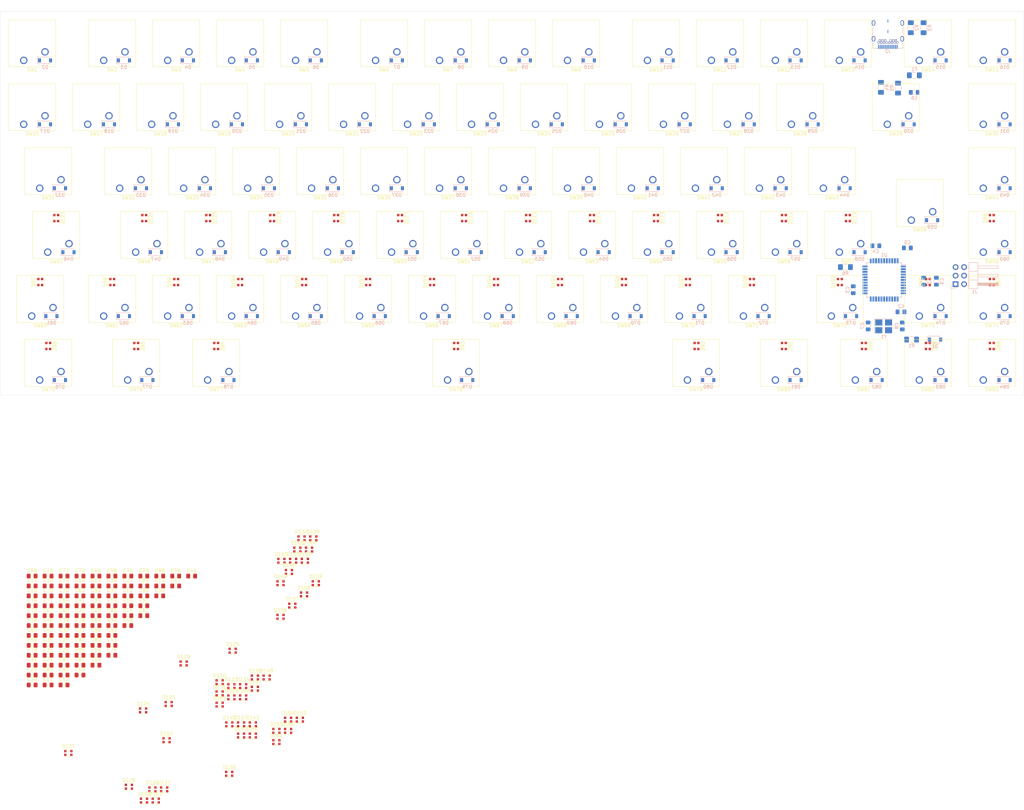
<source format=kicad_pcb>
(kicad_pcb (version 20171130) (host pcbnew 5.1.5+dfsg1-2build2)

  (general
    (thickness 1.6)
    (drawings 4)
    (tracks 0)
    (zones 0)
    (modules 353)
    (nets 217)
  )

  (page A3)
  (layers
    (0 F.Cu signal)
    (31 B.Cu signal)
    (32 B.Adhes user)
    (33 F.Adhes user)
    (34 B.Paste user)
    (35 F.Paste user)
    (36 B.SilkS user)
    (37 F.SilkS user)
    (38 B.Mask user)
    (39 F.Mask user)
    (40 Dwgs.User user)
    (41 Cmts.User user)
    (42 Eco1.User user)
    (43 Eco2.User user)
    (44 Edge.Cuts user)
    (45 Margin user)
    (46 B.CrtYd user)
    (47 F.CrtYd user)
    (48 B.Fab user)
    (49 F.Fab user)
  )

  (setup
    (last_trace_width 0.25)
    (trace_clearance 0.2)
    (zone_clearance 0.508)
    (zone_45_only no)
    (trace_min 0.2)
    (via_size 0.8)
    (via_drill 0.4)
    (via_min_size 0.6)
    (via_min_drill 0.3)
    (uvia_size 0.3)
    (uvia_drill 0.1)
    (uvias_allowed no)
    (uvia_min_size 0.2)
    (uvia_min_drill 0.1)
    (edge_width 0.05)
    (segment_width 0.2)
    (pcb_text_width 0.3)
    (pcb_text_size 1.5 1.5)
    (mod_edge_width 0.12)
    (mod_text_size 1 1)
    (mod_text_width 0.15)
    (pad_size 1.524 1.524)
    (pad_drill 0.762)
    (pad_to_mask_clearance 0.051)
    (solder_mask_min_width 0.25)
    (aux_axis_origin 0 0)
    (visible_elements FFFFF77F)
    (pcbplotparams
      (layerselection 0x010fc_ffffffff)
      (usegerberextensions false)
      (usegerberattributes false)
      (usegerberadvancedattributes false)
      (creategerberjobfile false)
      (excludeedgelayer true)
      (linewidth 0.100000)
      (plotframeref false)
      (viasonmask false)
      (mode 1)
      (useauxorigin false)
      (hpglpennumber 1)
      (hpglpenspeed 20)
      (hpglpendiameter 15.000000)
      (psnegative false)
      (psa4output false)
      (plotreference true)
      (plotvalue true)
      (plotinvisibletext false)
      (padsonsilk false)
      (subtractmaskfromsilk false)
      (outputformat 1)
      (mirror false)
      (drillshape 1)
      (scaleselection 1)
      (outputdirectory ""))
  )

  (net 0 "")
  (net 1 GND)
  (net 2 +5V)
  (net 3 "Net-(C7-Pad1)")
  (net 4 "Net-(C8-Pad2)")
  (net 5 "Net-(C9-Pad1)")
  (net 6 RST)
  (net 7 ROW0)
  (net 8 "Net-(D2-Pad2)")
  (net 9 "Net-(D3-Pad2)")
  (net 10 "Net-(D4-Pad2)")
  (net 11 "Net-(D5-Pad2)")
  (net 12 "Net-(D6-Pad2)")
  (net 13 "Net-(D7-Pad2)")
  (net 14 "Net-(D8-Pad2)")
  (net 15 "Net-(D9-Pad2)")
  (net 16 "Net-(D10-Pad2)")
  (net 17 "Net-(D11-Pad2)")
  (net 18 "Net-(D12-Pad2)")
  (net 19 "Net-(D13-Pad2)")
  (net 20 "Net-(D14-Pad2)")
  (net 21 "Net-(D15-Pad2)")
  (net 22 "Net-(D16-Pad2)")
  (net 23 ROW1)
  (net 24 "Net-(D17-Pad2)")
  (net 25 "Net-(D18-Pad2)")
  (net 26 "Net-(D19-Pad2)")
  (net 27 "Net-(D20-Pad2)")
  (net 28 "Net-(D21-Pad2)")
  (net 29 "Net-(D22-Pad2)")
  (net 30 "Net-(D23-Pad2)")
  (net 31 "Net-(D24-Pad2)")
  (net 32 "Net-(D25-Pad2)")
  (net 33 "Net-(D26-Pad2)")
  (net 34 "Net-(D27-Pad2)")
  (net 35 "Net-(D28-Pad2)")
  (net 36 "Net-(D29-Pad2)")
  (net 37 "Net-(D30-Pad2)")
  (net 38 "Net-(D31-Pad2)")
  (net 39 "Net-(D32-Pad2)")
  (net 40 ROW2)
  (net 41 "Net-(D33-Pad2)")
  (net 42 "Net-(D34-Pad2)")
  (net 43 "Net-(D35-Pad2)")
  (net 44 "Net-(D36-Pad2)")
  (net 45 "Net-(D37-Pad2)")
  (net 46 "Net-(D38-Pad2)")
  (net 47 "Net-(D39-Pad2)")
  (net 48 "Net-(D40-Pad2)")
  (net 49 "Net-(D41-Pad2)")
  (net 50 "Net-(D42-Pad2)")
  (net 51 "Net-(D43-Pad2)")
  (net 52 "Net-(D44-Pad2)")
  (net 53 "Net-(D45-Pad2)")
  (net 54 "Net-(D46-Pad2)")
  (net 55 ROW3)
  (net 56 "Net-(D47-Pad2)")
  (net 57 "Net-(D48-Pad2)")
  (net 58 "Net-(D49-Pad2)")
  (net 59 "Net-(D50-Pad2)")
  (net 60 "Net-(D51-Pad2)")
  (net 61 "Net-(D52-Pad2)")
  (net 62 "Net-(D53-Pad2)")
  (net 63 "Net-(D54-Pad2)")
  (net 64 "Net-(D55-Pad2)")
  (net 65 "Net-(D56-Pad2)")
  (net 66 "Net-(D57-Pad2)")
  (net 67 "Net-(D58-Pad2)")
  (net 68 "Net-(D59-Pad2)")
  (net 69 "Net-(D60-Pad2)")
  (net 70 ROW4)
  (net 71 "Net-(D61-Pad2)")
  (net 72 "Net-(D62-Pad2)")
  (net 73 "Net-(D63-Pad2)")
  (net 74 "Net-(D64-Pad2)")
  (net 75 "Net-(D65-Pad2)")
  (net 76 "Net-(D66-Pad2)")
  (net 77 "Net-(D67-Pad2)")
  (net 78 "Net-(D68-Pad2)")
  (net 79 "Net-(D69-Pad2)")
  (net 80 "Net-(D70-Pad2)")
  (net 81 "Net-(D71-Pad2)")
  (net 82 "Net-(D72-Pad2)")
  (net 83 "Net-(D73-Pad2)")
  (net 84 "Net-(D74-Pad2)")
  (net 85 "Net-(D75-Pad2)")
  (net 86 ROW5)
  (net 87 "Net-(D76-Pad2)")
  (net 88 "Net-(D77-Pad2)")
  (net 89 "Net-(D78-Pad2)")
  (net 90 "Net-(D79-Pad2)")
  (net 91 "Net-(D80-Pad2)")
  (net 92 "Net-(D81-Pad2)")
  (net 93 "Net-(D82-Pad2)")
  (net 94 "Net-(D83-Pad2)")
  (net 95 "Net-(D84-Pad2)")
  (net 96 "Net-(D85-Pad2)")
  (net 97 DIN)
  (net 98 "Net-(D86-Pad2)")
  (net 99 "Net-(D87-Pad2)")
  (net 100 "Net-(D88-Pad2)")
  (net 101 "Net-(D89-Pad2)")
  (net 102 "Net-(D90-Pad2)")
  (net 103 "Net-(D91-Pad2)")
  (net 104 "Net-(D92-Pad2)")
  (net 105 "Net-(D93-Pad2)")
  (net 106 "Net-(D94-Pad2)")
  (net 107 "Net-(D95-Pad2)")
  (net 108 "Net-(D96-Pad2)")
  (net 109 "Net-(D97-Pad2)")
  (net 110 "Net-(D98-Pad2)")
  (net 111 "Net-(D100-Pad4)")
  (net 112 "Net-(D100-Pad2)")
  (net 113 "Net-(D101-Pad2)")
  (net 114 "Net-(D102-Pad2)")
  (net 115 "Net-(D103-Pad2)")
  (net 116 "Net-(D104-Pad2)")
  (net 117 "Net-(D105-Pad2)")
  (net 118 "Net-(D106-Pad2)")
  (net 119 "Net-(D107-Pad2)")
  (net 120 "Net-(D108-Pad2)")
  (net 121 "Net-(D109-Pad2)")
  (net 122 "Net-(D110-Pad2)")
  (net 123 "Net-(D111-Pad2)")
  (net 124 "Net-(D112-Pad2)")
  (net 125 "Net-(D113-Pad2)")
  (net 126 "Net-(D114-Pad2)")
  (net 127 "Net-(D115-Pad2)")
  (net 128 "Net-(D116-Pad2)")
  (net 129 "Net-(D117-Pad2)")
  (net 130 "Net-(D118-Pad2)")
  (net 131 "Net-(D119-Pad2)")
  (net 132 "Net-(D120-Pad2)")
  (net 133 "Net-(D121-Pad2)")
  (net 134 "Net-(D122-Pad2)")
  (net 135 "Net-(D123-Pad2)")
  (net 136 "Net-(D124-Pad2)")
  (net 137 "Net-(D125-Pad2)")
  (net 138 "Net-(D126-Pad2)")
  (net 139 "Net-(D127-Pad2)")
  (net 140 "Net-(D128-Pad2)")
  (net 141 "Net-(D129-Pad2)")
  (net 142 "Net-(D130-Pad2)")
  (net 143 "Net-(D131-Pad2)")
  (net 144 "Net-(D132-Pad2)")
  (net 145 "Net-(D133-Pad2)")
  (net 146 "Net-(D134-Pad2)")
  (net 147 "Net-(D135-Pad2)")
  (net 148 "Net-(D136-Pad2)")
  (net 149 "Net-(D137-Pad2)")
  (net 150 "Net-(D138-Pad2)")
  (net 151 "Net-(D139-Pad2)")
  (net 152 "Net-(D140-Pad2)")
  (net 153 "Net-(D141-Pad2)")
  (net 154 "Net-(D142-Pad2)")
  (net 155 "Net-(D143-Pad2)")
  (net 156 "Net-(D144-Pad2)")
  (net 157 "Net-(D145-Pad2)")
  (net 158 "Net-(D146-Pad2)")
  (net 159 "Net-(D147-Pad2)")
  (net 160 "Net-(D148-Pad2)")
  (net 161 "Net-(D149-Pad2)")
  (net 162 "Net-(D150-Pad2)")
  (net 163 "Net-(D151-Pad2)")
  (net 164 "Net-(D152-Pad2)")
  (net 165 "Net-(D153-Pad2)")
  (net 166 "Net-(D154-Pad2)")
  (net 167 "Net-(D155-Pad2)")
  (net 168 "Net-(D156-Pad2)")
  (net 169 "Net-(D157-Pad2)")
  (net 170 "Net-(D158-Pad2)")
  (net 171 "Net-(D159-Pad2)")
  (net 172 "Net-(D160-Pad2)")
  (net 173 "Net-(D161-Pad2)")
  (net 174 "Net-(D162-Pad2)")
  (net 175 "Net-(D163-Pad2)")
  (net 176 "Net-(D164-Pad2)")
  (net 177 "Net-(D165-Pad2)")
  (net 178 "Net-(D166-Pad2)")
  (net 179 "Net-(D167-Pad2)")
  (net 180 "Net-(F1-Pad2)")
  (net 181 COL02)
  (net 182 COL00)
  (net 183 COL01)
  (net 184 "Net-(J2-PadA11)")
  (net 185 "Net-(J2-PadA10)")
  (net 186 "Net-(J2-PadA8)")
  (net 187 D-)
  (net 188 D+)
  (net 189 "Net-(J2-PadA5)")
  (net 190 "Net-(J2-PadA3)")
  (net 191 "Net-(J2-PadA2)")
  (net 192 "Net-(J2-PadB10)")
  (net 193 "Net-(J2-PadB3)")
  (net 194 "Net-(J2-PadB8)")
  (net 195 "Net-(J2-PadB5)")
  (net 196 "Net-(J2-PadB2)")
  (net 197 "Net-(J2-PadB11)")
  (net 198 "Net-(R4-Pad1)")
  (net 199 "Net-(R5-Pad2)")
  (net 200 "Net-(R6-Pad2)")
  (net 201 COL03)
  (net 202 COL04)
  (net 203 COL06)
  (net 204 COL07)
  (net 205 COL08)
  (net 206 COL09)
  (net 207 COL10)
  (net 208 COL11)
  (net 209 COL12)
  (net 210 COL13)
  (net 211 COL14)
  (net 212 COL15)
  (net 213 COL05)
  (net 214 "Net-(U1-Pad1)")
  (net 215 "Net-(U1-Pad8)")
  (net 216 "Net-(U1-Pad42)")

  (net_class Default "Dies ist die voreingestellte Netzklasse."
    (clearance 0.2)
    (trace_width 0.25)
    (via_dia 0.8)
    (via_drill 0.4)
    (uvia_dia 0.3)
    (uvia_drill 0.1)
    (add_net +5V)
    (add_net COL00)
    (add_net COL01)
    (add_net COL02)
    (add_net COL03)
    (add_net COL04)
    (add_net COL05)
    (add_net COL06)
    (add_net COL07)
    (add_net COL08)
    (add_net COL09)
    (add_net COL10)
    (add_net COL11)
    (add_net COL12)
    (add_net COL13)
    (add_net COL14)
    (add_net COL15)
    (add_net D+)
    (add_net D-)
    (add_net DIN)
    (add_net GND)
    (add_net "Net-(C7-Pad1)")
    (add_net "Net-(C8-Pad2)")
    (add_net "Net-(C9-Pad1)")
    (add_net "Net-(D10-Pad2)")
    (add_net "Net-(D100-Pad2)")
    (add_net "Net-(D100-Pad4)")
    (add_net "Net-(D101-Pad2)")
    (add_net "Net-(D102-Pad2)")
    (add_net "Net-(D103-Pad2)")
    (add_net "Net-(D104-Pad2)")
    (add_net "Net-(D105-Pad2)")
    (add_net "Net-(D106-Pad2)")
    (add_net "Net-(D107-Pad2)")
    (add_net "Net-(D108-Pad2)")
    (add_net "Net-(D109-Pad2)")
    (add_net "Net-(D11-Pad2)")
    (add_net "Net-(D110-Pad2)")
    (add_net "Net-(D111-Pad2)")
    (add_net "Net-(D112-Pad2)")
    (add_net "Net-(D113-Pad2)")
    (add_net "Net-(D114-Pad2)")
    (add_net "Net-(D115-Pad2)")
    (add_net "Net-(D116-Pad2)")
    (add_net "Net-(D117-Pad2)")
    (add_net "Net-(D118-Pad2)")
    (add_net "Net-(D119-Pad2)")
    (add_net "Net-(D12-Pad2)")
    (add_net "Net-(D120-Pad2)")
    (add_net "Net-(D121-Pad2)")
    (add_net "Net-(D122-Pad2)")
    (add_net "Net-(D123-Pad2)")
    (add_net "Net-(D124-Pad2)")
    (add_net "Net-(D125-Pad2)")
    (add_net "Net-(D126-Pad2)")
    (add_net "Net-(D127-Pad2)")
    (add_net "Net-(D128-Pad2)")
    (add_net "Net-(D129-Pad2)")
    (add_net "Net-(D13-Pad2)")
    (add_net "Net-(D130-Pad2)")
    (add_net "Net-(D131-Pad2)")
    (add_net "Net-(D132-Pad2)")
    (add_net "Net-(D133-Pad2)")
    (add_net "Net-(D134-Pad2)")
    (add_net "Net-(D135-Pad2)")
    (add_net "Net-(D136-Pad2)")
    (add_net "Net-(D137-Pad2)")
    (add_net "Net-(D138-Pad2)")
    (add_net "Net-(D139-Pad2)")
    (add_net "Net-(D14-Pad2)")
    (add_net "Net-(D140-Pad2)")
    (add_net "Net-(D141-Pad2)")
    (add_net "Net-(D142-Pad2)")
    (add_net "Net-(D143-Pad2)")
    (add_net "Net-(D144-Pad2)")
    (add_net "Net-(D145-Pad2)")
    (add_net "Net-(D146-Pad2)")
    (add_net "Net-(D147-Pad2)")
    (add_net "Net-(D148-Pad2)")
    (add_net "Net-(D149-Pad2)")
    (add_net "Net-(D15-Pad2)")
    (add_net "Net-(D150-Pad2)")
    (add_net "Net-(D151-Pad2)")
    (add_net "Net-(D152-Pad2)")
    (add_net "Net-(D153-Pad2)")
    (add_net "Net-(D154-Pad2)")
    (add_net "Net-(D155-Pad2)")
    (add_net "Net-(D156-Pad2)")
    (add_net "Net-(D157-Pad2)")
    (add_net "Net-(D158-Pad2)")
    (add_net "Net-(D159-Pad2)")
    (add_net "Net-(D16-Pad2)")
    (add_net "Net-(D160-Pad2)")
    (add_net "Net-(D161-Pad2)")
    (add_net "Net-(D162-Pad2)")
    (add_net "Net-(D163-Pad2)")
    (add_net "Net-(D164-Pad2)")
    (add_net "Net-(D165-Pad2)")
    (add_net "Net-(D166-Pad2)")
    (add_net "Net-(D167-Pad2)")
    (add_net "Net-(D17-Pad2)")
    (add_net "Net-(D18-Pad2)")
    (add_net "Net-(D19-Pad2)")
    (add_net "Net-(D2-Pad2)")
    (add_net "Net-(D20-Pad2)")
    (add_net "Net-(D21-Pad2)")
    (add_net "Net-(D22-Pad2)")
    (add_net "Net-(D23-Pad2)")
    (add_net "Net-(D24-Pad2)")
    (add_net "Net-(D25-Pad2)")
    (add_net "Net-(D26-Pad2)")
    (add_net "Net-(D27-Pad2)")
    (add_net "Net-(D28-Pad2)")
    (add_net "Net-(D29-Pad2)")
    (add_net "Net-(D3-Pad2)")
    (add_net "Net-(D30-Pad2)")
    (add_net "Net-(D31-Pad2)")
    (add_net "Net-(D32-Pad2)")
    (add_net "Net-(D33-Pad2)")
    (add_net "Net-(D34-Pad2)")
    (add_net "Net-(D35-Pad2)")
    (add_net "Net-(D36-Pad2)")
    (add_net "Net-(D37-Pad2)")
    (add_net "Net-(D38-Pad2)")
    (add_net "Net-(D39-Pad2)")
    (add_net "Net-(D4-Pad2)")
    (add_net "Net-(D40-Pad2)")
    (add_net "Net-(D41-Pad2)")
    (add_net "Net-(D42-Pad2)")
    (add_net "Net-(D43-Pad2)")
    (add_net "Net-(D44-Pad2)")
    (add_net "Net-(D45-Pad2)")
    (add_net "Net-(D46-Pad2)")
    (add_net "Net-(D47-Pad2)")
    (add_net "Net-(D48-Pad2)")
    (add_net "Net-(D49-Pad2)")
    (add_net "Net-(D5-Pad2)")
    (add_net "Net-(D50-Pad2)")
    (add_net "Net-(D51-Pad2)")
    (add_net "Net-(D52-Pad2)")
    (add_net "Net-(D53-Pad2)")
    (add_net "Net-(D54-Pad2)")
    (add_net "Net-(D55-Pad2)")
    (add_net "Net-(D56-Pad2)")
    (add_net "Net-(D57-Pad2)")
    (add_net "Net-(D58-Pad2)")
    (add_net "Net-(D59-Pad2)")
    (add_net "Net-(D6-Pad2)")
    (add_net "Net-(D60-Pad2)")
    (add_net "Net-(D61-Pad2)")
    (add_net "Net-(D62-Pad2)")
    (add_net "Net-(D63-Pad2)")
    (add_net "Net-(D64-Pad2)")
    (add_net "Net-(D65-Pad2)")
    (add_net "Net-(D66-Pad2)")
    (add_net "Net-(D67-Pad2)")
    (add_net "Net-(D68-Pad2)")
    (add_net "Net-(D69-Pad2)")
    (add_net "Net-(D7-Pad2)")
    (add_net "Net-(D70-Pad2)")
    (add_net "Net-(D71-Pad2)")
    (add_net "Net-(D72-Pad2)")
    (add_net "Net-(D73-Pad2)")
    (add_net "Net-(D74-Pad2)")
    (add_net "Net-(D75-Pad2)")
    (add_net "Net-(D76-Pad2)")
    (add_net "Net-(D77-Pad2)")
    (add_net "Net-(D78-Pad2)")
    (add_net "Net-(D79-Pad2)")
    (add_net "Net-(D8-Pad2)")
    (add_net "Net-(D80-Pad2)")
    (add_net "Net-(D81-Pad2)")
    (add_net "Net-(D82-Pad2)")
    (add_net "Net-(D83-Pad2)")
    (add_net "Net-(D84-Pad2)")
    (add_net "Net-(D85-Pad2)")
    (add_net "Net-(D86-Pad2)")
    (add_net "Net-(D87-Pad2)")
    (add_net "Net-(D88-Pad2)")
    (add_net "Net-(D89-Pad2)")
    (add_net "Net-(D9-Pad2)")
    (add_net "Net-(D90-Pad2)")
    (add_net "Net-(D91-Pad2)")
    (add_net "Net-(D92-Pad2)")
    (add_net "Net-(D93-Pad2)")
    (add_net "Net-(D94-Pad2)")
    (add_net "Net-(D95-Pad2)")
    (add_net "Net-(D96-Pad2)")
    (add_net "Net-(D97-Pad2)")
    (add_net "Net-(D98-Pad2)")
    (add_net "Net-(F1-Pad2)")
    (add_net "Net-(J2-PadA10)")
    (add_net "Net-(J2-PadA11)")
    (add_net "Net-(J2-PadA2)")
    (add_net "Net-(J2-PadA3)")
    (add_net "Net-(J2-PadA5)")
    (add_net "Net-(J2-PadA8)")
    (add_net "Net-(J2-PadB10)")
    (add_net "Net-(J2-PadB11)")
    (add_net "Net-(J2-PadB2)")
    (add_net "Net-(J2-PadB3)")
    (add_net "Net-(J2-PadB5)")
    (add_net "Net-(J2-PadB8)")
    (add_net "Net-(R4-Pad1)")
    (add_net "Net-(R5-Pad2)")
    (add_net "Net-(R6-Pad2)")
    (add_net "Net-(U1-Pad1)")
    (add_net "Net-(U1-Pad42)")
    (add_net "Net-(U1-Pad8)")
    (add_net ROW0)
    (add_net ROW1)
    (add_net ROW2)
    (add_net ROW3)
    (add_net ROW4)
    (add_net ROW5)
    (add_net RST)
  )

  (module Capacitor_SMD:C_0805_2012Metric_Pad1.15x1.40mm_HandSolder (layer B.Cu) (tedit 5B36C52B) (tstamp 5F1B5C2D)
    (at 313.055 118.5 90)
    (descr "Capacitor SMD 0805 (2012 Metric), square (rectangular) end terminal, IPC_7351 nominal with elongated pad for handsoldering. (Body size source: https://docs.google.com/spreadsheets/d/1BsfQQcO9C6DZCsRaXUlFlo91Tg2WpOkGARC1WS5S8t0/edit?usp=sharing), generated with kicad-footprint-generator")
    (tags "capacitor handsolder")
    (path /5F92990D)
    (attr smd)
    (fp_text reference C1 (at 0 1.65 90) (layer B.SilkS)
      (effects (font (size 1 1) (thickness 0.15)) (justify mirror))
    )
    (fp_text value 0.1uF (at 0 -1.65 90) (layer B.Fab)
      (effects (font (size 1 1) (thickness 0.15)) (justify mirror))
    )
    (fp_text user %R (at 0 0 90) (layer B.Fab)
      (effects (font (size 0.5 0.5) (thickness 0.08)) (justify mirror))
    )
    (fp_line (start 1.85 -0.95) (end -1.85 -0.95) (layer B.CrtYd) (width 0.05))
    (fp_line (start 1.85 0.95) (end 1.85 -0.95) (layer B.CrtYd) (width 0.05))
    (fp_line (start -1.85 0.95) (end 1.85 0.95) (layer B.CrtYd) (width 0.05))
    (fp_line (start -1.85 -0.95) (end -1.85 0.95) (layer B.CrtYd) (width 0.05))
    (fp_line (start -0.261252 -0.71) (end 0.261252 -0.71) (layer B.SilkS) (width 0.12))
    (fp_line (start -0.261252 0.71) (end 0.261252 0.71) (layer B.SilkS) (width 0.12))
    (fp_line (start 1 -0.6) (end -1 -0.6) (layer B.Fab) (width 0.1))
    (fp_line (start 1 0.6) (end 1 -0.6) (layer B.Fab) (width 0.1))
    (fp_line (start -1 0.6) (end 1 0.6) (layer B.Fab) (width 0.1))
    (fp_line (start -1 -0.6) (end -1 0.6) (layer B.Fab) (width 0.1))
    (pad 2 smd roundrect (at 1.025 0 90) (size 1.15 1.4) (layers B.Cu B.Paste B.Mask) (roundrect_rratio 0.217391)
      (net 1 GND))
    (pad 1 smd roundrect (at -1.025 0 90) (size 1.15 1.4) (layers B.Cu B.Paste B.Mask) (roundrect_rratio 0.217391)
      (net 2 +5V))
    (model ${KISYS3DMOD}/Capacitor_SMD.3dshapes/C_0805_2012Metric.wrl
      (at (xyz 0 0 0))
      (scale (xyz 1 1 1))
      (rotate (xyz 0 0 0))
    )
  )

  (module Capacitor_SMD:C_0805_2012Metric_Pad1.15x1.40mm_HandSolder (layer B.Cu) (tedit 5B36C52B) (tstamp 5F15EB29)
    (at 306.315 127.635 180)
    (descr "Capacitor SMD 0805 (2012 Metric), square (rectangular) end terminal, IPC_7351 nominal with elongated pad for handsoldering. (Body size source: https://docs.google.com/spreadsheets/d/1BsfQQcO9C6DZCsRaXUlFlo91Tg2WpOkGARC1WS5S8t0/edit?usp=sharing), generated with kicad-footprint-generator")
    (tags "capacitor handsolder")
    (path /5EFFF252)
    (attr smd)
    (fp_text reference C2 (at 0 1.65) (layer B.SilkS)
      (effects (font (size 1 1) (thickness 0.15)) (justify mirror))
    )
    (fp_text value 0.1uF (at 0 -1.65) (layer B.Fab)
      (effects (font (size 1 1) (thickness 0.15)) (justify mirror))
    )
    (fp_text user %R (at 0 0) (layer B.Fab)
      (effects (font (size 0.5 0.5) (thickness 0.08)) (justify mirror))
    )
    (fp_line (start 1.85 -0.95) (end -1.85 -0.95) (layer B.CrtYd) (width 0.05))
    (fp_line (start 1.85 0.95) (end 1.85 -0.95) (layer B.CrtYd) (width 0.05))
    (fp_line (start -1.85 0.95) (end 1.85 0.95) (layer B.CrtYd) (width 0.05))
    (fp_line (start -1.85 -0.95) (end -1.85 0.95) (layer B.CrtYd) (width 0.05))
    (fp_line (start -0.261252 -0.71) (end 0.261252 -0.71) (layer B.SilkS) (width 0.12))
    (fp_line (start -0.261252 0.71) (end 0.261252 0.71) (layer B.SilkS) (width 0.12))
    (fp_line (start 1 -0.6) (end -1 -0.6) (layer B.Fab) (width 0.1))
    (fp_line (start 1 0.6) (end 1 -0.6) (layer B.Fab) (width 0.1))
    (fp_line (start -1 0.6) (end 1 0.6) (layer B.Fab) (width 0.1))
    (fp_line (start -1 -0.6) (end -1 0.6) (layer B.Fab) (width 0.1))
    (pad 2 smd roundrect (at 1.025 0 180) (size 1.15 1.4) (layers B.Cu B.Paste B.Mask) (roundrect_rratio 0.217391)
      (net 1 GND))
    (pad 1 smd roundrect (at -1.025 0 180) (size 1.15 1.4) (layers B.Cu B.Paste B.Mask) (roundrect_rratio 0.217391)
      (net 2 +5V))
    (model ${KISYS3DMOD}/Capacitor_SMD.3dshapes/C_0805_2012Metric.wrl
      (at (xyz 0 0 0))
      (scale (xyz 1 1 1))
      (rotate (xyz 0 0 0))
    )
  )

  (module Capacitor_SMD:C_0805_2012Metric_Pad1.15x1.40mm_HandSolder (layer B.Cu) (tedit 5B36C52B) (tstamp 5F15EB3A)
    (at 292.1 121.04 270)
    (descr "Capacitor SMD 0805 (2012 Metric), square (rectangular) end terminal, IPC_7351 nominal with elongated pad for handsoldering. (Body size source: https://docs.google.com/spreadsheets/d/1BsfQQcO9C6DZCsRaXUlFlo91Tg2WpOkGARC1WS5S8t0/edit?usp=sharing), generated with kicad-footprint-generator")
    (tags "capacitor handsolder")
    (path /5F00AFA0)
    (attr smd)
    (fp_text reference C3 (at 0 1.65 90) (layer B.SilkS)
      (effects (font (size 1 1) (thickness 0.15)) (justify mirror))
    )
    (fp_text value 0.1uF (at 0 -1.65 90) (layer B.Fab)
      (effects (font (size 1 1) (thickness 0.15)) (justify mirror))
    )
    (fp_text user %R (at 0 0 90) (layer B.Fab)
      (effects (font (size 0.5 0.5) (thickness 0.08)) (justify mirror))
    )
    (fp_line (start 1.85 -0.95) (end -1.85 -0.95) (layer B.CrtYd) (width 0.05))
    (fp_line (start 1.85 0.95) (end 1.85 -0.95) (layer B.CrtYd) (width 0.05))
    (fp_line (start -1.85 0.95) (end 1.85 0.95) (layer B.CrtYd) (width 0.05))
    (fp_line (start -1.85 -0.95) (end -1.85 0.95) (layer B.CrtYd) (width 0.05))
    (fp_line (start -0.261252 -0.71) (end 0.261252 -0.71) (layer B.SilkS) (width 0.12))
    (fp_line (start -0.261252 0.71) (end 0.261252 0.71) (layer B.SilkS) (width 0.12))
    (fp_line (start 1 -0.6) (end -1 -0.6) (layer B.Fab) (width 0.1))
    (fp_line (start 1 0.6) (end 1 -0.6) (layer B.Fab) (width 0.1))
    (fp_line (start -1 0.6) (end 1 0.6) (layer B.Fab) (width 0.1))
    (fp_line (start -1 -0.6) (end -1 0.6) (layer B.Fab) (width 0.1))
    (pad 2 smd roundrect (at 1.025 0 270) (size 1.15 1.4) (layers B.Cu B.Paste B.Mask) (roundrect_rratio 0.217391)
      (net 1 GND))
    (pad 1 smd roundrect (at -1.025 0 270) (size 1.15 1.4) (layers B.Cu B.Paste B.Mask) (roundrect_rratio 0.217391)
      (net 2 +5V))
    (model ${KISYS3DMOD}/Capacitor_SMD.3dshapes/C_0805_2012Metric.wrl
      (at (xyz 0 0 0))
      (scale (xyz 1 1 1))
      (rotate (xyz 0 0 0))
    )
  )

  (module Capacitor_SMD:C_0805_2012Metric_Pad1.15x1.40mm_HandSolder (layer B.Cu) (tedit 5B36C52B) (tstamp 5F15EB4B)
    (at 298.84 107.95)
    (descr "Capacitor SMD 0805 (2012 Metric), square (rectangular) end terminal, IPC_7351 nominal with elongated pad for handsoldering. (Body size source: https://docs.google.com/spreadsheets/d/1BsfQQcO9C6DZCsRaXUlFlo91Tg2WpOkGARC1WS5S8t0/edit?usp=sharing), generated with kicad-footprint-generator")
    (tags "capacitor handsolder")
    (path /5F00B4C3)
    (attr smd)
    (fp_text reference C4 (at 0 1.65) (layer B.SilkS)
      (effects (font (size 1 1) (thickness 0.15)) (justify mirror))
    )
    (fp_text value 0.1uF (at 0 -1.65) (layer B.Fab)
      (effects (font (size 1 1) (thickness 0.15)) (justify mirror))
    )
    (fp_line (start -1 -0.6) (end -1 0.6) (layer B.Fab) (width 0.1))
    (fp_line (start -1 0.6) (end 1 0.6) (layer B.Fab) (width 0.1))
    (fp_line (start 1 0.6) (end 1 -0.6) (layer B.Fab) (width 0.1))
    (fp_line (start 1 -0.6) (end -1 -0.6) (layer B.Fab) (width 0.1))
    (fp_line (start -0.261252 0.71) (end 0.261252 0.71) (layer B.SilkS) (width 0.12))
    (fp_line (start -0.261252 -0.71) (end 0.261252 -0.71) (layer B.SilkS) (width 0.12))
    (fp_line (start -1.85 -0.95) (end -1.85 0.95) (layer B.CrtYd) (width 0.05))
    (fp_line (start -1.85 0.95) (end 1.85 0.95) (layer B.CrtYd) (width 0.05))
    (fp_line (start 1.85 0.95) (end 1.85 -0.95) (layer B.CrtYd) (width 0.05))
    (fp_line (start 1.85 -0.95) (end -1.85 -0.95) (layer B.CrtYd) (width 0.05))
    (fp_text user %R (at 0 0) (layer B.Fab)
      (effects (font (size 0.5 0.5) (thickness 0.08)) (justify mirror))
    )
    (pad 1 smd roundrect (at -1.025 0) (size 1.15 1.4) (layers B.Cu B.Paste B.Mask) (roundrect_rratio 0.217391)
      (net 2 +5V))
    (pad 2 smd roundrect (at 1.025 0) (size 1.15 1.4) (layers B.Cu B.Paste B.Mask) (roundrect_rratio 0.217391)
      (net 1 GND))
    (model ${KISYS3DMOD}/Capacitor_SMD.3dshapes/C_0805_2012Metric.wrl
      (at (xyz 0 0 0))
      (scale (xyz 1 1 1))
      (rotate (xyz 0 0 0))
    )
  )

  (module Capacitor_SMD:C_0805_2012Metric_Pad1.15x1.40mm_HandSolder (layer B.Cu) (tedit 5B36C52B) (tstamp 5F15EB5C)
    (at 308.22 108.585 180)
    (descr "Capacitor SMD 0805 (2012 Metric), square (rectangular) end terminal, IPC_7351 nominal with elongated pad for handsoldering. (Body size source: https://docs.google.com/spreadsheets/d/1BsfQQcO9C6DZCsRaXUlFlo91Tg2WpOkGARC1WS5S8t0/edit?usp=sharing), generated with kicad-footprint-generator")
    (tags "capacitor handsolder")
    (path /5F92A552)
    (attr smd)
    (fp_text reference C5 (at 0 1.65) (layer B.SilkS)
      (effects (font (size 1 1) (thickness 0.15)) (justify mirror))
    )
    (fp_text value 0.1uF (at 0 -1.65) (layer B.Fab)
      (effects (font (size 1 1) (thickness 0.15)) (justify mirror))
    )
    (fp_text user %R (at 0 0) (layer B.Fab)
      (effects (font (size 0.5 0.5) (thickness 0.08)) (justify mirror))
    )
    (fp_line (start 1.85 -0.95) (end -1.85 -0.95) (layer B.CrtYd) (width 0.05))
    (fp_line (start 1.85 0.95) (end 1.85 -0.95) (layer B.CrtYd) (width 0.05))
    (fp_line (start -1.85 0.95) (end 1.85 0.95) (layer B.CrtYd) (width 0.05))
    (fp_line (start -1.85 -0.95) (end -1.85 0.95) (layer B.CrtYd) (width 0.05))
    (fp_line (start -0.261252 -0.71) (end 0.261252 -0.71) (layer B.SilkS) (width 0.12))
    (fp_line (start -0.261252 0.71) (end 0.261252 0.71) (layer B.SilkS) (width 0.12))
    (fp_line (start 1 -0.6) (end -1 -0.6) (layer B.Fab) (width 0.1))
    (fp_line (start 1 0.6) (end 1 -0.6) (layer B.Fab) (width 0.1))
    (fp_line (start -1 0.6) (end 1 0.6) (layer B.Fab) (width 0.1))
    (fp_line (start -1 -0.6) (end -1 0.6) (layer B.Fab) (width 0.1))
    (pad 2 smd roundrect (at 1.025 0 180) (size 1.15 1.4) (layers B.Cu B.Paste B.Mask) (roundrect_rratio 0.217391)
      (net 1 GND))
    (pad 1 smd roundrect (at -1.025 0 180) (size 1.15 1.4) (layers B.Cu B.Paste B.Mask) (roundrect_rratio 0.217391)
      (net 2 +5V))
    (model ${KISYS3DMOD}/Capacitor_SMD.3dshapes/C_0805_2012Metric.wrl
      (at (xyz 0 0 0))
      (scale (xyz 1 1 1))
      (rotate (xyz 0 0 0))
    )
  )

  (module Capacitor_SMD:C_0805_2012Metric_Pad1.15x1.40mm_HandSolder (layer B.Cu) (tedit 5B36C52B) (tstamp 5F15EB6D)
    (at 310.27 62.23)
    (descr "Capacitor SMD 0805 (2012 Metric), square (rectangular) end terminal, IPC_7351 nominal with elongated pad for handsoldering. (Body size source: https://docs.google.com/spreadsheets/d/1BsfQQcO9C6DZCsRaXUlFlo91Tg2WpOkGARC1WS5S8t0/edit?usp=sharing), generated with kicad-footprint-generator")
    (tags "capacitor handsolder")
    (path /5F007EF5)
    (attr smd)
    (fp_text reference C6 (at 0 1.65) (layer B.SilkS)
      (effects (font (size 1 1) (thickness 0.15)) (justify mirror))
    )
    (fp_text value 10uF (at 0 -1.65) (layer B.Fab)
      (effects (font (size 1 1) (thickness 0.15)) (justify mirror))
    )
    (fp_line (start -1 -0.6) (end -1 0.6) (layer B.Fab) (width 0.1))
    (fp_line (start -1 0.6) (end 1 0.6) (layer B.Fab) (width 0.1))
    (fp_line (start 1 0.6) (end 1 -0.6) (layer B.Fab) (width 0.1))
    (fp_line (start 1 -0.6) (end -1 -0.6) (layer B.Fab) (width 0.1))
    (fp_line (start -0.261252 0.71) (end 0.261252 0.71) (layer B.SilkS) (width 0.12))
    (fp_line (start -0.261252 -0.71) (end 0.261252 -0.71) (layer B.SilkS) (width 0.12))
    (fp_line (start -1.85 -0.95) (end -1.85 0.95) (layer B.CrtYd) (width 0.05))
    (fp_line (start -1.85 0.95) (end 1.85 0.95) (layer B.CrtYd) (width 0.05))
    (fp_line (start 1.85 0.95) (end 1.85 -0.95) (layer B.CrtYd) (width 0.05))
    (fp_line (start 1.85 -0.95) (end -1.85 -0.95) (layer B.CrtYd) (width 0.05))
    (fp_text user %R (at 0 0) (layer B.Fab)
      (effects (font (size 0.5 0.5) (thickness 0.08)) (justify mirror))
    )
    (pad 1 smd roundrect (at -1.025 0) (size 1.15 1.4) (layers B.Cu B.Paste B.Mask) (roundrect_rratio 0.217391)
      (net 2 +5V))
    (pad 2 smd roundrect (at 1.025 0) (size 1.15 1.4) (layers B.Cu B.Paste B.Mask) (roundrect_rratio 0.217391)
      (net 1 GND))
    (model ${KISYS3DMOD}/Capacitor_SMD.3dshapes/C_0805_2012Metric.wrl
      (at (xyz 0 0 0))
      (scale (xyz 1 1 1))
      (rotate (xyz 0 0 0))
    )
  )

  (module Capacitor_SMD:C_0805_2012Metric_Pad1.15x1.40mm_HandSolder (layer B.Cu) (tedit 5B36C52B) (tstamp 5F15EB7E)
    (at 296.545 131.835 270)
    (descr "Capacitor SMD 0805 (2012 Metric), square (rectangular) end terminal, IPC_7351 nominal with elongated pad for handsoldering. (Body size source: https://docs.google.com/spreadsheets/d/1BsfQQcO9C6DZCsRaXUlFlo91Tg2WpOkGARC1WS5S8t0/edit?usp=sharing), generated with kicad-footprint-generator")
    (tags "capacitor handsolder")
    (path /5F0786B1)
    (attr smd)
    (fp_text reference C7 (at 0 1.65 90) (layer B.SilkS)
      (effects (font (size 1 1) (thickness 0.15)) (justify mirror))
    )
    (fp_text value 22pF (at 0 -1.65 90) (layer B.Fab)
      (effects (font (size 1 1) (thickness 0.15)) (justify mirror))
    )
    (fp_text user %R (at 0 0 90) (layer B.Fab)
      (effects (font (size 0.5 0.5) (thickness 0.08)) (justify mirror))
    )
    (fp_line (start 1.85 -0.95) (end -1.85 -0.95) (layer B.CrtYd) (width 0.05))
    (fp_line (start 1.85 0.95) (end 1.85 -0.95) (layer B.CrtYd) (width 0.05))
    (fp_line (start -1.85 0.95) (end 1.85 0.95) (layer B.CrtYd) (width 0.05))
    (fp_line (start -1.85 -0.95) (end -1.85 0.95) (layer B.CrtYd) (width 0.05))
    (fp_line (start -0.261252 -0.71) (end 0.261252 -0.71) (layer B.SilkS) (width 0.12))
    (fp_line (start -0.261252 0.71) (end 0.261252 0.71) (layer B.SilkS) (width 0.12))
    (fp_line (start 1 -0.6) (end -1 -0.6) (layer B.Fab) (width 0.1))
    (fp_line (start 1 0.6) (end 1 -0.6) (layer B.Fab) (width 0.1))
    (fp_line (start -1 0.6) (end 1 0.6) (layer B.Fab) (width 0.1))
    (fp_line (start -1 -0.6) (end -1 0.6) (layer B.Fab) (width 0.1))
    (pad 2 smd roundrect (at 1.025 0 270) (size 1.15 1.4) (layers B.Cu B.Paste B.Mask) (roundrect_rratio 0.217391)
      (net 1 GND))
    (pad 1 smd roundrect (at -1.025 0 270) (size 1.15 1.4) (layers B.Cu B.Paste B.Mask) (roundrect_rratio 0.217391)
      (net 3 "Net-(C7-Pad1)"))
    (model ${KISYS3DMOD}/Capacitor_SMD.3dshapes/C_0805_2012Metric.wrl
      (at (xyz 0 0 0))
      (scale (xyz 1 1 1))
      (rotate (xyz 0 0 0))
    )
  )

  (module Capacitor_SMD:C_0805_2012Metric_Pad1.15x1.40mm_HandSolder (layer B.Cu) (tedit 5B36C52B) (tstamp 5F15EB8F)
    (at 306.705 131.835 270)
    (descr "Capacitor SMD 0805 (2012 Metric), square (rectangular) end terminal, IPC_7351 nominal with elongated pad for handsoldering. (Body size source: https://docs.google.com/spreadsheets/d/1BsfQQcO9C6DZCsRaXUlFlo91Tg2WpOkGARC1WS5S8t0/edit?usp=sharing), generated with kicad-footprint-generator")
    (tags "capacitor handsolder")
    (path /5F0BA64F)
    (attr smd)
    (fp_text reference C8 (at 0 1.65 90) (layer B.SilkS)
      (effects (font (size 1 1) (thickness 0.15)) (justify mirror))
    )
    (fp_text value 22pF (at 0 -1.65 90) (layer B.Fab)
      (effects (font (size 1 1) (thickness 0.15)) (justify mirror))
    )
    (fp_text user %R (at 0 0 90) (layer B.Fab)
      (effects (font (size 0.5 0.5) (thickness 0.08)) (justify mirror))
    )
    (fp_line (start 1.85 -0.95) (end -1.85 -0.95) (layer B.CrtYd) (width 0.05))
    (fp_line (start 1.85 0.95) (end 1.85 -0.95) (layer B.CrtYd) (width 0.05))
    (fp_line (start -1.85 0.95) (end 1.85 0.95) (layer B.CrtYd) (width 0.05))
    (fp_line (start -1.85 -0.95) (end -1.85 0.95) (layer B.CrtYd) (width 0.05))
    (fp_line (start -0.261252 -0.71) (end 0.261252 -0.71) (layer B.SilkS) (width 0.12))
    (fp_line (start -0.261252 0.71) (end 0.261252 0.71) (layer B.SilkS) (width 0.12))
    (fp_line (start 1 -0.6) (end -1 -0.6) (layer B.Fab) (width 0.1))
    (fp_line (start 1 0.6) (end 1 -0.6) (layer B.Fab) (width 0.1))
    (fp_line (start -1 0.6) (end 1 0.6) (layer B.Fab) (width 0.1))
    (fp_line (start -1 -0.6) (end -1 0.6) (layer B.Fab) (width 0.1))
    (pad 2 smd roundrect (at 1.025 0 270) (size 1.15 1.4) (layers B.Cu B.Paste B.Mask) (roundrect_rratio 0.217391)
      (net 4 "Net-(C8-Pad2)"))
    (pad 1 smd roundrect (at -1.025 0 270) (size 1.15 1.4) (layers B.Cu B.Paste B.Mask) (roundrect_rratio 0.217391)
      (net 1 GND))
    (model ${KISYS3DMOD}/Capacitor_SMD.3dshapes/C_0805_2012Metric.wrl
      (at (xyz 0 0 0))
      (scale (xyz 1 1 1))
      (rotate (xyz 0 0 0))
    )
  )

  (module Capacitor_SMD:C_0805_2012Metric_Pad1.15x1.40mm_HandSolder (layer B.Cu) (tedit 5B36C52B) (tstamp 5F15EBA0)
    (at 316.865 118.5 90)
    (descr "Capacitor SMD 0805 (2012 Metric), square (rectangular) end terminal, IPC_7351 nominal with elongated pad for handsoldering. (Body size source: https://docs.google.com/spreadsheets/d/1BsfQQcO9C6DZCsRaXUlFlo91Tg2WpOkGARC1WS5S8t0/edit?usp=sharing), generated with kicad-footprint-generator")
    (tags "capacitor handsolder")
    (path /5F049C39)
    (attr smd)
    (fp_text reference C9 (at 0 1.65 90) (layer B.SilkS)
      (effects (font (size 1 1) (thickness 0.15)) (justify mirror))
    )
    (fp_text value 1uF (at 0 -1.65 90) (layer B.Fab)
      (effects (font (size 1 1) (thickness 0.15)) (justify mirror))
    )
    (fp_line (start -1 -0.6) (end -1 0.6) (layer B.Fab) (width 0.1))
    (fp_line (start -1 0.6) (end 1 0.6) (layer B.Fab) (width 0.1))
    (fp_line (start 1 0.6) (end 1 -0.6) (layer B.Fab) (width 0.1))
    (fp_line (start 1 -0.6) (end -1 -0.6) (layer B.Fab) (width 0.1))
    (fp_line (start -0.261252 0.71) (end 0.261252 0.71) (layer B.SilkS) (width 0.12))
    (fp_line (start -0.261252 -0.71) (end 0.261252 -0.71) (layer B.SilkS) (width 0.12))
    (fp_line (start -1.85 -0.95) (end -1.85 0.95) (layer B.CrtYd) (width 0.05))
    (fp_line (start -1.85 0.95) (end 1.85 0.95) (layer B.CrtYd) (width 0.05))
    (fp_line (start 1.85 0.95) (end 1.85 -0.95) (layer B.CrtYd) (width 0.05))
    (fp_line (start 1.85 -0.95) (end -1.85 -0.95) (layer B.CrtYd) (width 0.05))
    (fp_text user %R (at 0 0 90) (layer B.Fab)
      (effects (font (size 0.5 0.5) (thickness 0.08)) (justify mirror))
    )
    (pad 1 smd roundrect (at -1.025 0 90) (size 1.15 1.4) (layers B.Cu B.Paste B.Mask) (roundrect_rratio 0.217391)
      (net 5 "Net-(C9-Pad1)"))
    (pad 2 smd roundrect (at 1.025 0 90) (size 1.15 1.4) (layers B.Cu B.Paste B.Mask) (roundrect_rratio 0.217391)
      (net 1 GND))
    (model ${KISYS3DMOD}/Capacitor_SMD.3dshapes/C_0805_2012Metric.wrl
      (at (xyz 0 0 0))
      (scale (xyz 1 1 1))
      (rotate (xyz 0 0 0))
    )
  )

  (module Capacitor_SMD:C_0805_2012Metric_Pad1.15x1.40mm_HandSolder (layer F.Cu) (tedit 5B36C52B) (tstamp 5F15EBB1)
    (at 76.095001 215.205001)
    (descr "Capacitor SMD 0805 (2012 Metric), square (rectangular) end terminal, IPC_7351 nominal with elongated pad for handsoldering. (Body size source: https://docs.google.com/spreadsheets/d/1BsfQQcO9C6DZCsRaXUlFlo91Tg2WpOkGARC1WS5S8t0/edit?usp=sharing), generated with kicad-footprint-generator")
    (tags "capacitor handsolder")
    (path /5F949B9C/5FD1B778)
    (attr smd)
    (fp_text reference C10 (at 0 -1.65) (layer F.SilkS)
      (effects (font (size 1 1) (thickness 0.15)))
    )
    (fp_text value 0.1uF (at 0 1.65) (layer F.Fab)
      (effects (font (size 1 1) (thickness 0.15)))
    )
    (fp_line (start -1 0.6) (end -1 -0.6) (layer F.Fab) (width 0.1))
    (fp_line (start -1 -0.6) (end 1 -0.6) (layer F.Fab) (width 0.1))
    (fp_line (start 1 -0.6) (end 1 0.6) (layer F.Fab) (width 0.1))
    (fp_line (start 1 0.6) (end -1 0.6) (layer F.Fab) (width 0.1))
    (fp_line (start -0.261252 -0.71) (end 0.261252 -0.71) (layer F.SilkS) (width 0.12))
    (fp_line (start -0.261252 0.71) (end 0.261252 0.71) (layer F.SilkS) (width 0.12))
    (fp_line (start -1.85 0.95) (end -1.85 -0.95) (layer F.CrtYd) (width 0.05))
    (fp_line (start -1.85 -0.95) (end 1.85 -0.95) (layer F.CrtYd) (width 0.05))
    (fp_line (start 1.85 -0.95) (end 1.85 0.95) (layer F.CrtYd) (width 0.05))
    (fp_line (start 1.85 0.95) (end -1.85 0.95) (layer F.CrtYd) (width 0.05))
    (fp_text user %R (at 0 0) (layer F.Fab)
      (effects (font (size 0.5 0.5) (thickness 0.08)))
    )
    (pad 1 smd roundrect (at -1.025 0) (size 1.15 1.4) (layers F.Cu F.Paste F.Mask) (roundrect_rratio 0.217391)
      (net 2 +5V))
    (pad 2 smd roundrect (at 1.025 0) (size 1.15 1.4) (layers F.Cu F.Paste F.Mask) (roundrect_rratio 0.217391)
      (net 1 GND))
    (model ${KISYS3DMOD}/Capacitor_SMD.3dshapes/C_0805_2012Metric.wrl
      (at (xyz 0 0 0))
      (scale (xyz 1 1 1))
      (rotate (xyz 0 0 0))
    )
  )

  (module Capacitor_SMD:C_0805_2012Metric_Pad1.15x1.40mm_HandSolder (layer F.Cu) (tedit 5B36C52B) (tstamp 5F15EBC2)
    (at 52.345001 238.805001)
    (descr "Capacitor SMD 0805 (2012 Metric), square (rectangular) end terminal, IPC_7351 nominal with elongated pad for handsoldering. (Body size source: https://docs.google.com/spreadsheets/d/1BsfQQcO9C6DZCsRaXUlFlo91Tg2WpOkGARC1WS5S8t0/edit?usp=sharing), generated with kicad-footprint-generator")
    (tags "capacitor handsolder")
    (path /5F949B9C/5FD3F1FB)
    (attr smd)
    (fp_text reference C11 (at 0 -1.65) (layer F.SilkS)
      (effects (font (size 1 1) (thickness 0.15)))
    )
    (fp_text value 0.1uF (at 0 1.65) (layer F.Fab)
      (effects (font (size 1 1) (thickness 0.15)))
    )
    (fp_line (start -1 0.6) (end -1 -0.6) (layer F.Fab) (width 0.1))
    (fp_line (start -1 -0.6) (end 1 -0.6) (layer F.Fab) (width 0.1))
    (fp_line (start 1 -0.6) (end 1 0.6) (layer F.Fab) (width 0.1))
    (fp_line (start 1 0.6) (end -1 0.6) (layer F.Fab) (width 0.1))
    (fp_line (start -0.261252 -0.71) (end 0.261252 -0.71) (layer F.SilkS) (width 0.12))
    (fp_line (start -0.261252 0.71) (end 0.261252 0.71) (layer F.SilkS) (width 0.12))
    (fp_line (start -1.85 0.95) (end -1.85 -0.95) (layer F.CrtYd) (width 0.05))
    (fp_line (start -1.85 -0.95) (end 1.85 -0.95) (layer F.CrtYd) (width 0.05))
    (fp_line (start 1.85 -0.95) (end 1.85 0.95) (layer F.CrtYd) (width 0.05))
    (fp_line (start 1.85 0.95) (end -1.85 0.95) (layer F.CrtYd) (width 0.05))
    (fp_text user %R (at 0 0) (layer F.Fab)
      (effects (font (size 0.5 0.5) (thickness 0.08)))
    )
    (pad 1 smd roundrect (at -1.025 0) (size 1.15 1.4) (layers F.Cu F.Paste F.Mask) (roundrect_rratio 0.217391)
      (net 2 +5V))
    (pad 2 smd roundrect (at 1.025 0) (size 1.15 1.4) (layers F.Cu F.Paste F.Mask) (roundrect_rratio 0.217391)
      (net 1 GND))
    (model ${KISYS3DMOD}/Capacitor_SMD.3dshapes/C_0805_2012Metric.wrl
      (at (xyz 0 0 0))
      (scale (xyz 1 1 1))
      (rotate (xyz 0 0 0))
    )
  )

  (module Capacitor_SMD:C_0805_2012Metric_Pad1.15x1.40mm_HandSolder (layer F.Cu) (tedit 5B36C52B) (tstamp 5F15EBD3)
    (at 76.095001 212.255001)
    (descr "Capacitor SMD 0805 (2012 Metric), square (rectangular) end terminal, IPC_7351 nominal with elongated pad for handsoldering. (Body size source: https://docs.google.com/spreadsheets/d/1BsfQQcO9C6DZCsRaXUlFlo91Tg2WpOkGARC1WS5S8t0/edit?usp=sharing), generated with kicad-footprint-generator")
    (tags "capacitor handsolder")
    (path /5F949B9C/5FD40FAE)
    (attr smd)
    (fp_text reference C12 (at 0 -1.65) (layer F.SilkS)
      (effects (font (size 1 1) (thickness 0.15)))
    )
    (fp_text value 0.1uF (at 0 1.65) (layer F.Fab)
      (effects (font (size 1 1) (thickness 0.15)))
    )
    (fp_line (start -1 0.6) (end -1 -0.6) (layer F.Fab) (width 0.1))
    (fp_line (start -1 -0.6) (end 1 -0.6) (layer F.Fab) (width 0.1))
    (fp_line (start 1 -0.6) (end 1 0.6) (layer F.Fab) (width 0.1))
    (fp_line (start 1 0.6) (end -1 0.6) (layer F.Fab) (width 0.1))
    (fp_line (start -0.261252 -0.71) (end 0.261252 -0.71) (layer F.SilkS) (width 0.12))
    (fp_line (start -0.261252 0.71) (end 0.261252 0.71) (layer F.SilkS) (width 0.12))
    (fp_line (start -1.85 0.95) (end -1.85 -0.95) (layer F.CrtYd) (width 0.05))
    (fp_line (start -1.85 -0.95) (end 1.85 -0.95) (layer F.CrtYd) (width 0.05))
    (fp_line (start 1.85 -0.95) (end 1.85 0.95) (layer F.CrtYd) (width 0.05))
    (fp_line (start 1.85 0.95) (end -1.85 0.95) (layer F.CrtYd) (width 0.05))
    (fp_text user %R (at 0 0) (layer F.Fab)
      (effects (font (size 0.5 0.5) (thickness 0.08)))
    )
    (pad 1 smd roundrect (at -1.025 0) (size 1.15 1.4) (layers F.Cu F.Paste F.Mask) (roundrect_rratio 0.217391)
      (net 2 +5V))
    (pad 2 smd roundrect (at 1.025 0) (size 1.15 1.4) (layers F.Cu F.Paste F.Mask) (roundrect_rratio 0.217391)
      (net 1 GND))
    (model ${KISYS3DMOD}/Capacitor_SMD.3dshapes/C_0805_2012Metric.wrl
      (at (xyz 0 0 0))
      (scale (xyz 1 1 1))
      (rotate (xyz 0 0 0))
    )
  )

  (module Capacitor_SMD:C_0805_2012Metric_Pad1.15x1.40mm_HandSolder (layer F.Cu) (tedit 5B36C52B) (tstamp 5F15EBE4)
    (at 85.595001 209.305001)
    (descr "Capacitor SMD 0805 (2012 Metric), square (rectangular) end terminal, IPC_7351 nominal with elongated pad for handsoldering. (Body size source: https://docs.google.com/spreadsheets/d/1BsfQQcO9C6DZCsRaXUlFlo91Tg2WpOkGARC1WS5S8t0/edit?usp=sharing), generated with kicad-footprint-generator")
    (tags "capacitor handsolder")
    (path /5F949B9C/5FD423D5)
    (attr smd)
    (fp_text reference C13 (at 0 -1.65) (layer F.SilkS)
      (effects (font (size 1 1) (thickness 0.15)))
    )
    (fp_text value 0.1uF (at 0 1.65) (layer F.Fab)
      (effects (font (size 1 1) (thickness 0.15)))
    )
    (fp_text user %R (at 0 0) (layer F.Fab)
      (effects (font (size 0.5 0.5) (thickness 0.08)))
    )
    (fp_line (start 1.85 0.95) (end -1.85 0.95) (layer F.CrtYd) (width 0.05))
    (fp_line (start 1.85 -0.95) (end 1.85 0.95) (layer F.CrtYd) (width 0.05))
    (fp_line (start -1.85 -0.95) (end 1.85 -0.95) (layer F.CrtYd) (width 0.05))
    (fp_line (start -1.85 0.95) (end -1.85 -0.95) (layer F.CrtYd) (width 0.05))
    (fp_line (start -0.261252 0.71) (end 0.261252 0.71) (layer F.SilkS) (width 0.12))
    (fp_line (start -0.261252 -0.71) (end 0.261252 -0.71) (layer F.SilkS) (width 0.12))
    (fp_line (start 1 0.6) (end -1 0.6) (layer F.Fab) (width 0.1))
    (fp_line (start 1 -0.6) (end 1 0.6) (layer F.Fab) (width 0.1))
    (fp_line (start -1 -0.6) (end 1 -0.6) (layer F.Fab) (width 0.1))
    (fp_line (start -1 0.6) (end -1 -0.6) (layer F.Fab) (width 0.1))
    (pad 2 smd roundrect (at 1.025 0) (size 1.15 1.4) (layers F.Cu F.Paste F.Mask) (roundrect_rratio 0.217391)
      (net 1 GND))
    (pad 1 smd roundrect (at -1.025 0) (size 1.15 1.4) (layers F.Cu F.Paste F.Mask) (roundrect_rratio 0.217391)
      (net 2 +5V))
    (model ${KISYS3DMOD}/Capacitor_SMD.3dshapes/C_0805_2012Metric.wrl
      (at (xyz 0 0 0))
      (scale (xyz 1 1 1))
      (rotate (xyz 0 0 0))
    )
  )

  (module Capacitor_SMD:C_0805_2012Metric_Pad1.15x1.40mm_HandSolder (layer F.Cu) (tedit 5B36C52B) (tstamp 5F15EBF5)
    (at 76.095001 218.155001)
    (descr "Capacitor SMD 0805 (2012 Metric), square (rectangular) end terminal, IPC_7351 nominal with elongated pad for handsoldering. (Body size source: https://docs.google.com/spreadsheets/d/1BsfQQcO9C6DZCsRaXUlFlo91Tg2WpOkGARC1WS5S8t0/edit?usp=sharing), generated with kicad-footprint-generator")
    (tags "capacitor handsolder")
    (path /5F949B9C/5FD4399A)
    (attr smd)
    (fp_text reference C14 (at 0 -1.65) (layer F.SilkS)
      (effects (font (size 1 1) (thickness 0.15)))
    )
    (fp_text value 0.1uF (at 0 1.65) (layer F.Fab)
      (effects (font (size 1 1) (thickness 0.15)))
    )
    (fp_line (start -1 0.6) (end -1 -0.6) (layer F.Fab) (width 0.1))
    (fp_line (start -1 -0.6) (end 1 -0.6) (layer F.Fab) (width 0.1))
    (fp_line (start 1 -0.6) (end 1 0.6) (layer F.Fab) (width 0.1))
    (fp_line (start 1 0.6) (end -1 0.6) (layer F.Fab) (width 0.1))
    (fp_line (start -0.261252 -0.71) (end 0.261252 -0.71) (layer F.SilkS) (width 0.12))
    (fp_line (start -0.261252 0.71) (end 0.261252 0.71) (layer F.SilkS) (width 0.12))
    (fp_line (start -1.85 0.95) (end -1.85 -0.95) (layer F.CrtYd) (width 0.05))
    (fp_line (start -1.85 -0.95) (end 1.85 -0.95) (layer F.CrtYd) (width 0.05))
    (fp_line (start 1.85 -0.95) (end 1.85 0.95) (layer F.CrtYd) (width 0.05))
    (fp_line (start 1.85 0.95) (end -1.85 0.95) (layer F.CrtYd) (width 0.05))
    (fp_text user %R (at 0 0) (layer F.Fab)
      (effects (font (size 0.5 0.5) (thickness 0.08)))
    )
    (pad 1 smd roundrect (at -1.025 0) (size 1.15 1.4) (layers F.Cu F.Paste F.Mask) (roundrect_rratio 0.217391)
      (net 2 +5V))
    (pad 2 smd roundrect (at 1.025 0) (size 1.15 1.4) (layers F.Cu F.Paste F.Mask) (roundrect_rratio 0.217391)
      (net 1 GND))
    (model ${KISYS3DMOD}/Capacitor_SMD.3dshapes/C_0805_2012Metric.wrl
      (at (xyz 0 0 0))
      (scale (xyz 1 1 1))
      (rotate (xyz 0 0 0))
    )
  )

  (module Capacitor_SMD:C_0805_2012Metric_Pad1.15x1.40mm_HandSolder (layer F.Cu) (tedit 5B36C52B) (tstamp 5F15EC06)
    (at 47.595001 212.255001)
    (descr "Capacitor SMD 0805 (2012 Metric), square (rectangular) end terminal, IPC_7351 nominal with elongated pad for handsoldering. (Body size source: https://docs.google.com/spreadsheets/d/1BsfQQcO9C6DZCsRaXUlFlo91Tg2WpOkGARC1WS5S8t0/edit?usp=sharing), generated with kicad-footprint-generator")
    (tags "capacitor handsolder")
    (path /5F949B9C/5F62CADC)
    (attr smd)
    (fp_text reference C15 (at 0 -1.65) (layer F.SilkS)
      (effects (font (size 1 1) (thickness 0.15)))
    )
    (fp_text value 0.1uF (at 0 1.65) (layer F.Fab)
      (effects (font (size 1 1) (thickness 0.15)))
    )
    (fp_text user %R (at 0 0) (layer F.Fab)
      (effects (font (size 0.5 0.5) (thickness 0.08)))
    )
    (fp_line (start 1.85 0.95) (end -1.85 0.95) (layer F.CrtYd) (width 0.05))
    (fp_line (start 1.85 -0.95) (end 1.85 0.95) (layer F.CrtYd) (width 0.05))
    (fp_line (start -1.85 -0.95) (end 1.85 -0.95) (layer F.CrtYd) (width 0.05))
    (fp_line (start -1.85 0.95) (end -1.85 -0.95) (layer F.CrtYd) (width 0.05))
    (fp_line (start -0.261252 0.71) (end 0.261252 0.71) (layer F.SilkS) (width 0.12))
    (fp_line (start -0.261252 -0.71) (end 0.261252 -0.71) (layer F.SilkS) (width 0.12))
    (fp_line (start 1 0.6) (end -1 0.6) (layer F.Fab) (width 0.1))
    (fp_line (start 1 -0.6) (end 1 0.6) (layer F.Fab) (width 0.1))
    (fp_line (start -1 -0.6) (end 1 -0.6) (layer F.Fab) (width 0.1))
    (fp_line (start -1 0.6) (end -1 -0.6) (layer F.Fab) (width 0.1))
    (pad 2 smd roundrect (at 1.025 0) (size 1.15 1.4) (layers F.Cu F.Paste F.Mask) (roundrect_rratio 0.217391)
      (net 1 GND))
    (pad 1 smd roundrect (at -1.025 0) (size 1.15 1.4) (layers F.Cu F.Paste F.Mask) (roundrect_rratio 0.217391)
      (net 2 +5V))
    (model ${KISYS3DMOD}/Capacitor_SMD.3dshapes/C_0805_2012Metric.wrl
      (at (xyz 0 0 0))
      (scale (xyz 1 1 1))
      (rotate (xyz 0 0 0))
    )
  )

  (module Capacitor_SMD:C_0805_2012Metric_Pad1.15x1.40mm_HandSolder (layer F.Cu) (tedit 5B36C52B) (tstamp 5F15EC17)
    (at 52.345001 206.355001)
    (descr "Capacitor SMD 0805 (2012 Metric), square (rectangular) end terminal, IPC_7351 nominal with elongated pad for handsoldering. (Body size source: https://docs.google.com/spreadsheets/d/1BsfQQcO9C6DZCsRaXUlFlo91Tg2WpOkGARC1WS5S8t0/edit?usp=sharing), generated with kicad-footprint-generator")
    (tags "capacitor handsolder")
    (path /5F949B9C/5F62CAFF)
    (attr smd)
    (fp_text reference C16 (at 0 -1.65) (layer F.SilkS)
      (effects (font (size 1 1) (thickness 0.15)))
    )
    (fp_text value 0.1uF (at 0 1.65) (layer F.Fab)
      (effects (font (size 1 1) (thickness 0.15)))
    )
    (fp_line (start -1 0.6) (end -1 -0.6) (layer F.Fab) (width 0.1))
    (fp_line (start -1 -0.6) (end 1 -0.6) (layer F.Fab) (width 0.1))
    (fp_line (start 1 -0.6) (end 1 0.6) (layer F.Fab) (width 0.1))
    (fp_line (start 1 0.6) (end -1 0.6) (layer F.Fab) (width 0.1))
    (fp_line (start -0.261252 -0.71) (end 0.261252 -0.71) (layer F.SilkS) (width 0.12))
    (fp_line (start -0.261252 0.71) (end 0.261252 0.71) (layer F.SilkS) (width 0.12))
    (fp_line (start -1.85 0.95) (end -1.85 -0.95) (layer F.CrtYd) (width 0.05))
    (fp_line (start -1.85 -0.95) (end 1.85 -0.95) (layer F.CrtYd) (width 0.05))
    (fp_line (start 1.85 -0.95) (end 1.85 0.95) (layer F.CrtYd) (width 0.05))
    (fp_line (start 1.85 0.95) (end -1.85 0.95) (layer F.CrtYd) (width 0.05))
    (fp_text user %R (at 0 0) (layer F.Fab)
      (effects (font (size 0.5 0.5) (thickness 0.08)))
    )
    (pad 1 smd roundrect (at -1.025 0) (size 1.15 1.4) (layers F.Cu F.Paste F.Mask) (roundrect_rratio 0.217391)
      (net 2 +5V))
    (pad 2 smd roundrect (at 1.025 0) (size 1.15 1.4) (layers F.Cu F.Paste F.Mask) (roundrect_rratio 0.217391)
      (net 1 GND))
    (model ${KISYS3DMOD}/Capacitor_SMD.3dshapes/C_0805_2012Metric.wrl
      (at (xyz 0 0 0))
      (scale (xyz 1 1 1))
      (rotate (xyz 0 0 0))
    )
  )

  (module Capacitor_SMD:C_0805_2012Metric_Pad1.15x1.40mm_HandSolder (layer F.Cu) (tedit 5B36C52B) (tstamp 5F15EC28)
    (at 47.595001 209.305001)
    (descr "Capacitor SMD 0805 (2012 Metric), square (rectangular) end terminal, IPC_7351 nominal with elongated pad for handsoldering. (Body size source: https://docs.google.com/spreadsheets/d/1BsfQQcO9C6DZCsRaXUlFlo91Tg2WpOkGARC1WS5S8t0/edit?usp=sharing), generated with kicad-footprint-generator")
    (tags "capacitor handsolder")
    (path /5F949B9C/5F62CB22)
    (attr smd)
    (fp_text reference C17 (at 0 -1.65) (layer F.SilkS)
      (effects (font (size 1 1) (thickness 0.15)))
    )
    (fp_text value 0.1uF (at 0 1.65) (layer F.Fab)
      (effects (font (size 1 1) (thickness 0.15)))
    )
    (fp_text user %R (at 0 0) (layer F.Fab)
      (effects (font (size 0.5 0.5) (thickness 0.08)))
    )
    (fp_line (start 1.85 0.95) (end -1.85 0.95) (layer F.CrtYd) (width 0.05))
    (fp_line (start 1.85 -0.95) (end 1.85 0.95) (layer F.CrtYd) (width 0.05))
    (fp_line (start -1.85 -0.95) (end 1.85 -0.95) (layer F.CrtYd) (width 0.05))
    (fp_line (start -1.85 0.95) (end -1.85 -0.95) (layer F.CrtYd) (width 0.05))
    (fp_line (start -0.261252 0.71) (end 0.261252 0.71) (layer F.SilkS) (width 0.12))
    (fp_line (start -0.261252 -0.71) (end 0.261252 -0.71) (layer F.SilkS) (width 0.12))
    (fp_line (start 1 0.6) (end -1 0.6) (layer F.Fab) (width 0.1))
    (fp_line (start 1 -0.6) (end 1 0.6) (layer F.Fab) (width 0.1))
    (fp_line (start -1 -0.6) (end 1 -0.6) (layer F.Fab) (width 0.1))
    (fp_line (start -1 0.6) (end -1 -0.6) (layer F.Fab) (width 0.1))
    (pad 2 smd roundrect (at 1.025 0) (size 1.15 1.4) (layers F.Cu F.Paste F.Mask) (roundrect_rratio 0.217391)
      (net 1 GND))
    (pad 1 smd roundrect (at -1.025 0) (size 1.15 1.4) (layers F.Cu F.Paste F.Mask) (roundrect_rratio 0.217391)
      (net 2 +5V))
    (model ${KISYS3DMOD}/Capacitor_SMD.3dshapes/C_0805_2012Metric.wrl
      (at (xyz 0 0 0))
      (scale (xyz 1 1 1))
      (rotate (xyz 0 0 0))
    )
  )

  (module Capacitor_SMD:C_0805_2012Metric_Pad1.15x1.40mm_HandSolder (layer F.Cu) (tedit 5B36C52B) (tstamp 5F15EC39)
    (at 47.595001 221.105001)
    (descr "Capacitor SMD 0805 (2012 Metric), square (rectangular) end terminal, IPC_7351 nominal with elongated pad for handsoldering. (Body size source: https://docs.google.com/spreadsheets/d/1BsfQQcO9C6DZCsRaXUlFlo91Tg2WpOkGARC1WS5S8t0/edit?usp=sharing), generated with kicad-footprint-generator")
    (tags "capacitor handsolder")
    (path /5F949B9C/5F62CB45)
    (attr smd)
    (fp_text reference C18 (at 0 -1.65) (layer F.SilkS)
      (effects (font (size 1 1) (thickness 0.15)))
    )
    (fp_text value 0.1uF (at 0 1.65) (layer F.Fab)
      (effects (font (size 1 1) (thickness 0.15)))
    )
    (fp_line (start -1 0.6) (end -1 -0.6) (layer F.Fab) (width 0.1))
    (fp_line (start -1 -0.6) (end 1 -0.6) (layer F.Fab) (width 0.1))
    (fp_line (start 1 -0.6) (end 1 0.6) (layer F.Fab) (width 0.1))
    (fp_line (start 1 0.6) (end -1 0.6) (layer F.Fab) (width 0.1))
    (fp_line (start -0.261252 -0.71) (end 0.261252 -0.71) (layer F.SilkS) (width 0.12))
    (fp_line (start -0.261252 0.71) (end 0.261252 0.71) (layer F.SilkS) (width 0.12))
    (fp_line (start -1.85 0.95) (end -1.85 -0.95) (layer F.CrtYd) (width 0.05))
    (fp_line (start -1.85 -0.95) (end 1.85 -0.95) (layer F.CrtYd) (width 0.05))
    (fp_line (start 1.85 -0.95) (end 1.85 0.95) (layer F.CrtYd) (width 0.05))
    (fp_line (start 1.85 0.95) (end -1.85 0.95) (layer F.CrtYd) (width 0.05))
    (fp_text user %R (at 0 0) (layer F.Fab)
      (effects (font (size 0.5 0.5) (thickness 0.08)))
    )
    (pad 1 smd roundrect (at -1.025 0) (size 1.15 1.4) (layers F.Cu F.Paste F.Mask) (roundrect_rratio 0.217391)
      (net 2 +5V))
    (pad 2 smd roundrect (at 1.025 0) (size 1.15 1.4) (layers F.Cu F.Paste F.Mask) (roundrect_rratio 0.217391)
      (net 1 GND))
    (model ${KISYS3DMOD}/Capacitor_SMD.3dshapes/C_0805_2012Metric.wrl
      (at (xyz 0 0 0))
      (scale (xyz 1 1 1))
      (rotate (xyz 0 0 0))
    )
  )

  (module Capacitor_SMD:C_0805_2012Metric_Pad1.15x1.40mm_HandSolder (layer F.Cu) (tedit 5B36C52B) (tstamp 5F15EC4A)
    (at 71.345001 215.205001)
    (descr "Capacitor SMD 0805 (2012 Metric), square (rectangular) end terminal, IPC_7351 nominal with elongated pad for handsoldering. (Body size source: https://docs.google.com/spreadsheets/d/1BsfQQcO9C6DZCsRaXUlFlo91Tg2WpOkGARC1WS5S8t0/edit?usp=sharing), generated with kicad-footprint-generator")
    (tags "capacitor handsolder")
    (path /5F949B9C/5F62CB67)
    (attr smd)
    (fp_text reference C19 (at 0 -1.65) (layer F.SilkS)
      (effects (font (size 1 1) (thickness 0.15)))
    )
    (fp_text value 0.1uF (at 0 1.65) (layer F.Fab)
      (effects (font (size 1 1) (thickness 0.15)))
    )
    (fp_text user %R (at 0 0) (layer F.Fab)
      (effects (font (size 0.5 0.5) (thickness 0.08)))
    )
    (fp_line (start 1.85 0.95) (end -1.85 0.95) (layer F.CrtYd) (width 0.05))
    (fp_line (start 1.85 -0.95) (end 1.85 0.95) (layer F.CrtYd) (width 0.05))
    (fp_line (start -1.85 -0.95) (end 1.85 -0.95) (layer F.CrtYd) (width 0.05))
    (fp_line (start -1.85 0.95) (end -1.85 -0.95) (layer F.CrtYd) (width 0.05))
    (fp_line (start -0.261252 0.71) (end 0.261252 0.71) (layer F.SilkS) (width 0.12))
    (fp_line (start -0.261252 -0.71) (end 0.261252 -0.71) (layer F.SilkS) (width 0.12))
    (fp_line (start 1 0.6) (end -1 0.6) (layer F.Fab) (width 0.1))
    (fp_line (start 1 -0.6) (end 1 0.6) (layer F.Fab) (width 0.1))
    (fp_line (start -1 -0.6) (end 1 -0.6) (layer F.Fab) (width 0.1))
    (fp_line (start -1 0.6) (end -1 -0.6) (layer F.Fab) (width 0.1))
    (pad 2 smd roundrect (at 1.025 0) (size 1.15 1.4) (layers F.Cu F.Paste F.Mask) (roundrect_rratio 0.217391)
      (net 1 GND))
    (pad 1 smd roundrect (at -1.025 0) (size 1.15 1.4) (layers F.Cu F.Paste F.Mask) (roundrect_rratio 0.217391)
      (net 2 +5V))
    (model ${KISYS3DMOD}/Capacitor_SMD.3dshapes/C_0805_2012Metric.wrl
      (at (xyz 0 0 0))
      (scale (xyz 1 1 1))
      (rotate (xyz 0 0 0))
    )
  )

  (module Capacitor_SMD:C_0805_2012Metric_Pad1.15x1.40mm_HandSolder (layer F.Cu) (tedit 5B36C52B) (tstamp 5F15EC5B)
    (at 47.595001 238.805001)
    (descr "Capacitor SMD 0805 (2012 Metric), square (rectangular) end terminal, IPC_7351 nominal with elongated pad for handsoldering. (Body size source: https://docs.google.com/spreadsheets/d/1BsfQQcO9C6DZCsRaXUlFlo91Tg2WpOkGARC1WS5S8t0/edit?usp=sharing), generated with kicad-footprint-generator")
    (tags "capacitor handsolder")
    (path /5F949B9C/5F6A626C)
    (attr smd)
    (fp_text reference C20 (at 0 -1.65) (layer F.SilkS)
      (effects (font (size 1 1) (thickness 0.15)))
    )
    (fp_text value 0.1uF (at 0 1.65) (layer F.Fab)
      (effects (font (size 1 1) (thickness 0.15)))
    )
    (fp_line (start -1 0.6) (end -1 -0.6) (layer F.Fab) (width 0.1))
    (fp_line (start -1 -0.6) (end 1 -0.6) (layer F.Fab) (width 0.1))
    (fp_line (start 1 -0.6) (end 1 0.6) (layer F.Fab) (width 0.1))
    (fp_line (start 1 0.6) (end -1 0.6) (layer F.Fab) (width 0.1))
    (fp_line (start -0.261252 -0.71) (end 0.261252 -0.71) (layer F.SilkS) (width 0.12))
    (fp_line (start -0.261252 0.71) (end 0.261252 0.71) (layer F.SilkS) (width 0.12))
    (fp_line (start -1.85 0.95) (end -1.85 -0.95) (layer F.CrtYd) (width 0.05))
    (fp_line (start -1.85 -0.95) (end 1.85 -0.95) (layer F.CrtYd) (width 0.05))
    (fp_line (start 1.85 -0.95) (end 1.85 0.95) (layer F.CrtYd) (width 0.05))
    (fp_line (start 1.85 0.95) (end -1.85 0.95) (layer F.CrtYd) (width 0.05))
    (fp_text user %R (at 0 0) (layer F.Fab)
      (effects (font (size 0.5 0.5) (thickness 0.08)))
    )
    (pad 1 smd roundrect (at -1.025 0) (size 1.15 1.4) (layers F.Cu F.Paste F.Mask) (roundrect_rratio 0.217391)
      (net 2 +5V))
    (pad 2 smd roundrect (at 1.025 0) (size 1.15 1.4) (layers F.Cu F.Paste F.Mask) (roundrect_rratio 0.217391)
      (net 1 GND))
    (model ${KISYS3DMOD}/Capacitor_SMD.3dshapes/C_0805_2012Metric.wrl
      (at (xyz 0 0 0))
      (scale (xyz 1 1 1))
      (rotate (xyz 0 0 0))
    )
  )

  (module Capacitor_SMD:C_0805_2012Metric_Pad1.15x1.40mm_HandSolder (layer F.Cu) (tedit 5B36C52B) (tstamp 5F15EC6C)
    (at 61.845001 224.055001)
    (descr "Capacitor SMD 0805 (2012 Metric), square (rectangular) end terminal, IPC_7351 nominal with elongated pad for handsoldering. (Body size source: https://docs.google.com/spreadsheets/d/1BsfQQcO9C6DZCsRaXUlFlo91Tg2WpOkGARC1WS5S8t0/edit?usp=sharing), generated with kicad-footprint-generator")
    (tags "capacitor handsolder")
    (path /5F949B9C/5F6A628F)
    (attr smd)
    (fp_text reference C21 (at 0 -1.65) (layer F.SilkS)
      (effects (font (size 1 1) (thickness 0.15)))
    )
    (fp_text value 0.1uF (at 0 1.65) (layer F.Fab)
      (effects (font (size 1 1) (thickness 0.15)))
    )
    (fp_line (start -1 0.6) (end -1 -0.6) (layer F.Fab) (width 0.1))
    (fp_line (start -1 -0.6) (end 1 -0.6) (layer F.Fab) (width 0.1))
    (fp_line (start 1 -0.6) (end 1 0.6) (layer F.Fab) (width 0.1))
    (fp_line (start 1 0.6) (end -1 0.6) (layer F.Fab) (width 0.1))
    (fp_line (start -0.261252 -0.71) (end 0.261252 -0.71) (layer F.SilkS) (width 0.12))
    (fp_line (start -0.261252 0.71) (end 0.261252 0.71) (layer F.SilkS) (width 0.12))
    (fp_line (start -1.85 0.95) (end -1.85 -0.95) (layer F.CrtYd) (width 0.05))
    (fp_line (start -1.85 -0.95) (end 1.85 -0.95) (layer F.CrtYd) (width 0.05))
    (fp_line (start 1.85 -0.95) (end 1.85 0.95) (layer F.CrtYd) (width 0.05))
    (fp_line (start 1.85 0.95) (end -1.85 0.95) (layer F.CrtYd) (width 0.05))
    (fp_text user %R (at 0 0) (layer F.Fab)
      (effects (font (size 0.5 0.5) (thickness 0.08)))
    )
    (pad 1 smd roundrect (at -1.025 0) (size 1.15 1.4) (layers F.Cu F.Paste F.Mask) (roundrect_rratio 0.217391)
      (net 2 +5V))
    (pad 2 smd roundrect (at 1.025 0) (size 1.15 1.4) (layers F.Cu F.Paste F.Mask) (roundrect_rratio 0.217391)
      (net 1 GND))
    (model ${KISYS3DMOD}/Capacitor_SMD.3dshapes/C_0805_2012Metric.wrl
      (at (xyz 0 0 0))
      (scale (xyz 1 1 1))
      (rotate (xyz 0 0 0))
    )
  )

  (module Capacitor_SMD:C_0805_2012Metric_Pad1.15x1.40mm_HandSolder (layer F.Cu) (tedit 5B36C52B) (tstamp 5F15EC7D)
    (at 57.095001 229.955001)
    (descr "Capacitor SMD 0805 (2012 Metric), square (rectangular) end terminal, IPC_7351 nominal with elongated pad for handsoldering. (Body size source: https://docs.google.com/spreadsheets/d/1BsfQQcO9C6DZCsRaXUlFlo91Tg2WpOkGARC1WS5S8t0/edit?usp=sharing), generated with kicad-footprint-generator")
    (tags "capacitor handsolder")
    (path /5F949B9C/5F6A62B2)
    (attr smd)
    (fp_text reference C22 (at 0 -1.65) (layer F.SilkS)
      (effects (font (size 1 1) (thickness 0.15)))
    )
    (fp_text value 0.1uF (at 0 1.65) (layer F.Fab)
      (effects (font (size 1 1) (thickness 0.15)))
    )
    (fp_line (start -1 0.6) (end -1 -0.6) (layer F.Fab) (width 0.1))
    (fp_line (start -1 -0.6) (end 1 -0.6) (layer F.Fab) (width 0.1))
    (fp_line (start 1 -0.6) (end 1 0.6) (layer F.Fab) (width 0.1))
    (fp_line (start 1 0.6) (end -1 0.6) (layer F.Fab) (width 0.1))
    (fp_line (start -0.261252 -0.71) (end 0.261252 -0.71) (layer F.SilkS) (width 0.12))
    (fp_line (start -0.261252 0.71) (end 0.261252 0.71) (layer F.SilkS) (width 0.12))
    (fp_line (start -1.85 0.95) (end -1.85 -0.95) (layer F.CrtYd) (width 0.05))
    (fp_line (start -1.85 -0.95) (end 1.85 -0.95) (layer F.CrtYd) (width 0.05))
    (fp_line (start 1.85 -0.95) (end 1.85 0.95) (layer F.CrtYd) (width 0.05))
    (fp_line (start 1.85 0.95) (end -1.85 0.95) (layer F.CrtYd) (width 0.05))
    (fp_text user %R (at 0 0) (layer F.Fab)
      (effects (font (size 0.5 0.5) (thickness 0.08)))
    )
    (pad 1 smd roundrect (at -1.025 0) (size 1.15 1.4) (layers F.Cu F.Paste F.Mask) (roundrect_rratio 0.217391)
      (net 2 +5V))
    (pad 2 smd roundrect (at 1.025 0) (size 1.15 1.4) (layers F.Cu F.Paste F.Mask) (roundrect_rratio 0.217391)
      (net 1 GND))
    (model ${KISYS3DMOD}/Capacitor_SMD.3dshapes/C_0805_2012Metric.wrl
      (at (xyz 0 0 0))
      (scale (xyz 1 1 1))
      (rotate (xyz 0 0 0))
    )
  )

  (module Capacitor_SMD:C_0805_2012Metric_Pad1.15x1.40mm_HandSolder (layer F.Cu) (tedit 5B36C52B) (tstamp 5F15EC8E)
    (at 80.845001 206.355001)
    (descr "Capacitor SMD 0805 (2012 Metric), square (rectangular) end terminal, IPC_7351 nominal with elongated pad for handsoldering. (Body size source: https://docs.google.com/spreadsheets/d/1BsfQQcO9C6DZCsRaXUlFlo91Tg2WpOkGARC1WS5S8t0/edit?usp=sharing), generated with kicad-footprint-generator")
    (tags "capacitor handsolder")
    (path /5F949B9C/5F6A62D5)
    (attr smd)
    (fp_text reference C23 (at 0 -1.65) (layer F.SilkS)
      (effects (font (size 1 1) (thickness 0.15)))
    )
    (fp_text value 0.1uF (at 0 1.65) (layer F.Fab)
      (effects (font (size 1 1) (thickness 0.15)))
    )
    (fp_line (start -1 0.6) (end -1 -0.6) (layer F.Fab) (width 0.1))
    (fp_line (start -1 -0.6) (end 1 -0.6) (layer F.Fab) (width 0.1))
    (fp_line (start 1 -0.6) (end 1 0.6) (layer F.Fab) (width 0.1))
    (fp_line (start 1 0.6) (end -1 0.6) (layer F.Fab) (width 0.1))
    (fp_line (start -0.261252 -0.71) (end 0.261252 -0.71) (layer F.SilkS) (width 0.12))
    (fp_line (start -0.261252 0.71) (end 0.261252 0.71) (layer F.SilkS) (width 0.12))
    (fp_line (start -1.85 0.95) (end -1.85 -0.95) (layer F.CrtYd) (width 0.05))
    (fp_line (start -1.85 -0.95) (end 1.85 -0.95) (layer F.CrtYd) (width 0.05))
    (fp_line (start 1.85 -0.95) (end 1.85 0.95) (layer F.CrtYd) (width 0.05))
    (fp_line (start 1.85 0.95) (end -1.85 0.95) (layer F.CrtYd) (width 0.05))
    (fp_text user %R (at 0 0) (layer F.Fab)
      (effects (font (size 0.5 0.5) (thickness 0.08)))
    )
    (pad 1 smd roundrect (at -1.025 0) (size 1.15 1.4) (layers F.Cu F.Paste F.Mask) (roundrect_rratio 0.217391)
      (net 2 +5V))
    (pad 2 smd roundrect (at 1.025 0) (size 1.15 1.4) (layers F.Cu F.Paste F.Mask) (roundrect_rratio 0.217391)
      (net 1 GND))
    (model ${KISYS3DMOD}/Capacitor_SMD.3dshapes/C_0805_2012Metric.wrl
      (at (xyz 0 0 0))
      (scale (xyz 1 1 1))
      (rotate (xyz 0 0 0))
    )
  )

  (module Capacitor_SMD:C_0805_2012Metric_Pad1.15x1.40mm_HandSolder (layer F.Cu) (tedit 5B36C52B) (tstamp 5F15EC9F)
    (at 52.345001 232.905001)
    (descr "Capacitor SMD 0805 (2012 Metric), square (rectangular) end terminal, IPC_7351 nominal with elongated pad for handsoldering. (Body size source: https://docs.google.com/spreadsheets/d/1BsfQQcO9C6DZCsRaXUlFlo91Tg2WpOkGARC1WS5S8t0/edit?usp=sharing), generated with kicad-footprint-generator")
    (tags "capacitor handsolder")
    (path /5F949B9C/5F6A62F8)
    (attr smd)
    (fp_text reference C24 (at 0 -1.65) (layer F.SilkS)
      (effects (font (size 1 1) (thickness 0.15)))
    )
    (fp_text value 0.1uF (at 0 1.65) (layer F.Fab)
      (effects (font (size 1 1) (thickness 0.15)))
    )
    (fp_line (start -1 0.6) (end -1 -0.6) (layer F.Fab) (width 0.1))
    (fp_line (start -1 -0.6) (end 1 -0.6) (layer F.Fab) (width 0.1))
    (fp_line (start 1 -0.6) (end 1 0.6) (layer F.Fab) (width 0.1))
    (fp_line (start 1 0.6) (end -1 0.6) (layer F.Fab) (width 0.1))
    (fp_line (start -0.261252 -0.71) (end 0.261252 -0.71) (layer F.SilkS) (width 0.12))
    (fp_line (start -0.261252 0.71) (end 0.261252 0.71) (layer F.SilkS) (width 0.12))
    (fp_line (start -1.85 0.95) (end -1.85 -0.95) (layer F.CrtYd) (width 0.05))
    (fp_line (start -1.85 -0.95) (end 1.85 -0.95) (layer F.CrtYd) (width 0.05))
    (fp_line (start 1.85 -0.95) (end 1.85 0.95) (layer F.CrtYd) (width 0.05))
    (fp_line (start 1.85 0.95) (end -1.85 0.95) (layer F.CrtYd) (width 0.05))
    (fp_text user %R (at 0 0) (layer F.Fab)
      (effects (font (size 0.5 0.5) (thickness 0.08)))
    )
    (pad 1 smd roundrect (at -1.025 0) (size 1.15 1.4) (layers F.Cu F.Paste F.Mask) (roundrect_rratio 0.217391)
      (net 2 +5V))
    (pad 2 smd roundrect (at 1.025 0) (size 1.15 1.4) (layers F.Cu F.Paste F.Mask) (roundrect_rratio 0.217391)
      (net 1 GND))
    (model ${KISYS3DMOD}/Capacitor_SMD.3dshapes/C_0805_2012Metric.wrl
      (at (xyz 0 0 0))
      (scale (xyz 1 1 1))
      (rotate (xyz 0 0 0))
    )
  )

  (module Capacitor_SMD:C_0805_2012Metric_Pad1.15x1.40mm_HandSolder (layer F.Cu) (tedit 5B36C52B) (tstamp 5F15ECB0)
    (at 57.095001 227.005001)
    (descr "Capacitor SMD 0805 (2012 Metric), square (rectangular) end terminal, IPC_7351 nominal with elongated pad for handsoldering. (Body size source: https://docs.google.com/spreadsheets/d/1BsfQQcO9C6DZCsRaXUlFlo91Tg2WpOkGARC1WS5S8t0/edit?usp=sharing), generated with kicad-footprint-generator")
    (tags "capacitor handsolder")
    (path /5F949B9C/5F6A631B)
    (attr smd)
    (fp_text reference C25 (at 0 -1.65) (layer F.SilkS)
      (effects (font (size 1 1) (thickness 0.15)))
    )
    (fp_text value 0.1uF (at 0 1.65) (layer F.Fab)
      (effects (font (size 1 1) (thickness 0.15)))
    )
    (fp_text user %R (at 0 0) (layer F.Fab)
      (effects (font (size 0.5 0.5) (thickness 0.08)))
    )
    (fp_line (start 1.85 0.95) (end -1.85 0.95) (layer F.CrtYd) (width 0.05))
    (fp_line (start 1.85 -0.95) (end 1.85 0.95) (layer F.CrtYd) (width 0.05))
    (fp_line (start -1.85 -0.95) (end 1.85 -0.95) (layer F.CrtYd) (width 0.05))
    (fp_line (start -1.85 0.95) (end -1.85 -0.95) (layer F.CrtYd) (width 0.05))
    (fp_line (start -0.261252 0.71) (end 0.261252 0.71) (layer F.SilkS) (width 0.12))
    (fp_line (start -0.261252 -0.71) (end 0.261252 -0.71) (layer F.SilkS) (width 0.12))
    (fp_line (start 1 0.6) (end -1 0.6) (layer F.Fab) (width 0.1))
    (fp_line (start 1 -0.6) (end 1 0.6) (layer F.Fab) (width 0.1))
    (fp_line (start -1 -0.6) (end 1 -0.6) (layer F.Fab) (width 0.1))
    (fp_line (start -1 0.6) (end -1 -0.6) (layer F.Fab) (width 0.1))
    (pad 2 smd roundrect (at 1.025 0) (size 1.15 1.4) (layers F.Cu F.Paste F.Mask) (roundrect_rratio 0.217391)
      (net 1 GND))
    (pad 1 smd roundrect (at -1.025 0) (size 1.15 1.4) (layers F.Cu F.Paste F.Mask) (roundrect_rratio 0.217391)
      (net 2 +5V))
    (model ${KISYS3DMOD}/Capacitor_SMD.3dshapes/C_0805_2012Metric.wrl
      (at (xyz 0 0 0))
      (scale (xyz 1 1 1))
      (rotate (xyz 0 0 0))
    )
  )

  (module Capacitor_SMD:C_0805_2012Metric_Pad1.15x1.40mm_HandSolder (layer F.Cu) (tedit 5B36C52B) (tstamp 5F15ECC1)
    (at 66.595001 218.155001)
    (descr "Capacitor SMD 0805 (2012 Metric), square (rectangular) end terminal, IPC_7351 nominal with elongated pad for handsoldering. (Body size source: https://docs.google.com/spreadsheets/d/1BsfQQcO9C6DZCsRaXUlFlo91Tg2WpOkGARC1WS5S8t0/edit?usp=sharing), generated with kicad-footprint-generator")
    (tags "capacitor handsolder")
    (path /5F949B9C/5F6A633E)
    (attr smd)
    (fp_text reference C26 (at 0 -1.65) (layer F.SilkS)
      (effects (font (size 1 1) (thickness 0.15)))
    )
    (fp_text value 0.1uF (at 0 1.65) (layer F.Fab)
      (effects (font (size 1 1) (thickness 0.15)))
    )
    (fp_text user %R (at 0 0) (layer F.Fab)
      (effects (font (size 0.5 0.5) (thickness 0.08)))
    )
    (fp_line (start 1.85 0.95) (end -1.85 0.95) (layer F.CrtYd) (width 0.05))
    (fp_line (start 1.85 -0.95) (end 1.85 0.95) (layer F.CrtYd) (width 0.05))
    (fp_line (start -1.85 -0.95) (end 1.85 -0.95) (layer F.CrtYd) (width 0.05))
    (fp_line (start -1.85 0.95) (end -1.85 -0.95) (layer F.CrtYd) (width 0.05))
    (fp_line (start -0.261252 0.71) (end 0.261252 0.71) (layer F.SilkS) (width 0.12))
    (fp_line (start -0.261252 -0.71) (end 0.261252 -0.71) (layer F.SilkS) (width 0.12))
    (fp_line (start 1 0.6) (end -1 0.6) (layer F.Fab) (width 0.1))
    (fp_line (start 1 -0.6) (end 1 0.6) (layer F.Fab) (width 0.1))
    (fp_line (start -1 -0.6) (end 1 -0.6) (layer F.Fab) (width 0.1))
    (fp_line (start -1 0.6) (end -1 -0.6) (layer F.Fab) (width 0.1))
    (pad 2 smd roundrect (at 1.025 0) (size 1.15 1.4) (layers F.Cu F.Paste F.Mask) (roundrect_rratio 0.217391)
      (net 1 GND))
    (pad 1 smd roundrect (at -1.025 0) (size 1.15 1.4) (layers F.Cu F.Paste F.Mask) (roundrect_rratio 0.217391)
      (net 2 +5V))
    (model ${KISYS3DMOD}/Capacitor_SMD.3dshapes/C_0805_2012Metric.wrl
      (at (xyz 0 0 0))
      (scale (xyz 1 1 1))
      (rotate (xyz 0 0 0))
    )
  )

  (module Capacitor_SMD:C_0805_2012Metric_Pad1.15x1.40mm_HandSolder (layer F.Cu) (tedit 5B36C52B) (tstamp 5F15ECD2)
    (at 76.095001 209.305001)
    (descr "Capacitor SMD 0805 (2012 Metric), square (rectangular) end terminal, IPC_7351 nominal with elongated pad for handsoldering. (Body size source: https://docs.google.com/spreadsheets/d/1BsfQQcO9C6DZCsRaXUlFlo91Tg2WpOkGARC1WS5S8t0/edit?usp=sharing), generated with kicad-footprint-generator")
    (tags "capacitor handsolder")
    (path /5F949B9C/5F6A6361)
    (attr smd)
    (fp_text reference C27 (at 0 -1.65) (layer F.SilkS)
      (effects (font (size 1 1) (thickness 0.15)))
    )
    (fp_text value 0.1uF (at 0 1.65) (layer F.Fab)
      (effects (font (size 1 1) (thickness 0.15)))
    )
    (fp_line (start -1 0.6) (end -1 -0.6) (layer F.Fab) (width 0.1))
    (fp_line (start -1 -0.6) (end 1 -0.6) (layer F.Fab) (width 0.1))
    (fp_line (start 1 -0.6) (end 1 0.6) (layer F.Fab) (width 0.1))
    (fp_line (start 1 0.6) (end -1 0.6) (layer F.Fab) (width 0.1))
    (fp_line (start -0.261252 -0.71) (end 0.261252 -0.71) (layer F.SilkS) (width 0.12))
    (fp_line (start -0.261252 0.71) (end 0.261252 0.71) (layer F.SilkS) (width 0.12))
    (fp_line (start -1.85 0.95) (end -1.85 -0.95) (layer F.CrtYd) (width 0.05))
    (fp_line (start -1.85 -0.95) (end 1.85 -0.95) (layer F.CrtYd) (width 0.05))
    (fp_line (start 1.85 -0.95) (end 1.85 0.95) (layer F.CrtYd) (width 0.05))
    (fp_line (start 1.85 0.95) (end -1.85 0.95) (layer F.CrtYd) (width 0.05))
    (fp_text user %R (at 0 0) (layer F.Fab)
      (effects (font (size 0.5 0.5) (thickness 0.08)))
    )
    (pad 1 smd roundrect (at -1.025 0) (size 1.15 1.4) (layers F.Cu F.Paste F.Mask) (roundrect_rratio 0.217391)
      (net 2 +5V))
    (pad 2 smd roundrect (at 1.025 0) (size 1.15 1.4) (layers F.Cu F.Paste F.Mask) (roundrect_rratio 0.217391)
      (net 1 GND))
    (model ${KISYS3DMOD}/Capacitor_SMD.3dshapes/C_0805_2012Metric.wrl
      (at (xyz 0 0 0))
      (scale (xyz 1 1 1))
      (rotate (xyz 0 0 0))
    )
  )

  (module Capacitor_SMD:C_0805_2012Metric_Pad1.15x1.40mm_HandSolder (layer F.Cu) (tedit 5B36C52B) (tstamp 5F15ECE3)
    (at 61.845001 221.105001)
    (descr "Capacitor SMD 0805 (2012 Metric), square (rectangular) end terminal, IPC_7351 nominal with elongated pad for handsoldering. (Body size source: https://docs.google.com/spreadsheets/d/1BsfQQcO9C6DZCsRaXUlFlo91Tg2WpOkGARC1WS5S8t0/edit?usp=sharing), generated with kicad-footprint-generator")
    (tags "capacitor handsolder")
    (path /5F949B9C/5F6A6384)
    (attr smd)
    (fp_text reference C28 (at 0 -1.65) (layer F.SilkS)
      (effects (font (size 1 1) (thickness 0.15)))
    )
    (fp_text value 0.1uF (at 0 1.65) (layer F.Fab)
      (effects (font (size 1 1) (thickness 0.15)))
    )
    (fp_text user %R (at 0 0) (layer F.Fab)
      (effects (font (size 0.5 0.5) (thickness 0.08)))
    )
    (fp_line (start 1.85 0.95) (end -1.85 0.95) (layer F.CrtYd) (width 0.05))
    (fp_line (start 1.85 -0.95) (end 1.85 0.95) (layer F.CrtYd) (width 0.05))
    (fp_line (start -1.85 -0.95) (end 1.85 -0.95) (layer F.CrtYd) (width 0.05))
    (fp_line (start -1.85 0.95) (end -1.85 -0.95) (layer F.CrtYd) (width 0.05))
    (fp_line (start -0.261252 0.71) (end 0.261252 0.71) (layer F.SilkS) (width 0.12))
    (fp_line (start -0.261252 -0.71) (end 0.261252 -0.71) (layer F.SilkS) (width 0.12))
    (fp_line (start 1 0.6) (end -1 0.6) (layer F.Fab) (width 0.1))
    (fp_line (start 1 -0.6) (end 1 0.6) (layer F.Fab) (width 0.1))
    (fp_line (start -1 -0.6) (end 1 -0.6) (layer F.Fab) (width 0.1))
    (fp_line (start -1 0.6) (end -1 -0.6) (layer F.Fab) (width 0.1))
    (pad 2 smd roundrect (at 1.025 0) (size 1.15 1.4) (layers F.Cu F.Paste F.Mask) (roundrect_rratio 0.217391)
      (net 1 GND))
    (pad 1 smd roundrect (at -1.025 0) (size 1.15 1.4) (layers F.Cu F.Paste F.Mask) (roundrect_rratio 0.217391)
      (net 2 +5V))
    (model ${KISYS3DMOD}/Capacitor_SMD.3dshapes/C_0805_2012Metric.wrl
      (at (xyz 0 0 0))
      (scale (xyz 1 1 1))
      (rotate (xyz 0 0 0))
    )
  )

  (module Capacitor_SMD:C_0805_2012Metric_Pad1.15x1.40mm_HandSolder (layer F.Cu) (tedit 5B36C52B) (tstamp 5F15ECF4)
    (at 47.595001 235.855001)
    (descr "Capacitor SMD 0805 (2012 Metric), square (rectangular) end terminal, IPC_7351 nominal with elongated pad for handsoldering. (Body size source: https://docs.google.com/spreadsheets/d/1BsfQQcO9C6DZCsRaXUlFlo91Tg2WpOkGARC1WS5S8t0/edit?usp=sharing), generated with kicad-footprint-generator")
    (tags "capacitor handsolder")
    (path /5F949B9C/5F6A63A6)
    (attr smd)
    (fp_text reference C29 (at 0 -1.65) (layer F.SilkS)
      (effects (font (size 1 1) (thickness 0.15)))
    )
    (fp_text value 0.1uF (at 0 1.65) (layer F.Fab)
      (effects (font (size 1 1) (thickness 0.15)))
    )
    (fp_text user %R (at 0 0) (layer F.Fab)
      (effects (font (size 0.5 0.5) (thickness 0.08)))
    )
    (fp_line (start 1.85 0.95) (end -1.85 0.95) (layer F.CrtYd) (width 0.05))
    (fp_line (start 1.85 -0.95) (end 1.85 0.95) (layer F.CrtYd) (width 0.05))
    (fp_line (start -1.85 -0.95) (end 1.85 -0.95) (layer F.CrtYd) (width 0.05))
    (fp_line (start -1.85 0.95) (end -1.85 -0.95) (layer F.CrtYd) (width 0.05))
    (fp_line (start -0.261252 0.71) (end 0.261252 0.71) (layer F.SilkS) (width 0.12))
    (fp_line (start -0.261252 -0.71) (end 0.261252 -0.71) (layer F.SilkS) (width 0.12))
    (fp_line (start 1 0.6) (end -1 0.6) (layer F.Fab) (width 0.1))
    (fp_line (start 1 -0.6) (end 1 0.6) (layer F.Fab) (width 0.1))
    (fp_line (start -1 -0.6) (end 1 -0.6) (layer F.Fab) (width 0.1))
    (fp_line (start -1 0.6) (end -1 -0.6) (layer F.Fab) (width 0.1))
    (pad 2 smd roundrect (at 1.025 0) (size 1.15 1.4) (layers F.Cu F.Paste F.Mask) (roundrect_rratio 0.217391)
      (net 1 GND))
    (pad 1 smd roundrect (at -1.025 0) (size 1.15 1.4) (layers F.Cu F.Paste F.Mask) (roundrect_rratio 0.217391)
      (net 2 +5V))
    (model ${KISYS3DMOD}/Capacitor_SMD.3dshapes/C_0805_2012Metric.wrl
      (at (xyz 0 0 0))
      (scale (xyz 1 1 1))
      (rotate (xyz 0 0 0))
    )
  )

  (module Capacitor_SMD:C_0805_2012Metric_Pad1.15x1.40mm_HandSolder (layer F.Cu) (tedit 5B36C52B) (tstamp 5F15ED05)
    (at 52.345001 209.305001)
    (descr "Capacitor SMD 0805 (2012 Metric), square (rectangular) end terminal, IPC_7351 nominal with elongated pad for handsoldering. (Body size source: https://docs.google.com/spreadsheets/d/1BsfQQcO9C6DZCsRaXUlFlo91Tg2WpOkGARC1WS5S8t0/edit?usp=sharing), generated with kicad-footprint-generator")
    (tags "capacitor handsolder")
    (path /5F949B9C/5F6DAEB3)
    (attr smd)
    (fp_text reference C30 (at 0 -1.65) (layer F.SilkS)
      (effects (font (size 1 1) (thickness 0.15)))
    )
    (fp_text value 0.1uF (at 0 1.65) (layer F.Fab)
      (effects (font (size 1 1) (thickness 0.15)))
    )
    (fp_text user %R (at 0 0) (layer F.Fab)
      (effects (font (size 0.5 0.5) (thickness 0.08)))
    )
    (fp_line (start 1.85 0.95) (end -1.85 0.95) (layer F.CrtYd) (width 0.05))
    (fp_line (start 1.85 -0.95) (end 1.85 0.95) (layer F.CrtYd) (width 0.05))
    (fp_line (start -1.85 -0.95) (end 1.85 -0.95) (layer F.CrtYd) (width 0.05))
    (fp_line (start -1.85 0.95) (end -1.85 -0.95) (layer F.CrtYd) (width 0.05))
    (fp_line (start -0.261252 0.71) (end 0.261252 0.71) (layer F.SilkS) (width 0.12))
    (fp_line (start -0.261252 -0.71) (end 0.261252 -0.71) (layer F.SilkS) (width 0.12))
    (fp_line (start 1 0.6) (end -1 0.6) (layer F.Fab) (width 0.1))
    (fp_line (start 1 -0.6) (end 1 0.6) (layer F.Fab) (width 0.1))
    (fp_line (start -1 -0.6) (end 1 -0.6) (layer F.Fab) (width 0.1))
    (fp_line (start -1 0.6) (end -1 -0.6) (layer F.Fab) (width 0.1))
    (pad 2 smd roundrect (at 1.025 0) (size 1.15 1.4) (layers F.Cu F.Paste F.Mask) (roundrect_rratio 0.217391)
      (net 1 GND))
    (pad 1 smd roundrect (at -1.025 0) (size 1.15 1.4) (layers F.Cu F.Paste F.Mask) (roundrect_rratio 0.217391)
      (net 2 +5V))
    (model ${KISYS3DMOD}/Capacitor_SMD.3dshapes/C_0805_2012Metric.wrl
      (at (xyz 0 0 0))
      (scale (xyz 1 1 1))
      (rotate (xyz 0 0 0))
    )
  )

  (module Capacitor_SMD:C_0805_2012Metric_Pad1.15x1.40mm_HandSolder (layer F.Cu) (tedit 5B36C52B) (tstamp 5F15ED16)
    (at 66.595001 215.205001)
    (descr "Capacitor SMD 0805 (2012 Metric), square (rectangular) end terminal, IPC_7351 nominal with elongated pad for handsoldering. (Body size source: https://docs.google.com/spreadsheets/d/1BsfQQcO9C6DZCsRaXUlFlo91Tg2WpOkGARC1WS5S8t0/edit?usp=sharing), generated with kicad-footprint-generator")
    (tags "capacitor handsolder")
    (path /5F949B9C/5F6DAED6)
    (attr smd)
    (fp_text reference C31 (at 0 -1.65) (layer F.SilkS)
      (effects (font (size 1 1) (thickness 0.15)))
    )
    (fp_text value 0.1uF (at 0 1.65) (layer F.Fab)
      (effects (font (size 1 1) (thickness 0.15)))
    )
    (fp_line (start -1 0.6) (end -1 -0.6) (layer F.Fab) (width 0.1))
    (fp_line (start -1 -0.6) (end 1 -0.6) (layer F.Fab) (width 0.1))
    (fp_line (start 1 -0.6) (end 1 0.6) (layer F.Fab) (width 0.1))
    (fp_line (start 1 0.6) (end -1 0.6) (layer F.Fab) (width 0.1))
    (fp_line (start -0.261252 -0.71) (end 0.261252 -0.71) (layer F.SilkS) (width 0.12))
    (fp_line (start -0.261252 0.71) (end 0.261252 0.71) (layer F.SilkS) (width 0.12))
    (fp_line (start -1.85 0.95) (end -1.85 -0.95) (layer F.CrtYd) (width 0.05))
    (fp_line (start -1.85 -0.95) (end 1.85 -0.95) (layer F.CrtYd) (width 0.05))
    (fp_line (start 1.85 -0.95) (end 1.85 0.95) (layer F.CrtYd) (width 0.05))
    (fp_line (start 1.85 0.95) (end -1.85 0.95) (layer F.CrtYd) (width 0.05))
    (fp_text user %R (at 0 0) (layer F.Fab)
      (effects (font (size 0.5 0.5) (thickness 0.08)))
    )
    (pad 1 smd roundrect (at -1.025 0) (size 1.15 1.4) (layers F.Cu F.Paste F.Mask) (roundrect_rratio 0.217391)
      (net 2 +5V))
    (pad 2 smd roundrect (at 1.025 0) (size 1.15 1.4) (layers F.Cu F.Paste F.Mask) (roundrect_rratio 0.217391)
      (net 1 GND))
    (model ${KISYS3DMOD}/Capacitor_SMD.3dshapes/C_0805_2012Metric.wrl
      (at (xyz 0 0 0))
      (scale (xyz 1 1 1))
      (rotate (xyz 0 0 0))
    )
  )

  (module Capacitor_SMD:C_0805_2012Metric_Pad1.15x1.40mm_HandSolder (layer F.Cu) (tedit 5B36C52B) (tstamp 5F15ED27)
    (at 57.095001 224.055001)
    (descr "Capacitor SMD 0805 (2012 Metric), square (rectangular) end terminal, IPC_7351 nominal with elongated pad for handsoldering. (Body size source: https://docs.google.com/spreadsheets/d/1BsfQQcO9C6DZCsRaXUlFlo91Tg2WpOkGARC1WS5S8t0/edit?usp=sharing), generated with kicad-footprint-generator")
    (tags "capacitor handsolder")
    (path /5F949B9C/5F6DAEF9)
    (attr smd)
    (fp_text reference C32 (at 0 -1.65) (layer F.SilkS)
      (effects (font (size 1 1) (thickness 0.15)))
    )
    (fp_text value 0.1uF (at 0 1.65) (layer F.Fab)
      (effects (font (size 1 1) (thickness 0.15)))
    )
    (fp_text user %R (at 0 0) (layer F.Fab)
      (effects (font (size 0.5 0.5) (thickness 0.08)))
    )
    (fp_line (start 1.85 0.95) (end -1.85 0.95) (layer F.CrtYd) (width 0.05))
    (fp_line (start 1.85 -0.95) (end 1.85 0.95) (layer F.CrtYd) (width 0.05))
    (fp_line (start -1.85 -0.95) (end 1.85 -0.95) (layer F.CrtYd) (width 0.05))
    (fp_line (start -1.85 0.95) (end -1.85 -0.95) (layer F.CrtYd) (width 0.05))
    (fp_line (start -0.261252 0.71) (end 0.261252 0.71) (layer F.SilkS) (width 0.12))
    (fp_line (start -0.261252 -0.71) (end 0.261252 -0.71) (layer F.SilkS) (width 0.12))
    (fp_line (start 1 0.6) (end -1 0.6) (layer F.Fab) (width 0.1))
    (fp_line (start 1 -0.6) (end 1 0.6) (layer F.Fab) (width 0.1))
    (fp_line (start -1 -0.6) (end 1 -0.6) (layer F.Fab) (width 0.1))
    (fp_line (start -1 0.6) (end -1 -0.6) (layer F.Fab) (width 0.1))
    (pad 2 smd roundrect (at 1.025 0) (size 1.15 1.4) (layers F.Cu F.Paste F.Mask) (roundrect_rratio 0.217391)
      (net 1 GND))
    (pad 1 smd roundrect (at -1.025 0) (size 1.15 1.4) (layers F.Cu F.Paste F.Mask) (roundrect_rratio 0.217391)
      (net 2 +5V))
    (model ${KISYS3DMOD}/Capacitor_SMD.3dshapes/C_0805_2012Metric.wrl
      (at (xyz 0 0 0))
      (scale (xyz 1 1 1))
      (rotate (xyz 0 0 0))
    )
  )

  (module Capacitor_SMD:C_0805_2012Metric_Pad1.15x1.40mm_HandSolder (layer F.Cu) (tedit 5B36C52B) (tstamp 5F15ED38)
    (at 52.345001 229.955001)
    (descr "Capacitor SMD 0805 (2012 Metric), square (rectangular) end terminal, IPC_7351 nominal with elongated pad for handsoldering. (Body size source: https://docs.google.com/spreadsheets/d/1BsfQQcO9C6DZCsRaXUlFlo91Tg2WpOkGARC1WS5S8t0/edit?usp=sharing), generated with kicad-footprint-generator")
    (tags "capacitor handsolder")
    (path /5F949B9C/5F6DAF1C)
    (attr smd)
    (fp_text reference C33 (at 0 -1.65) (layer F.SilkS)
      (effects (font (size 1 1) (thickness 0.15)))
    )
    (fp_text value 0.1uF (at 0 1.65) (layer F.Fab)
      (effects (font (size 1 1) (thickness 0.15)))
    )
    (fp_line (start -1 0.6) (end -1 -0.6) (layer F.Fab) (width 0.1))
    (fp_line (start -1 -0.6) (end 1 -0.6) (layer F.Fab) (width 0.1))
    (fp_line (start 1 -0.6) (end 1 0.6) (layer F.Fab) (width 0.1))
    (fp_line (start 1 0.6) (end -1 0.6) (layer F.Fab) (width 0.1))
    (fp_line (start -0.261252 -0.71) (end 0.261252 -0.71) (layer F.SilkS) (width 0.12))
    (fp_line (start -0.261252 0.71) (end 0.261252 0.71) (layer F.SilkS) (width 0.12))
    (fp_line (start -1.85 0.95) (end -1.85 -0.95) (layer F.CrtYd) (width 0.05))
    (fp_line (start -1.85 -0.95) (end 1.85 -0.95) (layer F.CrtYd) (width 0.05))
    (fp_line (start 1.85 -0.95) (end 1.85 0.95) (layer F.CrtYd) (width 0.05))
    (fp_line (start 1.85 0.95) (end -1.85 0.95) (layer F.CrtYd) (width 0.05))
    (fp_text user %R (at 0 0) (layer F.Fab)
      (effects (font (size 0.5 0.5) (thickness 0.08)))
    )
    (pad 1 smd roundrect (at -1.025 0) (size 1.15 1.4) (layers F.Cu F.Paste F.Mask) (roundrect_rratio 0.217391)
      (net 2 +5V))
    (pad 2 smd roundrect (at 1.025 0) (size 1.15 1.4) (layers F.Cu F.Paste F.Mask) (roundrect_rratio 0.217391)
      (net 1 GND))
    (model ${KISYS3DMOD}/Capacitor_SMD.3dshapes/C_0805_2012Metric.wrl
      (at (xyz 0 0 0))
      (scale (xyz 1 1 1))
      (rotate (xyz 0 0 0))
    )
  )

  (module Capacitor_SMD:C_0805_2012Metric_Pad1.15x1.40mm_HandSolder (layer F.Cu) (tedit 5B36C52B) (tstamp 5F15ED49)
    (at 76.095001 206.355001)
    (descr "Capacitor SMD 0805 (2012 Metric), square (rectangular) end terminal, IPC_7351 nominal with elongated pad for handsoldering. (Body size source: https://docs.google.com/spreadsheets/d/1BsfQQcO9C6DZCsRaXUlFlo91Tg2WpOkGARC1WS5S8t0/edit?usp=sharing), generated with kicad-footprint-generator")
    (tags "capacitor handsolder")
    (path /5F949B9C/5F6DAF3F)
    (attr smd)
    (fp_text reference C34 (at 0 -1.65) (layer F.SilkS)
      (effects (font (size 1 1) (thickness 0.15)))
    )
    (fp_text value 0.1uF (at 0 1.65) (layer F.Fab)
      (effects (font (size 1 1) (thickness 0.15)))
    )
    (fp_line (start -1 0.6) (end -1 -0.6) (layer F.Fab) (width 0.1))
    (fp_line (start -1 -0.6) (end 1 -0.6) (layer F.Fab) (width 0.1))
    (fp_line (start 1 -0.6) (end 1 0.6) (layer F.Fab) (width 0.1))
    (fp_line (start 1 0.6) (end -1 0.6) (layer F.Fab) (width 0.1))
    (fp_line (start -0.261252 -0.71) (end 0.261252 -0.71) (layer F.SilkS) (width 0.12))
    (fp_line (start -0.261252 0.71) (end 0.261252 0.71) (layer F.SilkS) (width 0.12))
    (fp_line (start -1.85 0.95) (end -1.85 -0.95) (layer F.CrtYd) (width 0.05))
    (fp_line (start -1.85 -0.95) (end 1.85 -0.95) (layer F.CrtYd) (width 0.05))
    (fp_line (start 1.85 -0.95) (end 1.85 0.95) (layer F.CrtYd) (width 0.05))
    (fp_line (start 1.85 0.95) (end -1.85 0.95) (layer F.CrtYd) (width 0.05))
    (fp_text user %R (at 0 0) (layer F.Fab)
      (effects (font (size 0.5 0.5) (thickness 0.08)))
    )
    (pad 1 smd roundrect (at -1.025 0) (size 1.15 1.4) (layers F.Cu F.Paste F.Mask) (roundrect_rratio 0.217391)
      (net 2 +5V))
    (pad 2 smd roundrect (at 1.025 0) (size 1.15 1.4) (layers F.Cu F.Paste F.Mask) (roundrect_rratio 0.217391)
      (net 1 GND))
    (model ${KISYS3DMOD}/Capacitor_SMD.3dshapes/C_0805_2012Metric.wrl
      (at (xyz 0 0 0))
      (scale (xyz 1 1 1))
      (rotate (xyz 0 0 0))
    )
  )

  (module Capacitor_SMD:C_0805_2012Metric_Pad1.15x1.40mm_HandSolder (layer F.Cu) (tedit 5B36C52B) (tstamp 5F15ED5A)
    (at 47.595001 232.905001)
    (descr "Capacitor SMD 0805 (2012 Metric), square (rectangular) end terminal, IPC_7351 nominal with elongated pad for handsoldering. (Body size source: https://docs.google.com/spreadsheets/d/1BsfQQcO9C6DZCsRaXUlFlo91Tg2WpOkGARC1WS5S8t0/edit?usp=sharing), generated with kicad-footprint-generator")
    (tags "capacitor handsolder")
    (path /5F949B9C/5F6DAF62)
    (attr smd)
    (fp_text reference C35 (at 0 -1.65) (layer F.SilkS)
      (effects (font (size 1 1) (thickness 0.15)))
    )
    (fp_text value 0.1uF (at 0 1.65) (layer F.Fab)
      (effects (font (size 1 1) (thickness 0.15)))
    )
    (fp_line (start -1 0.6) (end -1 -0.6) (layer F.Fab) (width 0.1))
    (fp_line (start -1 -0.6) (end 1 -0.6) (layer F.Fab) (width 0.1))
    (fp_line (start 1 -0.6) (end 1 0.6) (layer F.Fab) (width 0.1))
    (fp_line (start 1 0.6) (end -1 0.6) (layer F.Fab) (width 0.1))
    (fp_line (start -0.261252 -0.71) (end 0.261252 -0.71) (layer F.SilkS) (width 0.12))
    (fp_line (start -0.261252 0.71) (end 0.261252 0.71) (layer F.SilkS) (width 0.12))
    (fp_line (start -1.85 0.95) (end -1.85 -0.95) (layer F.CrtYd) (width 0.05))
    (fp_line (start -1.85 -0.95) (end 1.85 -0.95) (layer F.CrtYd) (width 0.05))
    (fp_line (start 1.85 -0.95) (end 1.85 0.95) (layer F.CrtYd) (width 0.05))
    (fp_line (start 1.85 0.95) (end -1.85 0.95) (layer F.CrtYd) (width 0.05))
    (fp_text user %R (at 0 0) (layer F.Fab)
      (effects (font (size 0.5 0.5) (thickness 0.08)))
    )
    (pad 1 smd roundrect (at -1.025 0) (size 1.15 1.4) (layers F.Cu F.Paste F.Mask) (roundrect_rratio 0.217391)
      (net 2 +5V))
    (pad 2 smd roundrect (at 1.025 0) (size 1.15 1.4) (layers F.Cu F.Paste F.Mask) (roundrect_rratio 0.217391)
      (net 1 GND))
    (model ${KISYS3DMOD}/Capacitor_SMD.3dshapes/C_0805_2012Metric.wrl
      (at (xyz 0 0 0))
      (scale (xyz 1 1 1))
      (rotate (xyz 0 0 0))
    )
  )

  (module Capacitor_SMD:C_0805_2012Metric_Pad1.15x1.40mm_HandSolder (layer F.Cu) (tedit 5B36C52B) (tstamp 5F15ED6B)
    (at 52.345001 227.005001)
    (descr "Capacitor SMD 0805 (2012 Metric), square (rectangular) end terminal, IPC_7351 nominal with elongated pad for handsoldering. (Body size source: https://docs.google.com/spreadsheets/d/1BsfQQcO9C6DZCsRaXUlFlo91Tg2WpOkGARC1WS5S8t0/edit?usp=sharing), generated with kicad-footprint-generator")
    (tags "capacitor handsolder")
    (path /5F949B9C/5F6DAF85)
    (attr smd)
    (fp_text reference C36 (at 0 -1.65) (layer F.SilkS)
      (effects (font (size 1 1) (thickness 0.15)))
    )
    (fp_text value 0.1uF (at 0 1.65) (layer F.Fab)
      (effects (font (size 1 1) (thickness 0.15)))
    )
    (fp_line (start -1 0.6) (end -1 -0.6) (layer F.Fab) (width 0.1))
    (fp_line (start -1 -0.6) (end 1 -0.6) (layer F.Fab) (width 0.1))
    (fp_line (start 1 -0.6) (end 1 0.6) (layer F.Fab) (width 0.1))
    (fp_line (start 1 0.6) (end -1 0.6) (layer F.Fab) (width 0.1))
    (fp_line (start -0.261252 -0.71) (end 0.261252 -0.71) (layer F.SilkS) (width 0.12))
    (fp_line (start -0.261252 0.71) (end 0.261252 0.71) (layer F.SilkS) (width 0.12))
    (fp_line (start -1.85 0.95) (end -1.85 -0.95) (layer F.CrtYd) (width 0.05))
    (fp_line (start -1.85 -0.95) (end 1.85 -0.95) (layer F.CrtYd) (width 0.05))
    (fp_line (start 1.85 -0.95) (end 1.85 0.95) (layer F.CrtYd) (width 0.05))
    (fp_line (start 1.85 0.95) (end -1.85 0.95) (layer F.CrtYd) (width 0.05))
    (fp_text user %R (at 0 0) (layer F.Fab)
      (effects (font (size 0.5 0.5) (thickness 0.08)))
    )
    (pad 1 smd roundrect (at -1.025 0) (size 1.15 1.4) (layers F.Cu F.Paste F.Mask) (roundrect_rratio 0.217391)
      (net 2 +5V))
    (pad 2 smd roundrect (at 1.025 0) (size 1.15 1.4) (layers F.Cu F.Paste F.Mask) (roundrect_rratio 0.217391)
      (net 1 GND))
    (model ${KISYS3DMOD}/Capacitor_SMD.3dshapes/C_0805_2012Metric.wrl
      (at (xyz 0 0 0))
      (scale (xyz 1 1 1))
      (rotate (xyz 0 0 0))
    )
  )

  (module Capacitor_SMD:C_0805_2012Metric_Pad1.15x1.40mm_HandSolder (layer F.Cu) (tedit 5B36C52B) (tstamp 5F15ED7C)
    (at 61.845001 218.155001)
    (descr "Capacitor SMD 0805 (2012 Metric), square (rectangular) end terminal, IPC_7351 nominal with elongated pad for handsoldering. (Body size source: https://docs.google.com/spreadsheets/d/1BsfQQcO9C6DZCsRaXUlFlo91Tg2WpOkGARC1WS5S8t0/edit?usp=sharing), generated with kicad-footprint-generator")
    (tags "capacitor handsolder")
    (path /5F949B9C/5F6DAFA8)
    (attr smd)
    (fp_text reference C37 (at 0 -1.65) (layer F.SilkS)
      (effects (font (size 1 1) (thickness 0.15)))
    )
    (fp_text value 0.1uF (at 0 1.65) (layer F.Fab)
      (effects (font (size 1 1) (thickness 0.15)))
    )
    (fp_line (start -1 0.6) (end -1 -0.6) (layer F.Fab) (width 0.1))
    (fp_line (start -1 -0.6) (end 1 -0.6) (layer F.Fab) (width 0.1))
    (fp_line (start 1 -0.6) (end 1 0.6) (layer F.Fab) (width 0.1))
    (fp_line (start 1 0.6) (end -1 0.6) (layer F.Fab) (width 0.1))
    (fp_line (start -0.261252 -0.71) (end 0.261252 -0.71) (layer F.SilkS) (width 0.12))
    (fp_line (start -0.261252 0.71) (end 0.261252 0.71) (layer F.SilkS) (width 0.12))
    (fp_line (start -1.85 0.95) (end -1.85 -0.95) (layer F.CrtYd) (width 0.05))
    (fp_line (start -1.85 -0.95) (end 1.85 -0.95) (layer F.CrtYd) (width 0.05))
    (fp_line (start 1.85 -0.95) (end 1.85 0.95) (layer F.CrtYd) (width 0.05))
    (fp_line (start 1.85 0.95) (end -1.85 0.95) (layer F.CrtYd) (width 0.05))
    (fp_text user %R (at 0 0) (layer F.Fab)
      (effects (font (size 0.5 0.5) (thickness 0.08)))
    )
    (pad 1 smd roundrect (at -1.025 0) (size 1.15 1.4) (layers F.Cu F.Paste F.Mask) (roundrect_rratio 0.217391)
      (net 2 +5V))
    (pad 2 smd roundrect (at 1.025 0) (size 1.15 1.4) (layers F.Cu F.Paste F.Mask) (roundrect_rratio 0.217391)
      (net 1 GND))
    (model ${KISYS3DMOD}/Capacitor_SMD.3dshapes/C_0805_2012Metric.wrl
      (at (xyz 0 0 0))
      (scale (xyz 1 1 1))
      (rotate (xyz 0 0 0))
    )
  )

  (module Capacitor_SMD:C_0805_2012Metric_Pad1.15x1.40mm_HandSolder (layer F.Cu) (tedit 5B36C52B) (tstamp 5F15ED8D)
    (at 71.345001 209.305001)
    (descr "Capacitor SMD 0805 (2012 Metric), square (rectangular) end terminal, IPC_7351 nominal with elongated pad for handsoldering. (Body size source: https://docs.google.com/spreadsheets/d/1BsfQQcO9C6DZCsRaXUlFlo91Tg2WpOkGARC1WS5S8t0/edit?usp=sharing), generated with kicad-footprint-generator")
    (tags "capacitor handsolder")
    (path /5F949B9C/5F6DAFCB)
    (attr smd)
    (fp_text reference C38 (at 0 -1.65) (layer F.SilkS)
      (effects (font (size 1 1) (thickness 0.15)))
    )
    (fp_text value 0.1uF (at 0 1.65) (layer F.Fab)
      (effects (font (size 1 1) (thickness 0.15)))
    )
    (fp_line (start -1 0.6) (end -1 -0.6) (layer F.Fab) (width 0.1))
    (fp_line (start -1 -0.6) (end 1 -0.6) (layer F.Fab) (width 0.1))
    (fp_line (start 1 -0.6) (end 1 0.6) (layer F.Fab) (width 0.1))
    (fp_line (start 1 0.6) (end -1 0.6) (layer F.Fab) (width 0.1))
    (fp_line (start -0.261252 -0.71) (end 0.261252 -0.71) (layer F.SilkS) (width 0.12))
    (fp_line (start -0.261252 0.71) (end 0.261252 0.71) (layer F.SilkS) (width 0.12))
    (fp_line (start -1.85 0.95) (end -1.85 -0.95) (layer F.CrtYd) (width 0.05))
    (fp_line (start -1.85 -0.95) (end 1.85 -0.95) (layer F.CrtYd) (width 0.05))
    (fp_line (start 1.85 -0.95) (end 1.85 0.95) (layer F.CrtYd) (width 0.05))
    (fp_line (start 1.85 0.95) (end -1.85 0.95) (layer F.CrtYd) (width 0.05))
    (fp_text user %R (at 0 0) (layer F.Fab)
      (effects (font (size 0.5 0.5) (thickness 0.08)))
    )
    (pad 1 smd roundrect (at -1.025 0) (size 1.15 1.4) (layers F.Cu F.Paste F.Mask) (roundrect_rratio 0.217391)
      (net 2 +5V))
    (pad 2 smd roundrect (at 1.025 0) (size 1.15 1.4) (layers F.Cu F.Paste F.Mask) (roundrect_rratio 0.217391)
      (net 1 GND))
    (model ${KISYS3DMOD}/Capacitor_SMD.3dshapes/C_0805_2012Metric.wrl
      (at (xyz 0 0 0))
      (scale (xyz 1 1 1))
      (rotate (xyz 0 0 0))
    )
  )

  (module Capacitor_SMD:C_0805_2012Metric_Pad1.15x1.40mm_HandSolder (layer F.Cu) (tedit 5B36C52B) (tstamp 5F15ED9E)
    (at 57.095001 221.105001)
    (descr "Capacitor SMD 0805 (2012 Metric), square (rectangular) end terminal, IPC_7351 nominal with elongated pad for handsoldering. (Body size source: https://docs.google.com/spreadsheets/d/1BsfQQcO9C6DZCsRaXUlFlo91Tg2WpOkGARC1WS5S8t0/edit?usp=sharing), generated with kicad-footprint-generator")
    (tags "capacitor handsolder")
    (path /5F949B9C/5F6DAFED)
    (attr smd)
    (fp_text reference C39 (at 0 -1.65) (layer F.SilkS)
      (effects (font (size 1 1) (thickness 0.15)))
    )
    (fp_text value 0.1uF (at 0 1.65) (layer F.Fab)
      (effects (font (size 1 1) (thickness 0.15)))
    )
    (fp_text user %R (at 0 0) (layer F.Fab)
      (effects (font (size 0.5 0.5) (thickness 0.08)))
    )
    (fp_line (start 1.85 0.95) (end -1.85 0.95) (layer F.CrtYd) (width 0.05))
    (fp_line (start 1.85 -0.95) (end 1.85 0.95) (layer F.CrtYd) (width 0.05))
    (fp_line (start -1.85 -0.95) (end 1.85 -0.95) (layer F.CrtYd) (width 0.05))
    (fp_line (start -1.85 0.95) (end -1.85 -0.95) (layer F.CrtYd) (width 0.05))
    (fp_line (start -0.261252 0.71) (end 0.261252 0.71) (layer F.SilkS) (width 0.12))
    (fp_line (start -0.261252 -0.71) (end 0.261252 -0.71) (layer F.SilkS) (width 0.12))
    (fp_line (start 1 0.6) (end -1 0.6) (layer F.Fab) (width 0.1))
    (fp_line (start 1 -0.6) (end 1 0.6) (layer F.Fab) (width 0.1))
    (fp_line (start -1 -0.6) (end 1 -0.6) (layer F.Fab) (width 0.1))
    (fp_line (start -1 0.6) (end -1 -0.6) (layer F.Fab) (width 0.1))
    (pad 2 smd roundrect (at 1.025 0) (size 1.15 1.4) (layers F.Cu F.Paste F.Mask) (roundrect_rratio 0.217391)
      (net 1 GND))
    (pad 1 smd roundrect (at -1.025 0) (size 1.15 1.4) (layers F.Cu F.Paste F.Mask) (roundrect_rratio 0.217391)
      (net 2 +5V))
    (model ${KISYS3DMOD}/Capacitor_SMD.3dshapes/C_0805_2012Metric.wrl
      (at (xyz 0 0 0))
      (scale (xyz 1 1 1))
      (rotate (xyz 0 0 0))
    )
  )

  (module Capacitor_SMD:C_0805_2012Metric_Pad1.15x1.40mm_HandSolder (layer F.Cu) (tedit 5B36C52B) (tstamp 5F15EDAF)
    (at 66.595001 212.255001)
    (descr "Capacitor SMD 0805 (2012 Metric), square (rectangular) end terminal, IPC_7351 nominal with elongated pad for handsoldering. (Body size source: https://docs.google.com/spreadsheets/d/1BsfQQcO9C6DZCsRaXUlFlo91Tg2WpOkGARC1WS5S8t0/edit?usp=sharing), generated with kicad-footprint-generator")
    (tags "capacitor handsolder")
    (path /5F949B9C/5F6FB8F7)
    (attr smd)
    (fp_text reference C40 (at 0 -1.65) (layer F.SilkS)
      (effects (font (size 1 1) (thickness 0.15)))
    )
    (fp_text value 0.1uF (at 0 1.65) (layer F.Fab)
      (effects (font (size 1 1) (thickness 0.15)))
    )
    (fp_line (start -1 0.6) (end -1 -0.6) (layer F.Fab) (width 0.1))
    (fp_line (start -1 -0.6) (end 1 -0.6) (layer F.Fab) (width 0.1))
    (fp_line (start 1 -0.6) (end 1 0.6) (layer F.Fab) (width 0.1))
    (fp_line (start 1 0.6) (end -1 0.6) (layer F.Fab) (width 0.1))
    (fp_line (start -0.261252 -0.71) (end 0.261252 -0.71) (layer F.SilkS) (width 0.12))
    (fp_line (start -0.261252 0.71) (end 0.261252 0.71) (layer F.SilkS) (width 0.12))
    (fp_line (start -1.85 0.95) (end -1.85 -0.95) (layer F.CrtYd) (width 0.05))
    (fp_line (start -1.85 -0.95) (end 1.85 -0.95) (layer F.CrtYd) (width 0.05))
    (fp_line (start 1.85 -0.95) (end 1.85 0.95) (layer F.CrtYd) (width 0.05))
    (fp_line (start 1.85 0.95) (end -1.85 0.95) (layer F.CrtYd) (width 0.05))
    (fp_text user %R (at 0 0) (layer F.Fab)
      (effects (font (size 0.5 0.5) (thickness 0.08)))
    )
    (pad 1 smd roundrect (at -1.025 0) (size 1.15 1.4) (layers F.Cu F.Paste F.Mask) (roundrect_rratio 0.217391)
      (net 2 +5V))
    (pad 2 smd roundrect (at 1.025 0) (size 1.15 1.4) (layers F.Cu F.Paste F.Mask) (roundrect_rratio 0.217391)
      (net 1 GND))
    (model ${KISYS3DMOD}/Capacitor_SMD.3dshapes/C_0805_2012Metric.wrl
      (at (xyz 0 0 0))
      (scale (xyz 1 1 1))
      (rotate (xyz 0 0 0))
    )
  )

  (module Capacitor_SMD:C_0805_2012Metric_Pad1.15x1.40mm_HandSolder (layer F.Cu) (tedit 5B36C52B) (tstamp 5F15EDC0)
    (at 61.845001 215.205001)
    (descr "Capacitor SMD 0805 (2012 Metric), square (rectangular) end terminal, IPC_7351 nominal with elongated pad for handsoldering. (Body size source: https://docs.google.com/spreadsheets/d/1BsfQQcO9C6DZCsRaXUlFlo91Tg2WpOkGARC1WS5S8t0/edit?usp=sharing), generated with kicad-footprint-generator")
    (tags "capacitor handsolder")
    (path /5F949B9C/5F6FB91A)
    (attr smd)
    (fp_text reference C41 (at 0 -1.65) (layer F.SilkS)
      (effects (font (size 1 1) (thickness 0.15)))
    )
    (fp_text value 0.1uF (at 0 1.65) (layer F.Fab)
      (effects (font (size 1 1) (thickness 0.15)))
    )
    (fp_text user %R (at 0 0) (layer F.Fab)
      (effects (font (size 0.5 0.5) (thickness 0.08)))
    )
    (fp_line (start 1.85 0.95) (end -1.85 0.95) (layer F.CrtYd) (width 0.05))
    (fp_line (start 1.85 -0.95) (end 1.85 0.95) (layer F.CrtYd) (width 0.05))
    (fp_line (start -1.85 -0.95) (end 1.85 -0.95) (layer F.CrtYd) (width 0.05))
    (fp_line (start -1.85 0.95) (end -1.85 -0.95) (layer F.CrtYd) (width 0.05))
    (fp_line (start -0.261252 0.71) (end 0.261252 0.71) (layer F.SilkS) (width 0.12))
    (fp_line (start -0.261252 -0.71) (end 0.261252 -0.71) (layer F.SilkS) (width 0.12))
    (fp_line (start 1 0.6) (end -1 0.6) (layer F.Fab) (width 0.1))
    (fp_line (start 1 -0.6) (end 1 0.6) (layer F.Fab) (width 0.1))
    (fp_line (start -1 -0.6) (end 1 -0.6) (layer F.Fab) (width 0.1))
    (fp_line (start -1 0.6) (end -1 -0.6) (layer F.Fab) (width 0.1))
    (pad 2 smd roundrect (at 1.025 0) (size 1.15 1.4) (layers F.Cu F.Paste F.Mask) (roundrect_rratio 0.217391)
      (net 1 GND))
    (pad 1 smd roundrect (at -1.025 0) (size 1.15 1.4) (layers F.Cu F.Paste F.Mask) (roundrect_rratio 0.217391)
      (net 2 +5V))
    (model ${KISYS3DMOD}/Capacitor_SMD.3dshapes/C_0805_2012Metric.wrl
      (at (xyz 0 0 0))
      (scale (xyz 1 1 1))
      (rotate (xyz 0 0 0))
    )
  )

  (module Capacitor_SMD:C_0805_2012Metric_Pad1.15x1.40mm_HandSolder (layer F.Cu) (tedit 5B36C52B) (tstamp 5F15EDD1)
    (at 52.345001 224.055001)
    (descr "Capacitor SMD 0805 (2012 Metric), square (rectangular) end terminal, IPC_7351 nominal with elongated pad for handsoldering. (Body size source: https://docs.google.com/spreadsheets/d/1BsfQQcO9C6DZCsRaXUlFlo91Tg2WpOkGARC1WS5S8t0/edit?usp=sharing), generated with kicad-footprint-generator")
    (tags "capacitor handsolder")
    (path /5F949B9C/5F6FB93D)
    (attr smd)
    (fp_text reference C42 (at 0 -1.65) (layer F.SilkS)
      (effects (font (size 1 1) (thickness 0.15)))
    )
    (fp_text value 0.1uF (at 0 1.65) (layer F.Fab)
      (effects (font (size 1 1) (thickness 0.15)))
    )
    (fp_text user %R (at 0 0) (layer F.Fab)
      (effects (font (size 0.5 0.5) (thickness 0.08)))
    )
    (fp_line (start 1.85 0.95) (end -1.85 0.95) (layer F.CrtYd) (width 0.05))
    (fp_line (start 1.85 -0.95) (end 1.85 0.95) (layer F.CrtYd) (width 0.05))
    (fp_line (start -1.85 -0.95) (end 1.85 -0.95) (layer F.CrtYd) (width 0.05))
    (fp_line (start -1.85 0.95) (end -1.85 -0.95) (layer F.CrtYd) (width 0.05))
    (fp_line (start -0.261252 0.71) (end 0.261252 0.71) (layer F.SilkS) (width 0.12))
    (fp_line (start -0.261252 -0.71) (end 0.261252 -0.71) (layer F.SilkS) (width 0.12))
    (fp_line (start 1 0.6) (end -1 0.6) (layer F.Fab) (width 0.1))
    (fp_line (start 1 -0.6) (end 1 0.6) (layer F.Fab) (width 0.1))
    (fp_line (start -1 -0.6) (end 1 -0.6) (layer F.Fab) (width 0.1))
    (fp_line (start -1 0.6) (end -1 -0.6) (layer F.Fab) (width 0.1))
    (pad 2 smd roundrect (at 1.025 0) (size 1.15 1.4) (layers F.Cu F.Paste F.Mask) (roundrect_rratio 0.217391)
      (net 1 GND))
    (pad 1 smd roundrect (at -1.025 0) (size 1.15 1.4) (layers F.Cu F.Paste F.Mask) (roundrect_rratio 0.217391)
      (net 2 +5V))
    (model ${KISYS3DMOD}/Capacitor_SMD.3dshapes/C_0805_2012Metric.wrl
      (at (xyz 0 0 0))
      (scale (xyz 1 1 1))
      (rotate (xyz 0 0 0))
    )
  )

  (module Capacitor_SMD:C_0805_2012Metric_Pad1.15x1.40mm_HandSolder (layer F.Cu) (tedit 5B36C52B) (tstamp 5F15EDE2)
    (at 71.345001 227.005001)
    (descr "Capacitor SMD 0805 (2012 Metric), square (rectangular) end terminal, IPC_7351 nominal with elongated pad for handsoldering. (Body size source: https://docs.google.com/spreadsheets/d/1BsfQQcO9C6DZCsRaXUlFlo91Tg2WpOkGARC1WS5S8t0/edit?usp=sharing), generated with kicad-footprint-generator")
    (tags "capacitor handsolder")
    (path /5F949B9C/5F6FB960)
    (attr smd)
    (fp_text reference C43 (at 0 -1.65) (layer F.SilkS)
      (effects (font (size 1 1) (thickness 0.15)))
    )
    (fp_text value 0.1uF (at 0 1.65) (layer F.Fab)
      (effects (font (size 1 1) (thickness 0.15)))
    )
    (fp_text user %R (at 0 0) (layer F.Fab)
      (effects (font (size 0.5 0.5) (thickness 0.08)))
    )
    (fp_line (start 1.85 0.95) (end -1.85 0.95) (layer F.CrtYd) (width 0.05))
    (fp_line (start 1.85 -0.95) (end 1.85 0.95) (layer F.CrtYd) (width 0.05))
    (fp_line (start -1.85 -0.95) (end 1.85 -0.95) (layer F.CrtYd) (width 0.05))
    (fp_line (start -1.85 0.95) (end -1.85 -0.95) (layer F.CrtYd) (width 0.05))
    (fp_line (start -0.261252 0.71) (end 0.261252 0.71) (layer F.SilkS) (width 0.12))
    (fp_line (start -0.261252 -0.71) (end 0.261252 -0.71) (layer F.SilkS) (width 0.12))
    (fp_line (start 1 0.6) (end -1 0.6) (layer F.Fab) (width 0.1))
    (fp_line (start 1 -0.6) (end 1 0.6) (layer F.Fab) (width 0.1))
    (fp_line (start -1 -0.6) (end 1 -0.6) (layer F.Fab) (width 0.1))
    (fp_line (start -1 0.6) (end -1 -0.6) (layer F.Fab) (width 0.1))
    (pad 2 smd roundrect (at 1.025 0) (size 1.15 1.4) (layers F.Cu F.Paste F.Mask) (roundrect_rratio 0.217391)
      (net 1 GND))
    (pad 1 smd roundrect (at -1.025 0) (size 1.15 1.4) (layers F.Cu F.Paste F.Mask) (roundrect_rratio 0.217391)
      (net 2 +5V))
    (model ${KISYS3DMOD}/Capacitor_SMD.3dshapes/C_0805_2012Metric.wrl
      (at (xyz 0 0 0))
      (scale (xyz 1 1 1))
      (rotate (xyz 0 0 0))
    )
  )

  (module Capacitor_SMD:C_0805_2012Metric_Pad1.15x1.40mm_HandSolder (layer F.Cu) (tedit 5B36C52B) (tstamp 5F15EDF3)
    (at 66.595001 232.905001)
    (descr "Capacitor SMD 0805 (2012 Metric), square (rectangular) end terminal, IPC_7351 nominal with elongated pad for handsoldering. (Body size source: https://docs.google.com/spreadsheets/d/1BsfQQcO9C6DZCsRaXUlFlo91Tg2WpOkGARC1WS5S8t0/edit?usp=sharing), generated with kicad-footprint-generator")
    (tags "capacitor handsolder")
    (path /5F949B9C/5F6FB983)
    (attr smd)
    (fp_text reference C44 (at 0 -1.65) (layer F.SilkS)
      (effects (font (size 1 1) (thickness 0.15)))
    )
    (fp_text value 0.1uF (at 0 1.65) (layer F.Fab)
      (effects (font (size 1 1) (thickness 0.15)))
    )
    (fp_text user %R (at 0 0) (layer F.Fab)
      (effects (font (size 0.5 0.5) (thickness 0.08)))
    )
    (fp_line (start 1.85 0.95) (end -1.85 0.95) (layer F.CrtYd) (width 0.05))
    (fp_line (start 1.85 -0.95) (end 1.85 0.95) (layer F.CrtYd) (width 0.05))
    (fp_line (start -1.85 -0.95) (end 1.85 -0.95) (layer F.CrtYd) (width 0.05))
    (fp_line (start -1.85 0.95) (end -1.85 -0.95) (layer F.CrtYd) (width 0.05))
    (fp_line (start -0.261252 0.71) (end 0.261252 0.71) (layer F.SilkS) (width 0.12))
    (fp_line (start -0.261252 -0.71) (end 0.261252 -0.71) (layer F.SilkS) (width 0.12))
    (fp_line (start 1 0.6) (end -1 0.6) (layer F.Fab) (width 0.1))
    (fp_line (start 1 -0.6) (end 1 0.6) (layer F.Fab) (width 0.1))
    (fp_line (start -1 -0.6) (end 1 -0.6) (layer F.Fab) (width 0.1))
    (fp_line (start -1 0.6) (end -1 -0.6) (layer F.Fab) (width 0.1))
    (pad 2 smd roundrect (at 1.025 0) (size 1.15 1.4) (layers F.Cu F.Paste F.Mask) (roundrect_rratio 0.217391)
      (net 1 GND))
    (pad 1 smd roundrect (at -1.025 0) (size 1.15 1.4) (layers F.Cu F.Paste F.Mask) (roundrect_rratio 0.217391)
      (net 2 +5V))
    (model ${KISYS3DMOD}/Capacitor_SMD.3dshapes/C_0805_2012Metric.wrl
      (at (xyz 0 0 0))
      (scale (xyz 1 1 1))
      (rotate (xyz 0 0 0))
    )
  )

  (module Capacitor_SMD:C_0805_2012Metric_Pad1.15x1.40mm_HandSolder (layer F.Cu) (tedit 5B36C52B) (tstamp 5F15EE04)
    (at 95.095001 206.355001)
    (descr "Capacitor SMD 0805 (2012 Metric), square (rectangular) end terminal, IPC_7351 nominal with elongated pad for handsoldering. (Body size source: https://docs.google.com/spreadsheets/d/1BsfQQcO9C6DZCsRaXUlFlo91Tg2WpOkGARC1WS5S8t0/edit?usp=sharing), generated with kicad-footprint-generator")
    (tags "capacitor handsolder")
    (path /5F949B9C/5F6FB9A6)
    (attr smd)
    (fp_text reference C45 (at 0 -1.65) (layer F.SilkS)
      (effects (font (size 1 1) (thickness 0.15)))
    )
    (fp_text value 0.1uF (at 0 1.65) (layer F.Fab)
      (effects (font (size 1 1) (thickness 0.15)))
    )
    (fp_line (start -1 0.6) (end -1 -0.6) (layer F.Fab) (width 0.1))
    (fp_line (start -1 -0.6) (end 1 -0.6) (layer F.Fab) (width 0.1))
    (fp_line (start 1 -0.6) (end 1 0.6) (layer F.Fab) (width 0.1))
    (fp_line (start 1 0.6) (end -1 0.6) (layer F.Fab) (width 0.1))
    (fp_line (start -0.261252 -0.71) (end 0.261252 -0.71) (layer F.SilkS) (width 0.12))
    (fp_line (start -0.261252 0.71) (end 0.261252 0.71) (layer F.SilkS) (width 0.12))
    (fp_line (start -1.85 0.95) (end -1.85 -0.95) (layer F.CrtYd) (width 0.05))
    (fp_line (start -1.85 -0.95) (end 1.85 -0.95) (layer F.CrtYd) (width 0.05))
    (fp_line (start 1.85 -0.95) (end 1.85 0.95) (layer F.CrtYd) (width 0.05))
    (fp_line (start 1.85 0.95) (end -1.85 0.95) (layer F.CrtYd) (width 0.05))
    (fp_text user %R (at 0 0) (layer F.Fab)
      (effects (font (size 0.5 0.5) (thickness 0.08)))
    )
    (pad 1 smd roundrect (at -1.025 0) (size 1.15 1.4) (layers F.Cu F.Paste F.Mask) (roundrect_rratio 0.217391)
      (net 2 +5V))
    (pad 2 smd roundrect (at 1.025 0) (size 1.15 1.4) (layers F.Cu F.Paste F.Mask) (roundrect_rratio 0.217391)
      (net 1 GND))
    (model ${KISYS3DMOD}/Capacitor_SMD.3dshapes/C_0805_2012Metric.wrl
      (at (xyz 0 0 0))
      (scale (xyz 1 1 1))
      (rotate (xyz 0 0 0))
    )
  )

  (module Capacitor_SMD:C_0805_2012Metric_Pad1.15x1.40mm_HandSolder (layer F.Cu) (tedit 5B36C52B) (tstamp 5F15EE15)
    (at 52.345001 221.105001)
    (descr "Capacitor SMD 0805 (2012 Metric), square (rectangular) end terminal, IPC_7351 nominal with elongated pad for handsoldering. (Body size source: https://docs.google.com/spreadsheets/d/1BsfQQcO9C6DZCsRaXUlFlo91Tg2WpOkGARC1WS5S8t0/edit?usp=sharing), generated with kicad-footprint-generator")
    (tags "capacitor handsolder")
    (path /5F949B9C/5F6FB9C9)
    (attr smd)
    (fp_text reference C46 (at 0 -1.65) (layer F.SilkS)
      (effects (font (size 1 1) (thickness 0.15)))
    )
    (fp_text value 0.1uF (at 0 1.65) (layer F.Fab)
      (effects (font (size 1 1) (thickness 0.15)))
    )
    (fp_line (start -1 0.6) (end -1 -0.6) (layer F.Fab) (width 0.1))
    (fp_line (start -1 -0.6) (end 1 -0.6) (layer F.Fab) (width 0.1))
    (fp_line (start 1 -0.6) (end 1 0.6) (layer F.Fab) (width 0.1))
    (fp_line (start 1 0.6) (end -1 0.6) (layer F.Fab) (width 0.1))
    (fp_line (start -0.261252 -0.71) (end 0.261252 -0.71) (layer F.SilkS) (width 0.12))
    (fp_line (start -0.261252 0.71) (end 0.261252 0.71) (layer F.SilkS) (width 0.12))
    (fp_line (start -1.85 0.95) (end -1.85 -0.95) (layer F.CrtYd) (width 0.05))
    (fp_line (start -1.85 -0.95) (end 1.85 -0.95) (layer F.CrtYd) (width 0.05))
    (fp_line (start 1.85 -0.95) (end 1.85 0.95) (layer F.CrtYd) (width 0.05))
    (fp_line (start 1.85 0.95) (end -1.85 0.95) (layer F.CrtYd) (width 0.05))
    (fp_text user %R (at 0 0) (layer F.Fab)
      (effects (font (size 0.5 0.5) (thickness 0.08)))
    )
    (pad 1 smd roundrect (at -1.025 0) (size 1.15 1.4) (layers F.Cu F.Paste F.Mask) (roundrect_rratio 0.217391)
      (net 2 +5V))
    (pad 2 smd roundrect (at 1.025 0) (size 1.15 1.4) (layers F.Cu F.Paste F.Mask) (roundrect_rratio 0.217391)
      (net 1 GND))
    (model ${KISYS3DMOD}/Capacitor_SMD.3dshapes/C_0805_2012Metric.wrl
      (at (xyz 0 0 0))
      (scale (xyz 1 1 1))
      (rotate (xyz 0 0 0))
    )
  )

  (module Capacitor_SMD:C_0805_2012Metric_Pad1.15x1.40mm_HandSolder (layer F.Cu) (tedit 5B36C52B) (tstamp 5F15EE26)
    (at 90.345001 209.305001)
    (descr "Capacitor SMD 0805 (2012 Metric), square (rectangular) end terminal, IPC_7351 nominal with elongated pad for handsoldering. (Body size source: https://docs.google.com/spreadsheets/d/1BsfQQcO9C6DZCsRaXUlFlo91Tg2WpOkGARC1WS5S8t0/edit?usp=sharing), generated with kicad-footprint-generator")
    (tags "capacitor handsolder")
    (path /5F949B9C/5F6FB9EC)
    (attr smd)
    (fp_text reference C47 (at 0 -1.65) (layer F.SilkS)
      (effects (font (size 1 1) (thickness 0.15)))
    )
    (fp_text value 0.1uF (at 0 1.65) (layer F.Fab)
      (effects (font (size 1 1) (thickness 0.15)))
    )
    (fp_line (start -1 0.6) (end -1 -0.6) (layer F.Fab) (width 0.1))
    (fp_line (start -1 -0.6) (end 1 -0.6) (layer F.Fab) (width 0.1))
    (fp_line (start 1 -0.6) (end 1 0.6) (layer F.Fab) (width 0.1))
    (fp_line (start 1 0.6) (end -1 0.6) (layer F.Fab) (width 0.1))
    (fp_line (start -0.261252 -0.71) (end 0.261252 -0.71) (layer F.SilkS) (width 0.12))
    (fp_line (start -0.261252 0.71) (end 0.261252 0.71) (layer F.SilkS) (width 0.12))
    (fp_line (start -1.85 0.95) (end -1.85 -0.95) (layer F.CrtYd) (width 0.05))
    (fp_line (start -1.85 -0.95) (end 1.85 -0.95) (layer F.CrtYd) (width 0.05))
    (fp_line (start 1.85 -0.95) (end 1.85 0.95) (layer F.CrtYd) (width 0.05))
    (fp_line (start 1.85 0.95) (end -1.85 0.95) (layer F.CrtYd) (width 0.05))
    (fp_text user %R (at 0 0) (layer F.Fab)
      (effects (font (size 0.5 0.5) (thickness 0.08)))
    )
    (pad 1 smd roundrect (at -1.025 0) (size 1.15 1.4) (layers F.Cu F.Paste F.Mask) (roundrect_rratio 0.217391)
      (net 2 +5V))
    (pad 2 smd roundrect (at 1.025 0) (size 1.15 1.4) (layers F.Cu F.Paste F.Mask) (roundrect_rratio 0.217391)
      (net 1 GND))
    (model ${KISYS3DMOD}/Capacitor_SMD.3dshapes/C_0805_2012Metric.wrl
      (at (xyz 0 0 0))
      (scale (xyz 1 1 1))
      (rotate (xyz 0 0 0))
    )
  )

  (module Capacitor_SMD:C_0805_2012Metric_Pad1.15x1.40mm_HandSolder (layer F.Cu) (tedit 5B36C52B) (tstamp 5F15EE37)
    (at 76.095001 221.105001)
    (descr "Capacitor SMD 0805 (2012 Metric), square (rectangular) end terminal, IPC_7351 nominal with elongated pad for handsoldering. (Body size source: https://docs.google.com/spreadsheets/d/1BsfQQcO9C6DZCsRaXUlFlo91Tg2WpOkGARC1WS5S8t0/edit?usp=sharing), generated with kicad-footprint-generator")
    (tags "capacitor handsolder")
    (path /5F949B9C/5F6FBA0F)
    (attr smd)
    (fp_text reference C48 (at 0 -1.65) (layer F.SilkS)
      (effects (font (size 1 1) (thickness 0.15)))
    )
    (fp_text value 0.1uF (at 0 1.65) (layer F.Fab)
      (effects (font (size 1 1) (thickness 0.15)))
    )
    (fp_text user %R (at 0 0) (layer F.Fab)
      (effects (font (size 0.5 0.5) (thickness 0.08)))
    )
    (fp_line (start 1.85 0.95) (end -1.85 0.95) (layer F.CrtYd) (width 0.05))
    (fp_line (start 1.85 -0.95) (end 1.85 0.95) (layer F.CrtYd) (width 0.05))
    (fp_line (start -1.85 -0.95) (end 1.85 -0.95) (layer F.CrtYd) (width 0.05))
    (fp_line (start -1.85 0.95) (end -1.85 -0.95) (layer F.CrtYd) (width 0.05))
    (fp_line (start -0.261252 0.71) (end 0.261252 0.71) (layer F.SilkS) (width 0.12))
    (fp_line (start -0.261252 -0.71) (end 0.261252 -0.71) (layer F.SilkS) (width 0.12))
    (fp_line (start 1 0.6) (end -1 0.6) (layer F.Fab) (width 0.1))
    (fp_line (start 1 -0.6) (end 1 0.6) (layer F.Fab) (width 0.1))
    (fp_line (start -1 -0.6) (end 1 -0.6) (layer F.Fab) (width 0.1))
    (fp_line (start -1 0.6) (end -1 -0.6) (layer F.Fab) (width 0.1))
    (pad 2 smd roundrect (at 1.025 0) (size 1.15 1.4) (layers F.Cu F.Paste F.Mask) (roundrect_rratio 0.217391)
      (net 1 GND))
    (pad 1 smd roundrect (at -1.025 0) (size 1.15 1.4) (layers F.Cu F.Paste F.Mask) (roundrect_rratio 0.217391)
      (net 2 +5V))
    (model ${KISYS3DMOD}/Capacitor_SMD.3dshapes/C_0805_2012Metric.wrl
      (at (xyz 0 0 0))
      (scale (xyz 1 1 1))
      (rotate (xyz 0 0 0))
    )
  )

  (module Capacitor_SMD:C_0805_2012Metric_Pad1.15x1.40mm_HandSolder (layer F.Cu) (tedit 5B36C52B) (tstamp 5F15EE48)
    (at 61.845001 235.855001)
    (descr "Capacitor SMD 0805 (2012 Metric), square (rectangular) end terminal, IPC_7351 nominal with elongated pad for handsoldering. (Body size source: https://docs.google.com/spreadsheets/d/1BsfQQcO9C6DZCsRaXUlFlo91Tg2WpOkGARC1WS5S8t0/edit?usp=sharing), generated with kicad-footprint-generator")
    (tags "capacitor handsolder")
    (path /5F949B9C/5F6FBA31)
    (attr smd)
    (fp_text reference C49 (at 0 -1.65) (layer F.SilkS)
      (effects (font (size 1 1) (thickness 0.15)))
    )
    (fp_text value 0.1uF (at 0 1.65) (layer F.Fab)
      (effects (font (size 1 1) (thickness 0.15)))
    )
    (fp_text user %R (at 0 0) (layer F.Fab)
      (effects (font (size 0.5 0.5) (thickness 0.08)))
    )
    (fp_line (start 1.85 0.95) (end -1.85 0.95) (layer F.CrtYd) (width 0.05))
    (fp_line (start 1.85 -0.95) (end 1.85 0.95) (layer F.CrtYd) (width 0.05))
    (fp_line (start -1.85 -0.95) (end 1.85 -0.95) (layer F.CrtYd) (width 0.05))
    (fp_line (start -1.85 0.95) (end -1.85 -0.95) (layer F.CrtYd) (width 0.05))
    (fp_line (start -0.261252 0.71) (end 0.261252 0.71) (layer F.SilkS) (width 0.12))
    (fp_line (start -0.261252 -0.71) (end 0.261252 -0.71) (layer F.SilkS) (width 0.12))
    (fp_line (start 1 0.6) (end -1 0.6) (layer F.Fab) (width 0.1))
    (fp_line (start 1 -0.6) (end 1 0.6) (layer F.Fab) (width 0.1))
    (fp_line (start -1 -0.6) (end 1 -0.6) (layer F.Fab) (width 0.1))
    (fp_line (start -1 0.6) (end -1 -0.6) (layer F.Fab) (width 0.1))
    (pad 2 smd roundrect (at 1.025 0) (size 1.15 1.4) (layers F.Cu F.Paste F.Mask) (roundrect_rratio 0.217391)
      (net 1 GND))
    (pad 1 smd roundrect (at -1.025 0) (size 1.15 1.4) (layers F.Cu F.Paste F.Mask) (roundrect_rratio 0.217391)
      (net 2 +5V))
    (model ${KISYS3DMOD}/Capacitor_SMD.3dshapes/C_0805_2012Metric.wrl
      (at (xyz 0 0 0))
      (scale (xyz 1 1 1))
      (rotate (xyz 0 0 0))
    )
  )

  (module Capacitor_SMD:C_0805_2012Metric_Pad1.15x1.40mm_HandSolder (layer F.Cu) (tedit 5B36C52B) (tstamp 5F15EE59)
    (at 85.595001 212.255001)
    (descr "Capacitor SMD 0805 (2012 Metric), square (rectangular) end terminal, IPC_7351 nominal with elongated pad for handsoldering. (Body size source: https://docs.google.com/spreadsheets/d/1BsfQQcO9C6DZCsRaXUlFlo91Tg2WpOkGARC1WS5S8t0/edit?usp=sharing), generated with kicad-footprint-generator")
    (tags "capacitor handsolder")
    (path /5F949B9C/5F72C19F)
    (attr smd)
    (fp_text reference C50 (at 0 -1.65) (layer F.SilkS)
      (effects (font (size 1 1) (thickness 0.15)))
    )
    (fp_text value 0.1uF (at 0 1.65) (layer F.Fab)
      (effects (font (size 1 1) (thickness 0.15)))
    )
    (fp_line (start -1 0.6) (end -1 -0.6) (layer F.Fab) (width 0.1))
    (fp_line (start -1 -0.6) (end 1 -0.6) (layer F.Fab) (width 0.1))
    (fp_line (start 1 -0.6) (end 1 0.6) (layer F.Fab) (width 0.1))
    (fp_line (start 1 0.6) (end -1 0.6) (layer F.Fab) (width 0.1))
    (fp_line (start -0.261252 -0.71) (end 0.261252 -0.71) (layer F.SilkS) (width 0.12))
    (fp_line (start -0.261252 0.71) (end 0.261252 0.71) (layer F.SilkS) (width 0.12))
    (fp_line (start -1.85 0.95) (end -1.85 -0.95) (layer F.CrtYd) (width 0.05))
    (fp_line (start -1.85 -0.95) (end 1.85 -0.95) (layer F.CrtYd) (width 0.05))
    (fp_line (start 1.85 -0.95) (end 1.85 0.95) (layer F.CrtYd) (width 0.05))
    (fp_line (start 1.85 0.95) (end -1.85 0.95) (layer F.CrtYd) (width 0.05))
    (fp_text user %R (at 0 0) (layer F.Fab)
      (effects (font (size 0.5 0.5) (thickness 0.08)))
    )
    (pad 1 smd roundrect (at -1.025 0) (size 1.15 1.4) (layers F.Cu F.Paste F.Mask) (roundrect_rratio 0.217391)
      (net 2 +5V))
    (pad 2 smd roundrect (at 1.025 0) (size 1.15 1.4) (layers F.Cu F.Paste F.Mask) (roundrect_rratio 0.217391)
      (net 1 GND))
    (model ${KISYS3DMOD}/Capacitor_SMD.3dshapes/C_0805_2012Metric.wrl
      (at (xyz 0 0 0))
      (scale (xyz 1 1 1))
      (rotate (xyz 0 0 0))
    )
  )

  (module Capacitor_SMD:C_0805_2012Metric_Pad1.15x1.40mm_HandSolder (layer F.Cu) (tedit 5B36C52B) (tstamp 5F15EE6A)
    (at 80.845001 215.205001)
    (descr "Capacitor SMD 0805 (2012 Metric), square (rectangular) end terminal, IPC_7351 nominal with elongated pad for handsoldering. (Body size source: https://docs.google.com/spreadsheets/d/1BsfQQcO9C6DZCsRaXUlFlo91Tg2WpOkGARC1WS5S8t0/edit?usp=sharing), generated with kicad-footprint-generator")
    (tags "capacitor handsolder")
    (path /5F949B9C/5F72C1C2)
    (attr smd)
    (fp_text reference C51 (at 0 -1.65) (layer F.SilkS)
      (effects (font (size 1 1) (thickness 0.15)))
    )
    (fp_text value 0.1uF (at 0 1.65) (layer F.Fab)
      (effects (font (size 1 1) (thickness 0.15)))
    )
    (fp_text user %R (at 0 0) (layer F.Fab)
      (effects (font (size 0.5 0.5) (thickness 0.08)))
    )
    (fp_line (start 1.85 0.95) (end -1.85 0.95) (layer F.CrtYd) (width 0.05))
    (fp_line (start 1.85 -0.95) (end 1.85 0.95) (layer F.CrtYd) (width 0.05))
    (fp_line (start -1.85 -0.95) (end 1.85 -0.95) (layer F.CrtYd) (width 0.05))
    (fp_line (start -1.85 0.95) (end -1.85 -0.95) (layer F.CrtYd) (width 0.05))
    (fp_line (start -0.261252 0.71) (end 0.261252 0.71) (layer F.SilkS) (width 0.12))
    (fp_line (start -0.261252 -0.71) (end 0.261252 -0.71) (layer F.SilkS) (width 0.12))
    (fp_line (start 1 0.6) (end -1 0.6) (layer F.Fab) (width 0.1))
    (fp_line (start 1 -0.6) (end 1 0.6) (layer F.Fab) (width 0.1))
    (fp_line (start -1 -0.6) (end 1 -0.6) (layer F.Fab) (width 0.1))
    (fp_line (start -1 0.6) (end -1 -0.6) (layer F.Fab) (width 0.1))
    (pad 2 smd roundrect (at 1.025 0) (size 1.15 1.4) (layers F.Cu F.Paste F.Mask) (roundrect_rratio 0.217391)
      (net 1 GND))
    (pad 1 smd roundrect (at -1.025 0) (size 1.15 1.4) (layers F.Cu F.Paste F.Mask) (roundrect_rratio 0.217391)
      (net 2 +5V))
    (model ${KISYS3DMOD}/Capacitor_SMD.3dshapes/C_0805_2012Metric.wrl
      (at (xyz 0 0 0))
      (scale (xyz 1 1 1))
      (rotate (xyz 0 0 0))
    )
  )

  (module Capacitor_SMD:C_0805_2012Metric_Pad1.15x1.40mm_HandSolder (layer F.Cu) (tedit 5B36C52B) (tstamp 5F15EE7B)
    (at 57.095001 238.805001)
    (descr "Capacitor SMD 0805 (2012 Metric), square (rectangular) end terminal, IPC_7351 nominal with elongated pad for handsoldering. (Body size source: https://docs.google.com/spreadsheets/d/1BsfQQcO9C6DZCsRaXUlFlo91Tg2WpOkGARC1WS5S8t0/edit?usp=sharing), generated with kicad-footprint-generator")
    (tags "capacitor handsolder")
    (path /5F949B9C/5F72C1E5)
    (attr smd)
    (fp_text reference C52 (at 0 -1.65) (layer F.SilkS)
      (effects (font (size 1 1) (thickness 0.15)))
    )
    (fp_text value 0.1uF (at 0 1.65) (layer F.Fab)
      (effects (font (size 1 1) (thickness 0.15)))
    )
    (fp_text user %R (at 0 0) (layer F.Fab)
      (effects (font (size 0.5 0.5) (thickness 0.08)))
    )
    (fp_line (start 1.85 0.95) (end -1.85 0.95) (layer F.CrtYd) (width 0.05))
    (fp_line (start 1.85 -0.95) (end 1.85 0.95) (layer F.CrtYd) (width 0.05))
    (fp_line (start -1.85 -0.95) (end 1.85 -0.95) (layer F.CrtYd) (width 0.05))
    (fp_line (start -1.85 0.95) (end -1.85 -0.95) (layer F.CrtYd) (width 0.05))
    (fp_line (start -0.261252 0.71) (end 0.261252 0.71) (layer F.SilkS) (width 0.12))
    (fp_line (start -0.261252 -0.71) (end 0.261252 -0.71) (layer F.SilkS) (width 0.12))
    (fp_line (start 1 0.6) (end -1 0.6) (layer F.Fab) (width 0.1))
    (fp_line (start 1 -0.6) (end 1 0.6) (layer F.Fab) (width 0.1))
    (fp_line (start -1 -0.6) (end 1 -0.6) (layer F.Fab) (width 0.1))
    (fp_line (start -1 0.6) (end -1 -0.6) (layer F.Fab) (width 0.1))
    (pad 2 smd roundrect (at 1.025 0) (size 1.15 1.4) (layers F.Cu F.Paste F.Mask) (roundrect_rratio 0.217391)
      (net 1 GND))
    (pad 1 smd roundrect (at -1.025 0) (size 1.15 1.4) (layers F.Cu F.Paste F.Mask) (roundrect_rratio 0.217391)
      (net 2 +5V))
    (model ${KISYS3DMOD}/Capacitor_SMD.3dshapes/C_0805_2012Metric.wrl
      (at (xyz 0 0 0))
      (scale (xyz 1 1 1))
      (rotate (xyz 0 0 0))
    )
  )

  (module Capacitor_SMD:C_0805_2012Metric_Pad1.15x1.40mm_HandSolder (layer F.Cu) (tedit 5B36C52B) (tstamp 5F15EE8C)
    (at 71.345001 224.055001)
    (descr "Capacitor SMD 0805 (2012 Metric), square (rectangular) end terminal, IPC_7351 nominal with elongated pad for handsoldering. (Body size source: https://docs.google.com/spreadsheets/d/1BsfQQcO9C6DZCsRaXUlFlo91Tg2WpOkGARC1WS5S8t0/edit?usp=sharing), generated with kicad-footprint-generator")
    (tags "capacitor handsolder")
    (path /5F949B9C/5F72C208)
    (attr smd)
    (fp_text reference C53 (at 0 -1.65) (layer F.SilkS)
      (effects (font (size 1 1) (thickness 0.15)))
    )
    (fp_text value 0.1uF (at 0 1.65) (layer F.Fab)
      (effects (font (size 1 1) (thickness 0.15)))
    )
    (fp_line (start -1 0.6) (end -1 -0.6) (layer F.Fab) (width 0.1))
    (fp_line (start -1 -0.6) (end 1 -0.6) (layer F.Fab) (width 0.1))
    (fp_line (start 1 -0.6) (end 1 0.6) (layer F.Fab) (width 0.1))
    (fp_line (start 1 0.6) (end -1 0.6) (layer F.Fab) (width 0.1))
    (fp_line (start -0.261252 -0.71) (end 0.261252 -0.71) (layer F.SilkS) (width 0.12))
    (fp_line (start -0.261252 0.71) (end 0.261252 0.71) (layer F.SilkS) (width 0.12))
    (fp_line (start -1.85 0.95) (end -1.85 -0.95) (layer F.CrtYd) (width 0.05))
    (fp_line (start -1.85 -0.95) (end 1.85 -0.95) (layer F.CrtYd) (width 0.05))
    (fp_line (start 1.85 -0.95) (end 1.85 0.95) (layer F.CrtYd) (width 0.05))
    (fp_line (start 1.85 0.95) (end -1.85 0.95) (layer F.CrtYd) (width 0.05))
    (fp_text user %R (at 0 0) (layer F.Fab)
      (effects (font (size 0.5 0.5) (thickness 0.08)))
    )
    (pad 1 smd roundrect (at -1.025 0) (size 1.15 1.4) (layers F.Cu F.Paste F.Mask) (roundrect_rratio 0.217391)
      (net 2 +5V))
    (pad 2 smd roundrect (at 1.025 0) (size 1.15 1.4) (layers F.Cu F.Paste F.Mask) (roundrect_rratio 0.217391)
      (net 1 GND))
    (model ${KISYS3DMOD}/Capacitor_SMD.3dshapes/C_0805_2012Metric.wrl
      (at (xyz 0 0 0))
      (scale (xyz 1 1 1))
      (rotate (xyz 0 0 0))
    )
  )

  (module Capacitor_SMD:C_0805_2012Metric_Pad1.15x1.40mm_HandSolder (layer F.Cu) (tedit 5B36C52B) (tstamp 5F15EE9D)
    (at 66.595001 229.955001)
    (descr "Capacitor SMD 0805 (2012 Metric), square (rectangular) end terminal, IPC_7351 nominal with elongated pad for handsoldering. (Body size source: https://docs.google.com/spreadsheets/d/1BsfQQcO9C6DZCsRaXUlFlo91Tg2WpOkGARC1WS5S8t0/edit?usp=sharing), generated with kicad-footprint-generator")
    (tags "capacitor handsolder")
    (path /5F949B9C/5F72C22B)
    (attr smd)
    (fp_text reference C54 (at 0 -1.65) (layer F.SilkS)
      (effects (font (size 1 1) (thickness 0.15)))
    )
    (fp_text value 0.1uF (at 0 1.65) (layer F.Fab)
      (effects (font (size 1 1) (thickness 0.15)))
    )
    (fp_line (start -1 0.6) (end -1 -0.6) (layer F.Fab) (width 0.1))
    (fp_line (start -1 -0.6) (end 1 -0.6) (layer F.Fab) (width 0.1))
    (fp_line (start 1 -0.6) (end 1 0.6) (layer F.Fab) (width 0.1))
    (fp_line (start 1 0.6) (end -1 0.6) (layer F.Fab) (width 0.1))
    (fp_line (start -0.261252 -0.71) (end 0.261252 -0.71) (layer F.SilkS) (width 0.12))
    (fp_line (start -0.261252 0.71) (end 0.261252 0.71) (layer F.SilkS) (width 0.12))
    (fp_line (start -1.85 0.95) (end -1.85 -0.95) (layer F.CrtYd) (width 0.05))
    (fp_line (start -1.85 -0.95) (end 1.85 -0.95) (layer F.CrtYd) (width 0.05))
    (fp_line (start 1.85 -0.95) (end 1.85 0.95) (layer F.CrtYd) (width 0.05))
    (fp_line (start 1.85 0.95) (end -1.85 0.95) (layer F.CrtYd) (width 0.05))
    (fp_text user %R (at 0 0) (layer F.Fab)
      (effects (font (size 0.5 0.5) (thickness 0.08)))
    )
    (pad 1 smd roundrect (at -1.025 0) (size 1.15 1.4) (layers F.Cu F.Paste F.Mask) (roundrect_rratio 0.217391)
      (net 2 +5V))
    (pad 2 smd roundrect (at 1.025 0) (size 1.15 1.4) (layers F.Cu F.Paste F.Mask) (roundrect_rratio 0.217391)
      (net 1 GND))
    (model ${KISYS3DMOD}/Capacitor_SMD.3dshapes/C_0805_2012Metric.wrl
      (at (xyz 0 0 0))
      (scale (xyz 1 1 1))
      (rotate (xyz 0 0 0))
    )
  )

  (module Capacitor_SMD:C_0805_2012Metric_Pad1.15x1.40mm_HandSolder (layer F.Cu) (tedit 5B36C52B) (tstamp 5F15EEAE)
    (at 90.345001 206.355001)
    (descr "Capacitor SMD 0805 (2012 Metric), square (rectangular) end terminal, IPC_7351 nominal with elongated pad for handsoldering. (Body size source: https://docs.google.com/spreadsheets/d/1BsfQQcO9C6DZCsRaXUlFlo91Tg2WpOkGARC1WS5S8t0/edit?usp=sharing), generated with kicad-footprint-generator")
    (tags "capacitor handsolder")
    (path /5F949B9C/5F72C24E)
    (attr smd)
    (fp_text reference C55 (at 0 -1.65) (layer F.SilkS)
      (effects (font (size 1 1) (thickness 0.15)))
    )
    (fp_text value 0.1uF (at 0 1.65) (layer F.Fab)
      (effects (font (size 1 1) (thickness 0.15)))
    )
    (fp_line (start -1 0.6) (end -1 -0.6) (layer F.Fab) (width 0.1))
    (fp_line (start -1 -0.6) (end 1 -0.6) (layer F.Fab) (width 0.1))
    (fp_line (start 1 -0.6) (end 1 0.6) (layer F.Fab) (width 0.1))
    (fp_line (start 1 0.6) (end -1 0.6) (layer F.Fab) (width 0.1))
    (fp_line (start -0.261252 -0.71) (end 0.261252 -0.71) (layer F.SilkS) (width 0.12))
    (fp_line (start -0.261252 0.71) (end 0.261252 0.71) (layer F.SilkS) (width 0.12))
    (fp_line (start -1.85 0.95) (end -1.85 -0.95) (layer F.CrtYd) (width 0.05))
    (fp_line (start -1.85 -0.95) (end 1.85 -0.95) (layer F.CrtYd) (width 0.05))
    (fp_line (start 1.85 -0.95) (end 1.85 0.95) (layer F.CrtYd) (width 0.05))
    (fp_line (start 1.85 0.95) (end -1.85 0.95) (layer F.CrtYd) (width 0.05))
    (fp_text user %R (at 0 0) (layer F.Fab)
      (effects (font (size 0.5 0.5) (thickness 0.08)))
    )
    (pad 1 smd roundrect (at -1.025 0) (size 1.15 1.4) (layers F.Cu F.Paste F.Mask) (roundrect_rratio 0.217391)
      (net 2 +5V))
    (pad 2 smd roundrect (at 1.025 0) (size 1.15 1.4) (layers F.Cu F.Paste F.Mask) (roundrect_rratio 0.217391)
      (net 1 GND))
    (model ${KISYS3DMOD}/Capacitor_SMD.3dshapes/C_0805_2012Metric.wrl
      (at (xyz 0 0 0))
      (scale (xyz 1 1 1))
      (rotate (xyz 0 0 0))
    )
  )

  (module Capacitor_SMD:C_0805_2012Metric_Pad1.15x1.40mm_HandSolder (layer F.Cu) (tedit 5B36C52B) (tstamp 5F15EEBF)
    (at 66.595001 224.055001)
    (descr "Capacitor SMD 0805 (2012 Metric), square (rectangular) end terminal, IPC_7351 nominal with elongated pad for handsoldering. (Body size source: https://docs.google.com/spreadsheets/d/1BsfQQcO9C6DZCsRaXUlFlo91Tg2WpOkGARC1WS5S8t0/edit?usp=sharing), generated with kicad-footprint-generator")
    (tags "capacitor handsolder")
    (path /5F949B9C/5F72C271)
    (attr smd)
    (fp_text reference C56 (at 0 -1.65) (layer F.SilkS)
      (effects (font (size 1 1) (thickness 0.15)))
    )
    (fp_text value 0.1uF (at 0 1.65) (layer F.Fab)
      (effects (font (size 1 1) (thickness 0.15)))
    )
    (fp_line (start -1 0.6) (end -1 -0.6) (layer F.Fab) (width 0.1))
    (fp_line (start -1 -0.6) (end 1 -0.6) (layer F.Fab) (width 0.1))
    (fp_line (start 1 -0.6) (end 1 0.6) (layer F.Fab) (width 0.1))
    (fp_line (start 1 0.6) (end -1 0.6) (layer F.Fab) (width 0.1))
    (fp_line (start -0.261252 -0.71) (end 0.261252 -0.71) (layer F.SilkS) (width 0.12))
    (fp_line (start -0.261252 0.71) (end 0.261252 0.71) (layer F.SilkS) (width 0.12))
    (fp_line (start -1.85 0.95) (end -1.85 -0.95) (layer F.CrtYd) (width 0.05))
    (fp_line (start -1.85 -0.95) (end 1.85 -0.95) (layer F.CrtYd) (width 0.05))
    (fp_line (start 1.85 -0.95) (end 1.85 0.95) (layer F.CrtYd) (width 0.05))
    (fp_line (start 1.85 0.95) (end -1.85 0.95) (layer F.CrtYd) (width 0.05))
    (fp_text user %R (at 0 0) (layer F.Fab)
      (effects (font (size 0.5 0.5) (thickness 0.08)))
    )
    (pad 1 smd roundrect (at -1.025 0) (size 1.15 1.4) (layers F.Cu F.Paste F.Mask) (roundrect_rratio 0.217391)
      (net 2 +5V))
    (pad 2 smd roundrect (at 1.025 0) (size 1.15 1.4) (layers F.Cu F.Paste F.Mask) (roundrect_rratio 0.217391)
      (net 1 GND))
    (model ${KISYS3DMOD}/Capacitor_SMD.3dshapes/C_0805_2012Metric.wrl
      (at (xyz 0 0 0))
      (scale (xyz 1 1 1))
      (rotate (xyz 0 0 0))
    )
  )

  (module Capacitor_SMD:C_0805_2012Metric_Pad1.15x1.40mm_HandSolder (layer F.Cu) (tedit 5B36C52B) (tstamp 5F15EED0)
    (at 71.345001 212.255001)
    (descr "Capacitor SMD 0805 (2012 Metric), square (rectangular) end terminal, IPC_7351 nominal with elongated pad for handsoldering. (Body size source: https://docs.google.com/spreadsheets/d/1BsfQQcO9C6DZCsRaXUlFlo91Tg2WpOkGARC1WS5S8t0/edit?usp=sharing), generated with kicad-footprint-generator")
    (tags "capacitor handsolder")
    (path /5F949B9C/5F72C294)
    (attr smd)
    (fp_text reference C57 (at 0 -1.65) (layer F.SilkS)
      (effects (font (size 1 1) (thickness 0.15)))
    )
    (fp_text value 0.1uF (at 0 1.65) (layer F.Fab)
      (effects (font (size 1 1) (thickness 0.15)))
    )
    (fp_text user %R (at 0 0) (layer F.Fab)
      (effects (font (size 0.5 0.5) (thickness 0.08)))
    )
    (fp_line (start 1.85 0.95) (end -1.85 0.95) (layer F.CrtYd) (width 0.05))
    (fp_line (start 1.85 -0.95) (end 1.85 0.95) (layer F.CrtYd) (width 0.05))
    (fp_line (start -1.85 -0.95) (end 1.85 -0.95) (layer F.CrtYd) (width 0.05))
    (fp_line (start -1.85 0.95) (end -1.85 -0.95) (layer F.CrtYd) (width 0.05))
    (fp_line (start -0.261252 0.71) (end 0.261252 0.71) (layer F.SilkS) (width 0.12))
    (fp_line (start -0.261252 -0.71) (end 0.261252 -0.71) (layer F.SilkS) (width 0.12))
    (fp_line (start 1 0.6) (end -1 0.6) (layer F.Fab) (width 0.1))
    (fp_line (start 1 -0.6) (end 1 0.6) (layer F.Fab) (width 0.1))
    (fp_line (start -1 -0.6) (end 1 -0.6) (layer F.Fab) (width 0.1))
    (fp_line (start -1 0.6) (end -1 -0.6) (layer F.Fab) (width 0.1))
    (pad 2 smd roundrect (at 1.025 0) (size 1.15 1.4) (layers F.Cu F.Paste F.Mask) (roundrect_rratio 0.217391)
      (net 1 GND))
    (pad 1 smd roundrect (at -1.025 0) (size 1.15 1.4) (layers F.Cu F.Paste F.Mask) (roundrect_rratio 0.217391)
      (net 2 +5V))
    (model ${KISYS3DMOD}/Capacitor_SMD.3dshapes/C_0805_2012Metric.wrl
      (at (xyz 0 0 0))
      (scale (xyz 1 1 1))
      (rotate (xyz 0 0 0))
    )
  )

  (module Capacitor_SMD:C_0805_2012Metric_Pad1.15x1.40mm_HandSolder (layer F.Cu) (tedit 5B36C52B) (tstamp 5F15EEE1)
    (at 71.345001 206.355001)
    (descr "Capacitor SMD 0805 (2012 Metric), square (rectangular) end terminal, IPC_7351 nominal with elongated pad for handsoldering. (Body size source: https://docs.google.com/spreadsheets/d/1BsfQQcO9C6DZCsRaXUlFlo91Tg2WpOkGARC1WS5S8t0/edit?usp=sharing), generated with kicad-footprint-generator")
    (tags "capacitor handsolder")
    (path /5F949B9C/5F72C2B7)
    (attr smd)
    (fp_text reference C58 (at 0 -1.65) (layer F.SilkS)
      (effects (font (size 1 1) (thickness 0.15)))
    )
    (fp_text value 0.1uF (at 0 1.65) (layer F.Fab)
      (effects (font (size 1 1) (thickness 0.15)))
    )
    (fp_text user %R (at 0 0) (layer F.Fab)
      (effects (font (size 0.5 0.5) (thickness 0.08)))
    )
    (fp_line (start 1.85 0.95) (end -1.85 0.95) (layer F.CrtYd) (width 0.05))
    (fp_line (start 1.85 -0.95) (end 1.85 0.95) (layer F.CrtYd) (width 0.05))
    (fp_line (start -1.85 -0.95) (end 1.85 -0.95) (layer F.CrtYd) (width 0.05))
    (fp_line (start -1.85 0.95) (end -1.85 -0.95) (layer F.CrtYd) (width 0.05))
    (fp_line (start -0.261252 0.71) (end 0.261252 0.71) (layer F.SilkS) (width 0.12))
    (fp_line (start -0.261252 -0.71) (end 0.261252 -0.71) (layer F.SilkS) (width 0.12))
    (fp_line (start 1 0.6) (end -1 0.6) (layer F.Fab) (width 0.1))
    (fp_line (start 1 -0.6) (end 1 0.6) (layer F.Fab) (width 0.1))
    (fp_line (start -1 -0.6) (end 1 -0.6) (layer F.Fab) (width 0.1))
    (fp_line (start -1 0.6) (end -1 -0.6) (layer F.Fab) (width 0.1))
    (pad 2 smd roundrect (at 1.025 0) (size 1.15 1.4) (layers F.Cu F.Paste F.Mask) (roundrect_rratio 0.217391)
      (net 1 GND))
    (pad 1 smd roundrect (at -1.025 0) (size 1.15 1.4) (layers F.Cu F.Paste F.Mask) (roundrect_rratio 0.217391)
      (net 2 +5V))
    (model ${KISYS3DMOD}/Capacitor_SMD.3dshapes/C_0805_2012Metric.wrl
      (at (xyz 0 0 0))
      (scale (xyz 1 1 1))
      (rotate (xyz 0 0 0))
    )
  )

  (module Capacitor_SMD:C_0805_2012Metric_Pad1.15x1.40mm_HandSolder (layer F.Cu) (tedit 5B36C52B) (tstamp 5F15EEF2)
    (at 47.595001 227.005001)
    (descr "Capacitor SMD 0805 (2012 Metric), square (rectangular) end terminal, IPC_7351 nominal with elongated pad for handsoldering. (Body size source: https://docs.google.com/spreadsheets/d/1BsfQQcO9C6DZCsRaXUlFlo91Tg2WpOkGARC1WS5S8t0/edit?usp=sharing), generated with kicad-footprint-generator")
    (tags "capacitor handsolder")
    (path /5F949B9C/5F72C2D9)
    (attr smd)
    (fp_text reference C59 (at 0 -1.65) (layer F.SilkS)
      (effects (font (size 1 1) (thickness 0.15)))
    )
    (fp_text value 0.1uF (at 0 1.65) (layer F.Fab)
      (effects (font (size 1 1) (thickness 0.15)))
    )
    (fp_line (start -1 0.6) (end -1 -0.6) (layer F.Fab) (width 0.1))
    (fp_line (start -1 -0.6) (end 1 -0.6) (layer F.Fab) (width 0.1))
    (fp_line (start 1 -0.6) (end 1 0.6) (layer F.Fab) (width 0.1))
    (fp_line (start 1 0.6) (end -1 0.6) (layer F.Fab) (width 0.1))
    (fp_line (start -0.261252 -0.71) (end 0.261252 -0.71) (layer F.SilkS) (width 0.12))
    (fp_line (start -0.261252 0.71) (end 0.261252 0.71) (layer F.SilkS) (width 0.12))
    (fp_line (start -1.85 0.95) (end -1.85 -0.95) (layer F.CrtYd) (width 0.05))
    (fp_line (start -1.85 -0.95) (end 1.85 -0.95) (layer F.CrtYd) (width 0.05))
    (fp_line (start 1.85 -0.95) (end 1.85 0.95) (layer F.CrtYd) (width 0.05))
    (fp_line (start 1.85 0.95) (end -1.85 0.95) (layer F.CrtYd) (width 0.05))
    (fp_text user %R (at 0 0) (layer F.Fab)
      (effects (font (size 0.5 0.5) (thickness 0.08)))
    )
    (pad 1 smd roundrect (at -1.025 0) (size 1.15 1.4) (layers F.Cu F.Paste F.Mask) (roundrect_rratio 0.217391)
      (net 2 +5V))
    (pad 2 smd roundrect (at 1.025 0) (size 1.15 1.4) (layers F.Cu F.Paste F.Mask) (roundrect_rratio 0.217391)
      (net 1 GND))
    (model ${KISYS3DMOD}/Capacitor_SMD.3dshapes/C_0805_2012Metric.wrl
      (at (xyz 0 0 0))
      (scale (xyz 1 1 1))
      (rotate (xyz 0 0 0))
    )
  )

  (module Capacitor_SMD:C_0805_2012Metric_Pad1.15x1.40mm_HandSolder (layer F.Cu) (tedit 5B36C52B) (tstamp 5F15EF03)
    (at 57.095001 218.155001)
    (descr "Capacitor SMD 0805 (2012 Metric), square (rectangular) end terminal, IPC_7351 nominal with elongated pad for handsoldering. (Body size source: https://docs.google.com/spreadsheets/d/1BsfQQcO9C6DZCsRaXUlFlo91Tg2WpOkGARC1WS5S8t0/edit?usp=sharing), generated with kicad-footprint-generator")
    (tags "capacitor handsolder")
    (path /5F949B9C/5F78DB7F)
    (attr smd)
    (fp_text reference C60 (at 0 -1.65) (layer F.SilkS)
      (effects (font (size 1 1) (thickness 0.15)))
    )
    (fp_text value 0.1uF (at 0 1.65) (layer F.Fab)
      (effects (font (size 1 1) (thickness 0.15)))
    )
    (fp_line (start -1 0.6) (end -1 -0.6) (layer F.Fab) (width 0.1))
    (fp_line (start -1 -0.6) (end 1 -0.6) (layer F.Fab) (width 0.1))
    (fp_line (start 1 -0.6) (end 1 0.6) (layer F.Fab) (width 0.1))
    (fp_line (start 1 0.6) (end -1 0.6) (layer F.Fab) (width 0.1))
    (fp_line (start -0.261252 -0.71) (end 0.261252 -0.71) (layer F.SilkS) (width 0.12))
    (fp_line (start -0.261252 0.71) (end 0.261252 0.71) (layer F.SilkS) (width 0.12))
    (fp_line (start -1.85 0.95) (end -1.85 -0.95) (layer F.CrtYd) (width 0.05))
    (fp_line (start -1.85 -0.95) (end 1.85 -0.95) (layer F.CrtYd) (width 0.05))
    (fp_line (start 1.85 -0.95) (end 1.85 0.95) (layer F.CrtYd) (width 0.05))
    (fp_line (start 1.85 0.95) (end -1.85 0.95) (layer F.CrtYd) (width 0.05))
    (fp_text user %R (at 0 0) (layer F.Fab)
      (effects (font (size 0.5 0.5) (thickness 0.08)))
    )
    (pad 1 smd roundrect (at -1.025 0) (size 1.15 1.4) (layers F.Cu F.Paste F.Mask) (roundrect_rratio 0.217391)
      (net 2 +5V))
    (pad 2 smd roundrect (at 1.025 0) (size 1.15 1.4) (layers F.Cu F.Paste F.Mask) (roundrect_rratio 0.217391)
      (net 1 GND))
    (model ${KISYS3DMOD}/Capacitor_SMD.3dshapes/C_0805_2012Metric.wrl
      (at (xyz 0 0 0))
      (scale (xyz 1 1 1))
      (rotate (xyz 0 0 0))
    )
  )

  (module Capacitor_SMD:C_0805_2012Metric_Pad1.15x1.40mm_HandSolder (layer F.Cu) (tedit 5B36C52B) (tstamp 5F15EF14)
    (at 66.595001 209.305001)
    (descr "Capacitor SMD 0805 (2012 Metric), square (rectangular) end terminal, IPC_7351 nominal with elongated pad for handsoldering. (Body size source: https://docs.google.com/spreadsheets/d/1BsfQQcO9C6DZCsRaXUlFlo91Tg2WpOkGARC1WS5S8t0/edit?usp=sharing), generated with kicad-footprint-generator")
    (tags "capacitor handsolder")
    (path /5F949B9C/5F78DBA2)
    (attr smd)
    (fp_text reference C61 (at 0 -1.65) (layer F.SilkS)
      (effects (font (size 1 1) (thickness 0.15)))
    )
    (fp_text value 0.1uF (at 0 1.65) (layer F.Fab)
      (effects (font (size 1 1) (thickness 0.15)))
    )
    (fp_text user %R (at 0 0) (layer F.Fab)
      (effects (font (size 0.5 0.5) (thickness 0.08)))
    )
    (fp_line (start 1.85 0.95) (end -1.85 0.95) (layer F.CrtYd) (width 0.05))
    (fp_line (start 1.85 -0.95) (end 1.85 0.95) (layer F.CrtYd) (width 0.05))
    (fp_line (start -1.85 -0.95) (end 1.85 -0.95) (layer F.CrtYd) (width 0.05))
    (fp_line (start -1.85 0.95) (end -1.85 -0.95) (layer F.CrtYd) (width 0.05))
    (fp_line (start -0.261252 0.71) (end 0.261252 0.71) (layer F.SilkS) (width 0.12))
    (fp_line (start -0.261252 -0.71) (end 0.261252 -0.71) (layer F.SilkS) (width 0.12))
    (fp_line (start 1 0.6) (end -1 0.6) (layer F.Fab) (width 0.1))
    (fp_line (start 1 -0.6) (end 1 0.6) (layer F.Fab) (width 0.1))
    (fp_line (start -1 -0.6) (end 1 -0.6) (layer F.Fab) (width 0.1))
    (fp_line (start -1 0.6) (end -1 -0.6) (layer F.Fab) (width 0.1))
    (pad 2 smd roundrect (at 1.025 0) (size 1.15 1.4) (layers F.Cu F.Paste F.Mask) (roundrect_rratio 0.217391)
      (net 1 GND))
    (pad 1 smd roundrect (at -1.025 0) (size 1.15 1.4) (layers F.Cu F.Paste F.Mask) (roundrect_rratio 0.217391)
      (net 2 +5V))
    (model ${KISYS3DMOD}/Capacitor_SMD.3dshapes/C_0805_2012Metric.wrl
      (at (xyz 0 0 0))
      (scale (xyz 1 1 1))
      (rotate (xyz 0 0 0))
    )
  )

  (module Capacitor_SMD:C_0805_2012Metric_Pad1.15x1.40mm_HandSolder (layer F.Cu) (tedit 5B36C52B) (tstamp 5F15EF25)
    (at 80.845001 218.155001)
    (descr "Capacitor SMD 0805 (2012 Metric), square (rectangular) end terminal, IPC_7351 nominal with elongated pad for handsoldering. (Body size source: https://docs.google.com/spreadsheets/d/1BsfQQcO9C6DZCsRaXUlFlo91Tg2WpOkGARC1WS5S8t0/edit?usp=sharing), generated with kicad-footprint-generator")
    (tags "capacitor handsolder")
    (path /5F949B9C/5F78DBC5)
    (attr smd)
    (fp_text reference C62 (at 0 -1.65) (layer F.SilkS)
      (effects (font (size 1 1) (thickness 0.15)))
    )
    (fp_text value 0.1uF (at 0 1.65) (layer F.Fab)
      (effects (font (size 1 1) (thickness 0.15)))
    )
    (fp_text user %R (at 0 0) (layer F.Fab)
      (effects (font (size 0.5 0.5) (thickness 0.08)))
    )
    (fp_line (start 1.85 0.95) (end -1.85 0.95) (layer F.CrtYd) (width 0.05))
    (fp_line (start 1.85 -0.95) (end 1.85 0.95) (layer F.CrtYd) (width 0.05))
    (fp_line (start -1.85 -0.95) (end 1.85 -0.95) (layer F.CrtYd) (width 0.05))
    (fp_line (start -1.85 0.95) (end -1.85 -0.95) (layer F.CrtYd) (width 0.05))
    (fp_line (start -0.261252 0.71) (end 0.261252 0.71) (layer F.SilkS) (width 0.12))
    (fp_line (start -0.261252 -0.71) (end 0.261252 -0.71) (layer F.SilkS) (width 0.12))
    (fp_line (start 1 0.6) (end -1 0.6) (layer F.Fab) (width 0.1))
    (fp_line (start 1 -0.6) (end 1 0.6) (layer F.Fab) (width 0.1))
    (fp_line (start -1 -0.6) (end 1 -0.6) (layer F.Fab) (width 0.1))
    (fp_line (start -1 0.6) (end -1 -0.6) (layer F.Fab) (width 0.1))
    (pad 2 smd roundrect (at 1.025 0) (size 1.15 1.4) (layers F.Cu F.Paste F.Mask) (roundrect_rratio 0.217391)
      (net 1 GND))
    (pad 1 smd roundrect (at -1.025 0) (size 1.15 1.4) (layers F.Cu F.Paste F.Mask) (roundrect_rratio 0.217391)
      (net 2 +5V))
    (model ${KISYS3DMOD}/Capacitor_SMD.3dshapes/C_0805_2012Metric.wrl
      (at (xyz 0 0 0))
      (scale (xyz 1 1 1))
      (rotate (xyz 0 0 0))
    )
  )

  (module Capacitor_SMD:C_0805_2012Metric_Pad1.15x1.40mm_HandSolder (layer F.Cu) (tedit 5B36C52B) (tstamp 5F15EF36)
    (at 61.845001 212.255001)
    (descr "Capacitor SMD 0805 (2012 Metric), square (rectangular) end terminal, IPC_7351 nominal with elongated pad for handsoldering. (Body size source: https://docs.google.com/spreadsheets/d/1BsfQQcO9C6DZCsRaXUlFlo91Tg2WpOkGARC1WS5S8t0/edit?usp=sharing), generated with kicad-footprint-generator")
    (tags "capacitor handsolder")
    (path /5F949B9C/5F78DBE8)
    (attr smd)
    (fp_text reference C63 (at 0 -1.65) (layer F.SilkS)
      (effects (font (size 1 1) (thickness 0.15)))
    )
    (fp_text value 0.1uF (at 0 1.65) (layer F.Fab)
      (effects (font (size 1 1) (thickness 0.15)))
    )
    (fp_line (start -1 0.6) (end -1 -0.6) (layer F.Fab) (width 0.1))
    (fp_line (start -1 -0.6) (end 1 -0.6) (layer F.Fab) (width 0.1))
    (fp_line (start 1 -0.6) (end 1 0.6) (layer F.Fab) (width 0.1))
    (fp_line (start 1 0.6) (end -1 0.6) (layer F.Fab) (width 0.1))
    (fp_line (start -0.261252 -0.71) (end 0.261252 -0.71) (layer F.SilkS) (width 0.12))
    (fp_line (start -0.261252 0.71) (end 0.261252 0.71) (layer F.SilkS) (width 0.12))
    (fp_line (start -1.85 0.95) (end -1.85 -0.95) (layer F.CrtYd) (width 0.05))
    (fp_line (start -1.85 -0.95) (end 1.85 -0.95) (layer F.CrtYd) (width 0.05))
    (fp_line (start 1.85 -0.95) (end 1.85 0.95) (layer F.CrtYd) (width 0.05))
    (fp_line (start 1.85 0.95) (end -1.85 0.95) (layer F.CrtYd) (width 0.05))
    (fp_text user %R (at 0 0) (layer F.Fab)
      (effects (font (size 0.5 0.5) (thickness 0.08)))
    )
    (pad 1 smd roundrect (at -1.025 0) (size 1.15 1.4) (layers F.Cu F.Paste F.Mask) (roundrect_rratio 0.217391)
      (net 2 +5V))
    (pad 2 smd roundrect (at 1.025 0) (size 1.15 1.4) (layers F.Cu F.Paste F.Mask) (roundrect_rratio 0.217391)
      (net 1 GND))
    (model ${KISYS3DMOD}/Capacitor_SMD.3dshapes/C_0805_2012Metric.wrl
      (at (xyz 0 0 0))
      (scale (xyz 1 1 1))
      (rotate (xyz 0 0 0))
    )
  )

  (module Capacitor_SMD:C_0805_2012Metric_Pad1.15x1.40mm_HandSolder (layer F.Cu) (tedit 5B36C52B) (tstamp 5F15EF47)
    (at 57.095001 215.205001)
    (descr "Capacitor SMD 0805 (2012 Metric), square (rectangular) end terminal, IPC_7351 nominal with elongated pad for handsoldering. (Body size source: https://docs.google.com/spreadsheets/d/1BsfQQcO9C6DZCsRaXUlFlo91Tg2WpOkGARC1WS5S8t0/edit?usp=sharing), generated with kicad-footprint-generator")
    (tags "capacitor handsolder")
    (path /5F949B9C/5F78DC0B)
    (attr smd)
    (fp_text reference C64 (at 0 -1.65) (layer F.SilkS)
      (effects (font (size 1 1) (thickness 0.15)))
    )
    (fp_text value 0.1uF (at 0 1.65) (layer F.Fab)
      (effects (font (size 1 1) (thickness 0.15)))
    )
    (fp_text user %R (at 0 0) (layer F.Fab)
      (effects (font (size 0.5 0.5) (thickness 0.08)))
    )
    (fp_line (start 1.85 0.95) (end -1.85 0.95) (layer F.CrtYd) (width 0.05))
    (fp_line (start 1.85 -0.95) (end 1.85 0.95) (layer F.CrtYd) (width 0.05))
    (fp_line (start -1.85 -0.95) (end 1.85 -0.95) (layer F.CrtYd) (width 0.05))
    (fp_line (start -1.85 0.95) (end -1.85 -0.95) (layer F.CrtYd) (width 0.05))
    (fp_line (start -0.261252 0.71) (end 0.261252 0.71) (layer F.SilkS) (width 0.12))
    (fp_line (start -0.261252 -0.71) (end 0.261252 -0.71) (layer F.SilkS) (width 0.12))
    (fp_line (start 1 0.6) (end -1 0.6) (layer F.Fab) (width 0.1))
    (fp_line (start 1 -0.6) (end 1 0.6) (layer F.Fab) (width 0.1))
    (fp_line (start -1 -0.6) (end 1 -0.6) (layer F.Fab) (width 0.1))
    (fp_line (start -1 0.6) (end -1 -0.6) (layer F.Fab) (width 0.1))
    (pad 2 smd roundrect (at 1.025 0) (size 1.15 1.4) (layers F.Cu F.Paste F.Mask) (roundrect_rratio 0.217391)
      (net 1 GND))
    (pad 1 smd roundrect (at -1.025 0) (size 1.15 1.4) (layers F.Cu F.Paste F.Mask) (roundrect_rratio 0.217391)
      (net 2 +5V))
    (model ${KISYS3DMOD}/Capacitor_SMD.3dshapes/C_0805_2012Metric.wrl
      (at (xyz 0 0 0))
      (scale (xyz 1 1 1))
      (rotate (xyz 0 0 0))
    )
  )

  (module Capacitor_SMD:C_0805_2012Metric_Pad1.15x1.40mm_HandSolder (layer F.Cu) (tedit 5B36C52B) (tstamp 5F15EF58)
    (at 47.595001 224.055001)
    (descr "Capacitor SMD 0805 (2012 Metric), square (rectangular) end terminal, IPC_7351 nominal with elongated pad for handsoldering. (Body size source: https://docs.google.com/spreadsheets/d/1BsfQQcO9C6DZCsRaXUlFlo91Tg2WpOkGARC1WS5S8t0/edit?usp=sharing), generated with kicad-footprint-generator")
    (tags "capacitor handsolder")
    (path /5F949B9C/5F78DC2E)
    (attr smd)
    (fp_text reference C65 (at 0 -1.65) (layer F.SilkS)
      (effects (font (size 1 1) (thickness 0.15)))
    )
    (fp_text value 0.1uF (at 0 1.65) (layer F.Fab)
      (effects (font (size 1 1) (thickness 0.15)))
    )
    (fp_text user %R (at 0 0) (layer F.Fab)
      (effects (font (size 0.5 0.5) (thickness 0.08)))
    )
    (fp_line (start 1.85 0.95) (end -1.85 0.95) (layer F.CrtYd) (width 0.05))
    (fp_line (start 1.85 -0.95) (end 1.85 0.95) (layer F.CrtYd) (width 0.05))
    (fp_line (start -1.85 -0.95) (end 1.85 -0.95) (layer F.CrtYd) (width 0.05))
    (fp_line (start -1.85 0.95) (end -1.85 -0.95) (layer F.CrtYd) (width 0.05))
    (fp_line (start -0.261252 0.71) (end 0.261252 0.71) (layer F.SilkS) (width 0.12))
    (fp_line (start -0.261252 -0.71) (end 0.261252 -0.71) (layer F.SilkS) (width 0.12))
    (fp_line (start 1 0.6) (end -1 0.6) (layer F.Fab) (width 0.1))
    (fp_line (start 1 -0.6) (end 1 0.6) (layer F.Fab) (width 0.1))
    (fp_line (start -1 -0.6) (end 1 -0.6) (layer F.Fab) (width 0.1))
    (fp_line (start -1 0.6) (end -1 -0.6) (layer F.Fab) (width 0.1))
    (pad 2 smd roundrect (at 1.025 0) (size 1.15 1.4) (layers F.Cu F.Paste F.Mask) (roundrect_rratio 0.217391)
      (net 1 GND))
    (pad 1 smd roundrect (at -1.025 0) (size 1.15 1.4) (layers F.Cu F.Paste F.Mask) (roundrect_rratio 0.217391)
      (net 2 +5V))
    (model ${KISYS3DMOD}/Capacitor_SMD.3dshapes/C_0805_2012Metric.wrl
      (at (xyz 0 0 0))
      (scale (xyz 1 1 1))
      (rotate (xyz 0 0 0))
    )
  )

  (module Capacitor_SMD:C_0805_2012Metric_Pad1.15x1.40mm_HandSolder (layer F.Cu) (tedit 5B36C52B) (tstamp 5F15EF69)
    (at 66.595001 206.355001)
    (descr "Capacitor SMD 0805 (2012 Metric), square (rectangular) end terminal, IPC_7351 nominal with elongated pad for handsoldering. (Body size source: https://docs.google.com/spreadsheets/d/1BsfQQcO9C6DZCsRaXUlFlo91Tg2WpOkGARC1WS5S8t0/edit?usp=sharing), generated with kicad-footprint-generator")
    (tags "capacitor handsolder")
    (path /5F949B9C/5F78DC51)
    (attr smd)
    (fp_text reference C66 (at 0 -1.65) (layer F.SilkS)
      (effects (font (size 1 1) (thickness 0.15)))
    )
    (fp_text value 0.1uF (at 0 1.65) (layer F.Fab)
      (effects (font (size 1 1) (thickness 0.15)))
    )
    (fp_line (start -1 0.6) (end -1 -0.6) (layer F.Fab) (width 0.1))
    (fp_line (start -1 -0.6) (end 1 -0.6) (layer F.Fab) (width 0.1))
    (fp_line (start 1 -0.6) (end 1 0.6) (layer F.Fab) (width 0.1))
    (fp_line (start 1 0.6) (end -1 0.6) (layer F.Fab) (width 0.1))
    (fp_line (start -0.261252 -0.71) (end 0.261252 -0.71) (layer F.SilkS) (width 0.12))
    (fp_line (start -0.261252 0.71) (end 0.261252 0.71) (layer F.SilkS) (width 0.12))
    (fp_line (start -1.85 0.95) (end -1.85 -0.95) (layer F.CrtYd) (width 0.05))
    (fp_line (start -1.85 -0.95) (end 1.85 -0.95) (layer F.CrtYd) (width 0.05))
    (fp_line (start 1.85 -0.95) (end 1.85 0.95) (layer F.CrtYd) (width 0.05))
    (fp_line (start 1.85 0.95) (end -1.85 0.95) (layer F.CrtYd) (width 0.05))
    (fp_text user %R (at 0 0) (layer F.Fab)
      (effects (font (size 0.5 0.5) (thickness 0.08)))
    )
    (pad 1 smd roundrect (at -1.025 0) (size 1.15 1.4) (layers F.Cu F.Paste F.Mask) (roundrect_rratio 0.217391)
      (net 2 +5V))
    (pad 2 smd roundrect (at 1.025 0) (size 1.15 1.4) (layers F.Cu F.Paste F.Mask) (roundrect_rratio 0.217391)
      (net 1 GND))
    (model ${KISYS3DMOD}/Capacitor_SMD.3dshapes/C_0805_2012Metric.wrl
      (at (xyz 0 0 0))
      (scale (xyz 1 1 1))
      (rotate (xyz 0 0 0))
    )
  )

  (module Capacitor_SMD:C_0805_2012Metric_Pad1.15x1.40mm_HandSolder (layer F.Cu) (tedit 5B36C52B) (tstamp 5F15EF7A)
    (at 52.345001 218.155001)
    (descr "Capacitor SMD 0805 (2012 Metric), square (rectangular) end terminal, IPC_7351 nominal with elongated pad for handsoldering. (Body size source: https://docs.google.com/spreadsheets/d/1BsfQQcO9C6DZCsRaXUlFlo91Tg2WpOkGARC1WS5S8t0/edit?usp=sharing), generated with kicad-footprint-generator")
    (tags "capacitor handsolder")
    (path /5F949B9C/5F78DC74)
    (attr smd)
    (fp_text reference C67 (at 0 -1.65) (layer F.SilkS)
      (effects (font (size 1 1) (thickness 0.15)))
    )
    (fp_text value 0.1uF (at 0 1.65) (layer F.Fab)
      (effects (font (size 1 1) (thickness 0.15)))
    )
    (fp_text user %R (at 0 0) (layer F.Fab)
      (effects (font (size 0.5 0.5) (thickness 0.08)))
    )
    (fp_line (start 1.85 0.95) (end -1.85 0.95) (layer F.CrtYd) (width 0.05))
    (fp_line (start 1.85 -0.95) (end 1.85 0.95) (layer F.CrtYd) (width 0.05))
    (fp_line (start -1.85 -0.95) (end 1.85 -0.95) (layer F.CrtYd) (width 0.05))
    (fp_line (start -1.85 0.95) (end -1.85 -0.95) (layer F.CrtYd) (width 0.05))
    (fp_line (start -0.261252 0.71) (end 0.261252 0.71) (layer F.SilkS) (width 0.12))
    (fp_line (start -0.261252 -0.71) (end 0.261252 -0.71) (layer F.SilkS) (width 0.12))
    (fp_line (start 1 0.6) (end -1 0.6) (layer F.Fab) (width 0.1))
    (fp_line (start 1 -0.6) (end 1 0.6) (layer F.Fab) (width 0.1))
    (fp_line (start -1 -0.6) (end 1 -0.6) (layer F.Fab) (width 0.1))
    (fp_line (start -1 0.6) (end -1 -0.6) (layer F.Fab) (width 0.1))
    (pad 2 smd roundrect (at 1.025 0) (size 1.15 1.4) (layers F.Cu F.Paste F.Mask) (roundrect_rratio 0.217391)
      (net 1 GND))
    (pad 1 smd roundrect (at -1.025 0) (size 1.15 1.4) (layers F.Cu F.Paste F.Mask) (roundrect_rratio 0.217391)
      (net 2 +5V))
    (model ${KISYS3DMOD}/Capacitor_SMD.3dshapes/C_0805_2012Metric.wrl
      (at (xyz 0 0 0))
      (scale (xyz 1 1 1))
      (rotate (xyz 0 0 0))
    )
  )

  (module Capacitor_SMD:C_0805_2012Metric_Pad1.15x1.40mm_HandSolder (layer F.Cu) (tedit 5B36C52B) (tstamp 5F15EF8B)
    (at 61.845001 209.305001)
    (descr "Capacitor SMD 0805 (2012 Metric), square (rectangular) end terminal, IPC_7351 nominal with elongated pad for handsoldering. (Body size source: https://docs.google.com/spreadsheets/d/1BsfQQcO9C6DZCsRaXUlFlo91Tg2WpOkGARC1WS5S8t0/edit?usp=sharing), generated with kicad-footprint-generator")
    (tags "capacitor handsolder")
    (path /5F949B9C/5F78DC97)
    (attr smd)
    (fp_text reference C68 (at 0 -1.65) (layer F.SilkS)
      (effects (font (size 1 1) (thickness 0.15)))
    )
    (fp_text value 0.1uF (at 0 1.65) (layer F.Fab)
      (effects (font (size 1 1) (thickness 0.15)))
    )
    (fp_text user %R (at 0 0) (layer F.Fab)
      (effects (font (size 0.5 0.5) (thickness 0.08)))
    )
    (fp_line (start 1.85 0.95) (end -1.85 0.95) (layer F.CrtYd) (width 0.05))
    (fp_line (start 1.85 -0.95) (end 1.85 0.95) (layer F.CrtYd) (width 0.05))
    (fp_line (start -1.85 -0.95) (end 1.85 -0.95) (layer F.CrtYd) (width 0.05))
    (fp_line (start -1.85 0.95) (end -1.85 -0.95) (layer F.CrtYd) (width 0.05))
    (fp_line (start -0.261252 0.71) (end 0.261252 0.71) (layer F.SilkS) (width 0.12))
    (fp_line (start -0.261252 -0.71) (end 0.261252 -0.71) (layer F.SilkS) (width 0.12))
    (fp_line (start 1 0.6) (end -1 0.6) (layer F.Fab) (width 0.1))
    (fp_line (start 1 -0.6) (end 1 0.6) (layer F.Fab) (width 0.1))
    (fp_line (start -1 -0.6) (end 1 -0.6) (layer F.Fab) (width 0.1))
    (fp_line (start -1 0.6) (end -1 -0.6) (layer F.Fab) (width 0.1))
    (pad 2 smd roundrect (at 1.025 0) (size 1.15 1.4) (layers F.Cu F.Paste F.Mask) (roundrect_rratio 0.217391)
      (net 1 GND))
    (pad 1 smd roundrect (at -1.025 0) (size 1.15 1.4) (layers F.Cu F.Paste F.Mask) (roundrect_rratio 0.217391)
      (net 2 +5V))
    (model ${KISYS3DMOD}/Capacitor_SMD.3dshapes/C_0805_2012Metric.wrl
      (at (xyz 0 0 0))
      (scale (xyz 1 1 1))
      (rotate (xyz 0 0 0))
    )
  )

  (module Capacitor_SMD:C_0805_2012Metric_Pad1.15x1.40mm_HandSolder (layer F.Cu) (tedit 5B36C52B) (tstamp 5F15EF9C)
    (at 47.595001 206.355001)
    (descr "Capacitor SMD 0805 (2012 Metric), square (rectangular) end terminal, IPC_7351 nominal with elongated pad for handsoldering. (Body size source: https://docs.google.com/spreadsheets/d/1BsfQQcO9C6DZCsRaXUlFlo91Tg2WpOkGARC1WS5S8t0/edit?usp=sharing), generated with kicad-footprint-generator")
    (tags "capacitor handsolder")
    (path /5F949B9C/5F78DCB9)
    (attr smd)
    (fp_text reference C69 (at 0 -1.65) (layer F.SilkS)
      (effects (font (size 1 1) (thickness 0.15)))
    )
    (fp_text value 0.1uF (at 0 1.65) (layer F.Fab)
      (effects (font (size 1 1) (thickness 0.15)))
    )
    (fp_line (start -1 0.6) (end -1 -0.6) (layer F.Fab) (width 0.1))
    (fp_line (start -1 -0.6) (end 1 -0.6) (layer F.Fab) (width 0.1))
    (fp_line (start 1 -0.6) (end 1 0.6) (layer F.Fab) (width 0.1))
    (fp_line (start 1 0.6) (end -1 0.6) (layer F.Fab) (width 0.1))
    (fp_line (start -0.261252 -0.71) (end 0.261252 -0.71) (layer F.SilkS) (width 0.12))
    (fp_line (start -0.261252 0.71) (end 0.261252 0.71) (layer F.SilkS) (width 0.12))
    (fp_line (start -1.85 0.95) (end -1.85 -0.95) (layer F.CrtYd) (width 0.05))
    (fp_line (start -1.85 -0.95) (end 1.85 -0.95) (layer F.CrtYd) (width 0.05))
    (fp_line (start 1.85 -0.95) (end 1.85 0.95) (layer F.CrtYd) (width 0.05))
    (fp_line (start 1.85 0.95) (end -1.85 0.95) (layer F.CrtYd) (width 0.05))
    (fp_text user %R (at 0 0) (layer F.Fab)
      (effects (font (size 0.5 0.5) (thickness 0.08)))
    )
    (pad 1 smd roundrect (at -1.025 0) (size 1.15 1.4) (layers F.Cu F.Paste F.Mask) (roundrect_rratio 0.217391)
      (net 2 +5V))
    (pad 2 smd roundrect (at 1.025 0) (size 1.15 1.4) (layers F.Cu F.Paste F.Mask) (roundrect_rratio 0.217391)
      (net 1 GND))
    (model ${KISYS3DMOD}/Capacitor_SMD.3dshapes/C_0805_2012Metric.wrl
      (at (xyz 0 0 0))
      (scale (xyz 1 1 1))
      (rotate (xyz 0 0 0))
    )
  )

  (module Capacitor_SMD:C_0805_2012Metric_Pad1.15x1.40mm_HandSolder (layer F.Cu) (tedit 5B36C52B) (tstamp 5F15EFAD)
    (at 57.095001 212.255001)
    (descr "Capacitor SMD 0805 (2012 Metric), square (rectangular) end terminal, IPC_7351 nominal with elongated pad for handsoldering. (Body size source: https://docs.google.com/spreadsheets/d/1BsfQQcO9C6DZCsRaXUlFlo91Tg2WpOkGARC1WS5S8t0/edit?usp=sharing), generated with kicad-footprint-generator")
    (tags "capacitor handsolder")
    (path /5F949B9C/5F7EFC01)
    (attr smd)
    (fp_text reference C70 (at 0 -1.65) (layer F.SilkS)
      (effects (font (size 1 1) (thickness 0.15)))
    )
    (fp_text value 0.1uF (at 0 1.65) (layer F.Fab)
      (effects (font (size 1 1) (thickness 0.15)))
    )
    (fp_text user %R (at 0 0) (layer F.Fab)
      (effects (font (size 0.5 0.5) (thickness 0.08)))
    )
    (fp_line (start 1.85 0.95) (end -1.85 0.95) (layer F.CrtYd) (width 0.05))
    (fp_line (start 1.85 -0.95) (end 1.85 0.95) (layer F.CrtYd) (width 0.05))
    (fp_line (start -1.85 -0.95) (end 1.85 -0.95) (layer F.CrtYd) (width 0.05))
    (fp_line (start -1.85 0.95) (end -1.85 -0.95) (layer F.CrtYd) (width 0.05))
    (fp_line (start -0.261252 0.71) (end 0.261252 0.71) (layer F.SilkS) (width 0.12))
    (fp_line (start -0.261252 -0.71) (end 0.261252 -0.71) (layer F.SilkS) (width 0.12))
    (fp_line (start 1 0.6) (end -1 0.6) (layer F.Fab) (width 0.1))
    (fp_line (start 1 -0.6) (end 1 0.6) (layer F.Fab) (width 0.1))
    (fp_line (start -1 -0.6) (end 1 -0.6) (layer F.Fab) (width 0.1))
    (fp_line (start -1 0.6) (end -1 -0.6) (layer F.Fab) (width 0.1))
    (pad 2 smd roundrect (at 1.025 0) (size 1.15 1.4) (layers F.Cu F.Paste F.Mask) (roundrect_rratio 0.217391)
      (net 1 GND))
    (pad 1 smd roundrect (at -1.025 0) (size 1.15 1.4) (layers F.Cu F.Paste F.Mask) (roundrect_rratio 0.217391)
      (net 2 +5V))
    (model ${KISYS3DMOD}/Capacitor_SMD.3dshapes/C_0805_2012Metric.wrl
      (at (xyz 0 0 0))
      (scale (xyz 1 1 1))
      (rotate (xyz 0 0 0))
    )
  )

  (module Capacitor_SMD:C_0805_2012Metric_Pad1.15x1.40mm_HandSolder (layer F.Cu) (tedit 5B36C52B) (tstamp 5F15EFBE)
    (at 52.345001 215.205001)
    (descr "Capacitor SMD 0805 (2012 Metric), square (rectangular) end terminal, IPC_7351 nominal with elongated pad for handsoldering. (Body size source: https://docs.google.com/spreadsheets/d/1BsfQQcO9C6DZCsRaXUlFlo91Tg2WpOkGARC1WS5S8t0/edit?usp=sharing), generated with kicad-footprint-generator")
    (tags "capacitor handsolder")
    (path /5F949B9C/5F7EFC24)
    (attr smd)
    (fp_text reference C71 (at 0 -1.65) (layer F.SilkS)
      (effects (font (size 1 1) (thickness 0.15)))
    )
    (fp_text value 0.1uF (at 0 1.65) (layer F.Fab)
      (effects (font (size 1 1) (thickness 0.15)))
    )
    (fp_text user %R (at 0 0) (layer F.Fab)
      (effects (font (size 0.5 0.5) (thickness 0.08)))
    )
    (fp_line (start 1.85 0.95) (end -1.85 0.95) (layer F.CrtYd) (width 0.05))
    (fp_line (start 1.85 -0.95) (end 1.85 0.95) (layer F.CrtYd) (width 0.05))
    (fp_line (start -1.85 -0.95) (end 1.85 -0.95) (layer F.CrtYd) (width 0.05))
    (fp_line (start -1.85 0.95) (end -1.85 -0.95) (layer F.CrtYd) (width 0.05))
    (fp_line (start -0.261252 0.71) (end 0.261252 0.71) (layer F.SilkS) (width 0.12))
    (fp_line (start -0.261252 -0.71) (end 0.261252 -0.71) (layer F.SilkS) (width 0.12))
    (fp_line (start 1 0.6) (end -1 0.6) (layer F.Fab) (width 0.1))
    (fp_line (start 1 -0.6) (end 1 0.6) (layer F.Fab) (width 0.1))
    (fp_line (start -1 -0.6) (end 1 -0.6) (layer F.Fab) (width 0.1))
    (fp_line (start -1 0.6) (end -1 -0.6) (layer F.Fab) (width 0.1))
    (pad 2 smd roundrect (at 1.025 0) (size 1.15 1.4) (layers F.Cu F.Paste F.Mask) (roundrect_rratio 0.217391)
      (net 1 GND))
    (pad 1 smd roundrect (at -1.025 0) (size 1.15 1.4) (layers F.Cu F.Paste F.Mask) (roundrect_rratio 0.217391)
      (net 2 +5V))
    (model ${KISYS3DMOD}/Capacitor_SMD.3dshapes/C_0805_2012Metric.wrl
      (at (xyz 0 0 0))
      (scale (xyz 1 1 1))
      (rotate (xyz 0 0 0))
    )
  )

  (module Capacitor_SMD:C_0805_2012Metric_Pad1.15x1.40mm_HandSolder (layer F.Cu) (tedit 5B36C52B) (tstamp 5F15EFCF)
    (at 61.845001 206.355001)
    (descr "Capacitor SMD 0805 (2012 Metric), square (rectangular) end terminal, IPC_7351 nominal with elongated pad for handsoldering. (Body size source: https://docs.google.com/spreadsheets/d/1BsfQQcO9C6DZCsRaXUlFlo91Tg2WpOkGARC1WS5S8t0/edit?usp=sharing), generated with kicad-footprint-generator")
    (tags "capacitor handsolder")
    (path /5F949B9C/5F7EFC47)
    (attr smd)
    (fp_text reference C72 (at 0 -1.65) (layer F.SilkS)
      (effects (font (size 1 1) (thickness 0.15)))
    )
    (fp_text value 0.1uF (at 0 1.65) (layer F.Fab)
      (effects (font (size 1 1) (thickness 0.15)))
    )
    (fp_line (start -1 0.6) (end -1 -0.6) (layer F.Fab) (width 0.1))
    (fp_line (start -1 -0.6) (end 1 -0.6) (layer F.Fab) (width 0.1))
    (fp_line (start 1 -0.6) (end 1 0.6) (layer F.Fab) (width 0.1))
    (fp_line (start 1 0.6) (end -1 0.6) (layer F.Fab) (width 0.1))
    (fp_line (start -0.261252 -0.71) (end 0.261252 -0.71) (layer F.SilkS) (width 0.12))
    (fp_line (start -0.261252 0.71) (end 0.261252 0.71) (layer F.SilkS) (width 0.12))
    (fp_line (start -1.85 0.95) (end -1.85 -0.95) (layer F.CrtYd) (width 0.05))
    (fp_line (start -1.85 -0.95) (end 1.85 -0.95) (layer F.CrtYd) (width 0.05))
    (fp_line (start 1.85 -0.95) (end 1.85 0.95) (layer F.CrtYd) (width 0.05))
    (fp_line (start 1.85 0.95) (end -1.85 0.95) (layer F.CrtYd) (width 0.05))
    (fp_text user %R (at 0 0) (layer F.Fab)
      (effects (font (size 0.5 0.5) (thickness 0.08)))
    )
    (pad 1 smd roundrect (at -1.025 0) (size 1.15 1.4) (layers F.Cu F.Paste F.Mask) (roundrect_rratio 0.217391)
      (net 2 +5V))
    (pad 2 smd roundrect (at 1.025 0) (size 1.15 1.4) (layers F.Cu F.Paste F.Mask) (roundrect_rratio 0.217391)
      (net 1 GND))
    (model ${KISYS3DMOD}/Capacitor_SMD.3dshapes/C_0805_2012Metric.wrl
      (at (xyz 0 0 0))
      (scale (xyz 1 1 1))
      (rotate (xyz 0 0 0))
    )
  )

  (module Capacitor_SMD:C_0805_2012Metric_Pad1.15x1.40mm_HandSolder (layer F.Cu) (tedit 5B36C52B) (tstamp 5F15EFE0)
    (at 47.595001 218.155001)
    (descr "Capacitor SMD 0805 (2012 Metric), square (rectangular) end terminal, IPC_7351 nominal with elongated pad for handsoldering. (Body size source: https://docs.google.com/spreadsheets/d/1BsfQQcO9C6DZCsRaXUlFlo91Tg2WpOkGARC1WS5S8t0/edit?usp=sharing), generated with kicad-footprint-generator")
    (tags "capacitor handsolder")
    (path /5F949B9C/5F7EFC6A)
    (attr smd)
    (fp_text reference C73 (at 0 -1.65) (layer F.SilkS)
      (effects (font (size 1 1) (thickness 0.15)))
    )
    (fp_text value 0.1uF (at 0 1.65) (layer F.Fab)
      (effects (font (size 1 1) (thickness 0.15)))
    )
    (fp_line (start -1 0.6) (end -1 -0.6) (layer F.Fab) (width 0.1))
    (fp_line (start -1 -0.6) (end 1 -0.6) (layer F.Fab) (width 0.1))
    (fp_line (start 1 -0.6) (end 1 0.6) (layer F.Fab) (width 0.1))
    (fp_line (start 1 0.6) (end -1 0.6) (layer F.Fab) (width 0.1))
    (fp_line (start -0.261252 -0.71) (end 0.261252 -0.71) (layer F.SilkS) (width 0.12))
    (fp_line (start -0.261252 0.71) (end 0.261252 0.71) (layer F.SilkS) (width 0.12))
    (fp_line (start -1.85 0.95) (end -1.85 -0.95) (layer F.CrtYd) (width 0.05))
    (fp_line (start -1.85 -0.95) (end 1.85 -0.95) (layer F.CrtYd) (width 0.05))
    (fp_line (start 1.85 -0.95) (end 1.85 0.95) (layer F.CrtYd) (width 0.05))
    (fp_line (start 1.85 0.95) (end -1.85 0.95) (layer F.CrtYd) (width 0.05))
    (fp_text user %R (at 0 0) (layer F.Fab)
      (effects (font (size 0.5 0.5) (thickness 0.08)))
    )
    (pad 1 smd roundrect (at -1.025 0) (size 1.15 1.4) (layers F.Cu F.Paste F.Mask) (roundrect_rratio 0.217391)
      (net 2 +5V))
    (pad 2 smd roundrect (at 1.025 0) (size 1.15 1.4) (layers F.Cu F.Paste F.Mask) (roundrect_rratio 0.217391)
      (net 1 GND))
    (model ${KISYS3DMOD}/Capacitor_SMD.3dshapes/C_0805_2012Metric.wrl
      (at (xyz 0 0 0))
      (scale (xyz 1 1 1))
      (rotate (xyz 0 0 0))
    )
  )

  (module Capacitor_SMD:C_0805_2012Metric_Pad1.15x1.40mm_HandSolder (layer F.Cu) (tedit 5B36C52B) (tstamp 5F15EFF1)
    (at 57.095001 209.305001)
    (descr "Capacitor SMD 0805 (2012 Metric), square (rectangular) end terminal, IPC_7351 nominal with elongated pad for handsoldering. (Body size source: https://docs.google.com/spreadsheets/d/1BsfQQcO9C6DZCsRaXUlFlo91Tg2WpOkGARC1WS5S8t0/edit?usp=sharing), generated with kicad-footprint-generator")
    (tags "capacitor handsolder")
    (path /5F949B9C/5F7EFC8D)
    (attr smd)
    (fp_text reference C74 (at 0 -1.65) (layer F.SilkS)
      (effects (font (size 1 1) (thickness 0.15)))
    )
    (fp_text value 0.1uF (at 0 1.65) (layer F.Fab)
      (effects (font (size 1 1) (thickness 0.15)))
    )
    (fp_line (start -1 0.6) (end -1 -0.6) (layer F.Fab) (width 0.1))
    (fp_line (start -1 -0.6) (end 1 -0.6) (layer F.Fab) (width 0.1))
    (fp_line (start 1 -0.6) (end 1 0.6) (layer F.Fab) (width 0.1))
    (fp_line (start 1 0.6) (end -1 0.6) (layer F.Fab) (width 0.1))
    (fp_line (start -0.261252 -0.71) (end 0.261252 -0.71) (layer F.SilkS) (width 0.12))
    (fp_line (start -0.261252 0.71) (end 0.261252 0.71) (layer F.SilkS) (width 0.12))
    (fp_line (start -1.85 0.95) (end -1.85 -0.95) (layer F.CrtYd) (width 0.05))
    (fp_line (start -1.85 -0.95) (end 1.85 -0.95) (layer F.CrtYd) (width 0.05))
    (fp_line (start 1.85 -0.95) (end 1.85 0.95) (layer F.CrtYd) (width 0.05))
    (fp_line (start 1.85 0.95) (end -1.85 0.95) (layer F.CrtYd) (width 0.05))
    (fp_text user %R (at 0 0) (layer F.Fab)
      (effects (font (size 0.5 0.5) (thickness 0.08)))
    )
    (pad 1 smd roundrect (at -1.025 0) (size 1.15 1.4) (layers F.Cu F.Paste F.Mask) (roundrect_rratio 0.217391)
      (net 2 +5V))
    (pad 2 smd roundrect (at 1.025 0) (size 1.15 1.4) (layers F.Cu F.Paste F.Mask) (roundrect_rratio 0.217391)
      (net 1 GND))
    (model ${KISYS3DMOD}/Capacitor_SMD.3dshapes/C_0805_2012Metric.wrl
      (at (xyz 0 0 0))
      (scale (xyz 1 1 1))
      (rotate (xyz 0 0 0))
    )
  )

  (module Capacitor_SMD:C_0805_2012Metric_Pad1.15x1.40mm_HandSolder (layer F.Cu) (tedit 5B36C52B) (tstamp 5F15F002)
    (at 52.345001 212.255001)
    (descr "Capacitor SMD 0805 (2012 Metric), square (rectangular) end terminal, IPC_7351 nominal with elongated pad for handsoldering. (Body size source: https://docs.google.com/spreadsheets/d/1BsfQQcO9C6DZCsRaXUlFlo91Tg2WpOkGARC1WS5S8t0/edit?usp=sharing), generated with kicad-footprint-generator")
    (tags "capacitor handsolder")
    (path /5F949B9C/5F7EFCB0)
    (attr smd)
    (fp_text reference C75 (at 0 -1.65) (layer F.SilkS)
      (effects (font (size 1 1) (thickness 0.15)))
    )
    (fp_text value 0.1uF (at 0 1.65) (layer F.Fab)
      (effects (font (size 1 1) (thickness 0.15)))
    )
    (fp_line (start -1 0.6) (end -1 -0.6) (layer F.Fab) (width 0.1))
    (fp_line (start -1 -0.6) (end 1 -0.6) (layer F.Fab) (width 0.1))
    (fp_line (start 1 -0.6) (end 1 0.6) (layer F.Fab) (width 0.1))
    (fp_line (start 1 0.6) (end -1 0.6) (layer F.Fab) (width 0.1))
    (fp_line (start -0.261252 -0.71) (end 0.261252 -0.71) (layer F.SilkS) (width 0.12))
    (fp_line (start -0.261252 0.71) (end 0.261252 0.71) (layer F.SilkS) (width 0.12))
    (fp_line (start -1.85 0.95) (end -1.85 -0.95) (layer F.CrtYd) (width 0.05))
    (fp_line (start -1.85 -0.95) (end 1.85 -0.95) (layer F.CrtYd) (width 0.05))
    (fp_line (start 1.85 -0.95) (end 1.85 0.95) (layer F.CrtYd) (width 0.05))
    (fp_line (start 1.85 0.95) (end -1.85 0.95) (layer F.CrtYd) (width 0.05))
    (fp_text user %R (at 0 0) (layer F.Fab)
      (effects (font (size 0.5 0.5) (thickness 0.08)))
    )
    (pad 1 smd roundrect (at -1.025 0) (size 1.15 1.4) (layers F.Cu F.Paste F.Mask) (roundrect_rratio 0.217391)
      (net 2 +5V))
    (pad 2 smd roundrect (at 1.025 0) (size 1.15 1.4) (layers F.Cu F.Paste F.Mask) (roundrect_rratio 0.217391)
      (net 1 GND))
    (model ${KISYS3DMOD}/Capacitor_SMD.3dshapes/C_0805_2012Metric.wrl
      (at (xyz 0 0 0))
      (scale (xyz 1 1 1))
      (rotate (xyz 0 0 0))
    )
  )

  (module Capacitor_SMD:C_0805_2012Metric_Pad1.15x1.40mm_HandSolder (layer F.Cu) (tedit 5B36C52B) (tstamp 5F15F013)
    (at 47.595001 215.205001)
    (descr "Capacitor SMD 0805 (2012 Metric), square (rectangular) end terminal, IPC_7351 nominal with elongated pad for handsoldering. (Body size source: https://docs.google.com/spreadsheets/d/1BsfQQcO9C6DZCsRaXUlFlo91Tg2WpOkGARC1WS5S8t0/edit?usp=sharing), generated with kicad-footprint-generator")
    (tags "capacitor handsolder")
    (path /5F949B9C/5F7EFCD3)
    (attr smd)
    (fp_text reference C76 (at 0 -1.65) (layer F.SilkS)
      (effects (font (size 1 1) (thickness 0.15)))
    )
    (fp_text value 0.1uF (at 0 1.65) (layer F.Fab)
      (effects (font (size 1 1) (thickness 0.15)))
    )
    (fp_line (start -1 0.6) (end -1 -0.6) (layer F.Fab) (width 0.1))
    (fp_line (start -1 -0.6) (end 1 -0.6) (layer F.Fab) (width 0.1))
    (fp_line (start 1 -0.6) (end 1 0.6) (layer F.Fab) (width 0.1))
    (fp_line (start 1 0.6) (end -1 0.6) (layer F.Fab) (width 0.1))
    (fp_line (start -0.261252 -0.71) (end 0.261252 -0.71) (layer F.SilkS) (width 0.12))
    (fp_line (start -0.261252 0.71) (end 0.261252 0.71) (layer F.SilkS) (width 0.12))
    (fp_line (start -1.85 0.95) (end -1.85 -0.95) (layer F.CrtYd) (width 0.05))
    (fp_line (start -1.85 -0.95) (end 1.85 -0.95) (layer F.CrtYd) (width 0.05))
    (fp_line (start 1.85 -0.95) (end 1.85 0.95) (layer F.CrtYd) (width 0.05))
    (fp_line (start 1.85 0.95) (end -1.85 0.95) (layer F.CrtYd) (width 0.05))
    (fp_text user %R (at 0 0) (layer F.Fab)
      (effects (font (size 0.5 0.5) (thickness 0.08)))
    )
    (pad 1 smd roundrect (at -1.025 0) (size 1.15 1.4) (layers F.Cu F.Paste F.Mask) (roundrect_rratio 0.217391)
      (net 2 +5V))
    (pad 2 smd roundrect (at 1.025 0) (size 1.15 1.4) (layers F.Cu F.Paste F.Mask) (roundrect_rratio 0.217391)
      (net 1 GND))
    (model ${KISYS3DMOD}/Capacitor_SMD.3dshapes/C_0805_2012Metric.wrl
      (at (xyz 0 0 0))
      (scale (xyz 1 1 1))
      (rotate (xyz 0 0 0))
    )
  )

  (module Capacitor_SMD:C_0805_2012Metric_Pad1.15x1.40mm_HandSolder (layer F.Cu) (tedit 5B36C52B) (tstamp 5F15F024)
    (at 57.095001 206.355001)
    (descr "Capacitor SMD 0805 (2012 Metric), square (rectangular) end terminal, IPC_7351 nominal with elongated pad for handsoldering. (Body size source: https://docs.google.com/spreadsheets/d/1BsfQQcO9C6DZCsRaXUlFlo91Tg2WpOkGARC1WS5S8t0/edit?usp=sharing), generated with kicad-footprint-generator")
    (tags "capacitor handsolder")
    (path /5F949B9C/5F7EFCF6)
    (attr smd)
    (fp_text reference C77 (at 0 -1.65) (layer F.SilkS)
      (effects (font (size 1 1) (thickness 0.15)))
    )
    (fp_text value 0.1uF (at 0 1.65) (layer F.Fab)
      (effects (font (size 1 1) (thickness 0.15)))
    )
    (fp_line (start -1 0.6) (end -1 -0.6) (layer F.Fab) (width 0.1))
    (fp_line (start -1 -0.6) (end 1 -0.6) (layer F.Fab) (width 0.1))
    (fp_line (start 1 -0.6) (end 1 0.6) (layer F.Fab) (width 0.1))
    (fp_line (start 1 0.6) (end -1 0.6) (layer F.Fab) (width 0.1))
    (fp_line (start -0.261252 -0.71) (end 0.261252 -0.71) (layer F.SilkS) (width 0.12))
    (fp_line (start -0.261252 0.71) (end 0.261252 0.71) (layer F.SilkS) (width 0.12))
    (fp_line (start -1.85 0.95) (end -1.85 -0.95) (layer F.CrtYd) (width 0.05))
    (fp_line (start -1.85 -0.95) (end 1.85 -0.95) (layer F.CrtYd) (width 0.05))
    (fp_line (start 1.85 -0.95) (end 1.85 0.95) (layer F.CrtYd) (width 0.05))
    (fp_line (start 1.85 0.95) (end -1.85 0.95) (layer F.CrtYd) (width 0.05))
    (fp_text user %R (at 0 0) (layer F.Fab)
      (effects (font (size 0.5 0.5) (thickness 0.08)))
    )
    (pad 1 smd roundrect (at -1.025 0) (size 1.15 1.4) (layers F.Cu F.Paste F.Mask) (roundrect_rratio 0.217391)
      (net 2 +5V))
    (pad 2 smd roundrect (at 1.025 0) (size 1.15 1.4) (layers F.Cu F.Paste F.Mask) (roundrect_rratio 0.217391)
      (net 1 GND))
    (model ${KISYS3DMOD}/Capacitor_SMD.3dshapes/C_0805_2012Metric.wrl
      (at (xyz 0 0 0))
      (scale (xyz 1 1 1))
      (rotate (xyz 0 0 0))
    )
  )

  (module Capacitor_SMD:C_0805_2012Metric_Pad1.15x1.40mm_HandSolder (layer F.Cu) (tedit 5B36C52B) (tstamp 5F15F035)
    (at 47.595001 229.955001)
    (descr "Capacitor SMD 0805 (2012 Metric), square (rectangular) end terminal, IPC_7351 nominal with elongated pad for handsoldering. (Body size source: https://docs.google.com/spreadsheets/d/1BsfQQcO9C6DZCsRaXUlFlo91Tg2WpOkGARC1WS5S8t0/edit?usp=sharing), generated with kicad-footprint-generator")
    (tags "capacitor handsolder")
    (path /5F949B9C/5F7EFD19)
    (attr smd)
    (fp_text reference C78 (at 0 -1.65) (layer F.SilkS)
      (effects (font (size 1 1) (thickness 0.15)))
    )
    (fp_text value 0.1uF (at 0 1.65) (layer F.Fab)
      (effects (font (size 1 1) (thickness 0.15)))
    )
    (fp_line (start -1 0.6) (end -1 -0.6) (layer F.Fab) (width 0.1))
    (fp_line (start -1 -0.6) (end 1 -0.6) (layer F.Fab) (width 0.1))
    (fp_line (start 1 -0.6) (end 1 0.6) (layer F.Fab) (width 0.1))
    (fp_line (start 1 0.6) (end -1 0.6) (layer F.Fab) (width 0.1))
    (fp_line (start -0.261252 -0.71) (end 0.261252 -0.71) (layer F.SilkS) (width 0.12))
    (fp_line (start -0.261252 0.71) (end 0.261252 0.71) (layer F.SilkS) (width 0.12))
    (fp_line (start -1.85 0.95) (end -1.85 -0.95) (layer F.CrtYd) (width 0.05))
    (fp_line (start -1.85 -0.95) (end 1.85 -0.95) (layer F.CrtYd) (width 0.05))
    (fp_line (start 1.85 -0.95) (end 1.85 0.95) (layer F.CrtYd) (width 0.05))
    (fp_line (start 1.85 0.95) (end -1.85 0.95) (layer F.CrtYd) (width 0.05))
    (fp_text user %R (at 0 0) (layer F.Fab)
      (effects (font (size 0.5 0.5) (thickness 0.08)))
    )
    (pad 1 smd roundrect (at -1.025 0) (size 1.15 1.4) (layers F.Cu F.Paste F.Mask) (roundrect_rratio 0.217391)
      (net 2 +5V))
    (pad 2 smd roundrect (at 1.025 0) (size 1.15 1.4) (layers F.Cu F.Paste F.Mask) (roundrect_rratio 0.217391)
      (net 1 GND))
    (model ${KISYS3DMOD}/Capacitor_SMD.3dshapes/C_0805_2012Metric.wrl
      (at (xyz 0 0 0))
      (scale (xyz 1 1 1))
      (rotate (xyz 0 0 0))
    )
  )

  (module Capacitor_SMD:C_0805_2012Metric_Pad1.15x1.40mm_HandSolder (layer F.Cu) (tedit 5B36C52B) (tstamp 5F15F046)
    (at 71.345001 229.955001)
    (descr "Capacitor SMD 0805 (2012 Metric), square (rectangular) end terminal, IPC_7351 nominal with elongated pad for handsoldering. (Body size source: https://docs.google.com/spreadsheets/d/1BsfQQcO9C6DZCsRaXUlFlo91Tg2WpOkGARC1WS5S8t0/edit?usp=sharing), generated with kicad-footprint-generator")
    (tags "capacitor handsolder")
    (path /5F949B9C/5F7EFD3B)
    (attr smd)
    (fp_text reference C79 (at 0 -1.65) (layer F.SilkS)
      (effects (font (size 1 1) (thickness 0.15)))
    )
    (fp_text value 0.1uF (at 0 1.65) (layer F.Fab)
      (effects (font (size 1 1) (thickness 0.15)))
    )
    (fp_line (start -1 0.6) (end -1 -0.6) (layer F.Fab) (width 0.1))
    (fp_line (start -1 -0.6) (end 1 -0.6) (layer F.Fab) (width 0.1))
    (fp_line (start 1 -0.6) (end 1 0.6) (layer F.Fab) (width 0.1))
    (fp_line (start 1 0.6) (end -1 0.6) (layer F.Fab) (width 0.1))
    (fp_line (start -0.261252 -0.71) (end 0.261252 -0.71) (layer F.SilkS) (width 0.12))
    (fp_line (start -0.261252 0.71) (end 0.261252 0.71) (layer F.SilkS) (width 0.12))
    (fp_line (start -1.85 0.95) (end -1.85 -0.95) (layer F.CrtYd) (width 0.05))
    (fp_line (start -1.85 -0.95) (end 1.85 -0.95) (layer F.CrtYd) (width 0.05))
    (fp_line (start 1.85 -0.95) (end 1.85 0.95) (layer F.CrtYd) (width 0.05))
    (fp_line (start 1.85 0.95) (end -1.85 0.95) (layer F.CrtYd) (width 0.05))
    (fp_text user %R (at 0 0) (layer F.Fab)
      (effects (font (size 0.5 0.5) (thickness 0.08)))
    )
    (pad 1 smd roundrect (at -1.025 0) (size 1.15 1.4) (layers F.Cu F.Paste F.Mask) (roundrect_rratio 0.217391)
      (net 2 +5V))
    (pad 2 smd roundrect (at 1.025 0) (size 1.15 1.4) (layers F.Cu F.Paste F.Mask) (roundrect_rratio 0.217391)
      (net 1 GND))
    (model ${KISYS3DMOD}/Capacitor_SMD.3dshapes/C_0805_2012Metric.wrl
      (at (xyz 0 0 0))
      (scale (xyz 1 1 1))
      (rotate (xyz 0 0 0))
    )
  )

  (module Capacitor_SMD:C_0805_2012Metric_Pad1.15x1.40mm_HandSolder (layer F.Cu) (tedit 5B36C52B) (tstamp 5F15F057)
    (at 66.595001 227.005001)
    (descr "Capacitor SMD 0805 (2012 Metric), square (rectangular) end terminal, IPC_7351 nominal with elongated pad for handsoldering. (Body size source: https://docs.google.com/spreadsheets/d/1BsfQQcO9C6DZCsRaXUlFlo91Tg2WpOkGARC1WS5S8t0/edit?usp=sharing), generated with kicad-footprint-generator")
    (tags "capacitor handsolder")
    (path /5F949B9C/5F944E61)
    (attr smd)
    (fp_text reference C80 (at 0 -1.65) (layer F.SilkS)
      (effects (font (size 1 1) (thickness 0.15)))
    )
    (fp_text value 0.1uF (at 0 1.65) (layer F.Fab)
      (effects (font (size 1 1) (thickness 0.15)))
    )
    (fp_line (start -1 0.6) (end -1 -0.6) (layer F.Fab) (width 0.1))
    (fp_line (start -1 -0.6) (end 1 -0.6) (layer F.Fab) (width 0.1))
    (fp_line (start 1 -0.6) (end 1 0.6) (layer F.Fab) (width 0.1))
    (fp_line (start 1 0.6) (end -1 0.6) (layer F.Fab) (width 0.1))
    (fp_line (start -0.261252 -0.71) (end 0.261252 -0.71) (layer F.SilkS) (width 0.12))
    (fp_line (start -0.261252 0.71) (end 0.261252 0.71) (layer F.SilkS) (width 0.12))
    (fp_line (start -1.85 0.95) (end -1.85 -0.95) (layer F.CrtYd) (width 0.05))
    (fp_line (start -1.85 -0.95) (end 1.85 -0.95) (layer F.CrtYd) (width 0.05))
    (fp_line (start 1.85 -0.95) (end 1.85 0.95) (layer F.CrtYd) (width 0.05))
    (fp_line (start 1.85 0.95) (end -1.85 0.95) (layer F.CrtYd) (width 0.05))
    (fp_text user %R (at 0 0) (layer F.Fab)
      (effects (font (size 0.5 0.5) (thickness 0.08)))
    )
    (pad 1 smd roundrect (at -1.025 0) (size 1.15 1.4) (layers F.Cu F.Paste F.Mask) (roundrect_rratio 0.217391)
      (net 2 +5V))
    (pad 2 smd roundrect (at 1.025 0) (size 1.15 1.4) (layers F.Cu F.Paste F.Mask) (roundrect_rratio 0.217391)
      (net 1 GND))
    (model ${KISYS3DMOD}/Capacitor_SMD.3dshapes/C_0805_2012Metric.wrl
      (at (xyz 0 0 0))
      (scale (xyz 1 1 1))
      (rotate (xyz 0 0 0))
    )
  )

  (module Capacitor_SMD:C_0805_2012Metric_Pad1.15x1.40mm_HandSolder (layer F.Cu) (tedit 5B36C52B) (tstamp 5F15F068)
    (at 61.845001 232.905001)
    (descr "Capacitor SMD 0805 (2012 Metric), square (rectangular) end terminal, IPC_7351 nominal with elongated pad for handsoldering. (Body size source: https://docs.google.com/spreadsheets/d/1BsfQQcO9C6DZCsRaXUlFlo91Tg2WpOkGARC1WS5S8t0/edit?usp=sharing), generated with kicad-footprint-generator")
    (tags "capacitor handsolder")
    (path /5F949B9C/5F944E84)
    (attr smd)
    (fp_text reference C81 (at 0 -1.65) (layer F.SilkS)
      (effects (font (size 1 1) (thickness 0.15)))
    )
    (fp_text value 0.1uF (at 0 1.65) (layer F.Fab)
      (effects (font (size 1 1) (thickness 0.15)))
    )
    (fp_line (start -1 0.6) (end -1 -0.6) (layer F.Fab) (width 0.1))
    (fp_line (start -1 -0.6) (end 1 -0.6) (layer F.Fab) (width 0.1))
    (fp_line (start 1 -0.6) (end 1 0.6) (layer F.Fab) (width 0.1))
    (fp_line (start 1 0.6) (end -1 0.6) (layer F.Fab) (width 0.1))
    (fp_line (start -0.261252 -0.71) (end 0.261252 -0.71) (layer F.SilkS) (width 0.12))
    (fp_line (start -0.261252 0.71) (end 0.261252 0.71) (layer F.SilkS) (width 0.12))
    (fp_line (start -1.85 0.95) (end -1.85 -0.95) (layer F.CrtYd) (width 0.05))
    (fp_line (start -1.85 -0.95) (end 1.85 -0.95) (layer F.CrtYd) (width 0.05))
    (fp_line (start 1.85 -0.95) (end 1.85 0.95) (layer F.CrtYd) (width 0.05))
    (fp_line (start 1.85 0.95) (end -1.85 0.95) (layer F.CrtYd) (width 0.05))
    (fp_text user %R (at 0 0) (layer F.Fab)
      (effects (font (size 0.5 0.5) (thickness 0.08)))
    )
    (pad 1 smd roundrect (at -1.025 0) (size 1.15 1.4) (layers F.Cu F.Paste F.Mask) (roundrect_rratio 0.217391)
      (net 2 +5V))
    (pad 2 smd roundrect (at 1.025 0) (size 1.15 1.4) (layers F.Cu F.Paste F.Mask) (roundrect_rratio 0.217391)
      (net 1 GND))
    (model ${KISYS3DMOD}/Capacitor_SMD.3dshapes/C_0805_2012Metric.wrl
      (at (xyz 0 0 0))
      (scale (xyz 1 1 1))
      (rotate (xyz 0 0 0))
    )
  )

  (module Capacitor_SMD:C_0805_2012Metric_Pad1.15x1.40mm_HandSolder (layer F.Cu) (tedit 5B36C52B) (tstamp 5F15F079)
    (at 52.345001 235.855001)
    (descr "Capacitor SMD 0805 (2012 Metric), square (rectangular) end terminal, IPC_7351 nominal with elongated pad for handsoldering. (Body size source: https://docs.google.com/spreadsheets/d/1BsfQQcO9C6DZCsRaXUlFlo91Tg2WpOkGARC1WS5S8t0/edit?usp=sharing), generated with kicad-footprint-generator")
    (tags "capacitor handsolder")
    (path /5F949B9C/5F944EA7)
    (attr smd)
    (fp_text reference C82 (at 0 -1.65) (layer F.SilkS)
      (effects (font (size 1 1) (thickness 0.15)))
    )
    (fp_text value 0.1uF (at 0 1.65) (layer F.Fab)
      (effects (font (size 1 1) (thickness 0.15)))
    )
    (fp_line (start -1 0.6) (end -1 -0.6) (layer F.Fab) (width 0.1))
    (fp_line (start -1 -0.6) (end 1 -0.6) (layer F.Fab) (width 0.1))
    (fp_line (start 1 -0.6) (end 1 0.6) (layer F.Fab) (width 0.1))
    (fp_line (start 1 0.6) (end -1 0.6) (layer F.Fab) (width 0.1))
    (fp_line (start -0.261252 -0.71) (end 0.261252 -0.71) (layer F.SilkS) (width 0.12))
    (fp_line (start -0.261252 0.71) (end 0.261252 0.71) (layer F.SilkS) (width 0.12))
    (fp_line (start -1.85 0.95) (end -1.85 -0.95) (layer F.CrtYd) (width 0.05))
    (fp_line (start -1.85 -0.95) (end 1.85 -0.95) (layer F.CrtYd) (width 0.05))
    (fp_line (start 1.85 -0.95) (end 1.85 0.95) (layer F.CrtYd) (width 0.05))
    (fp_line (start 1.85 0.95) (end -1.85 0.95) (layer F.CrtYd) (width 0.05))
    (fp_text user %R (at 0 0) (layer F.Fab)
      (effects (font (size 0.5 0.5) (thickness 0.08)))
    )
    (pad 1 smd roundrect (at -1.025 0) (size 1.15 1.4) (layers F.Cu F.Paste F.Mask) (roundrect_rratio 0.217391)
      (net 2 +5V))
    (pad 2 smd roundrect (at 1.025 0) (size 1.15 1.4) (layers F.Cu F.Paste F.Mask) (roundrect_rratio 0.217391)
      (net 1 GND))
    (model ${KISYS3DMOD}/Capacitor_SMD.3dshapes/C_0805_2012Metric.wrl
      (at (xyz 0 0 0))
      (scale (xyz 1 1 1))
      (rotate (xyz 0 0 0))
    )
  )

  (module Capacitor_SMD:C_0805_2012Metric_Pad1.15x1.40mm_HandSolder (layer F.Cu) (tedit 5B36C52B) (tstamp 5F15F08A)
    (at 66.595001 221.105001)
    (descr "Capacitor SMD 0805 (2012 Metric), square (rectangular) end terminal, IPC_7351 nominal with elongated pad for handsoldering. (Body size source: https://docs.google.com/spreadsheets/d/1BsfQQcO9C6DZCsRaXUlFlo91Tg2WpOkGARC1WS5S8t0/edit?usp=sharing), generated with kicad-footprint-generator")
    (tags "capacitor handsolder")
    (path /5F949B9C/5F944ECA)
    (attr smd)
    (fp_text reference C83 (at 0 -1.65) (layer F.SilkS)
      (effects (font (size 1 1) (thickness 0.15)))
    )
    (fp_text value 0.1uF (at 0 1.65) (layer F.Fab)
      (effects (font (size 1 1) (thickness 0.15)))
    )
    (fp_text user %R (at 0 0) (layer F.Fab)
      (effects (font (size 0.5 0.5) (thickness 0.08)))
    )
    (fp_line (start 1.85 0.95) (end -1.85 0.95) (layer F.CrtYd) (width 0.05))
    (fp_line (start 1.85 -0.95) (end 1.85 0.95) (layer F.CrtYd) (width 0.05))
    (fp_line (start -1.85 -0.95) (end 1.85 -0.95) (layer F.CrtYd) (width 0.05))
    (fp_line (start -1.85 0.95) (end -1.85 -0.95) (layer F.CrtYd) (width 0.05))
    (fp_line (start -0.261252 0.71) (end 0.261252 0.71) (layer F.SilkS) (width 0.12))
    (fp_line (start -0.261252 -0.71) (end 0.261252 -0.71) (layer F.SilkS) (width 0.12))
    (fp_line (start 1 0.6) (end -1 0.6) (layer F.Fab) (width 0.1))
    (fp_line (start 1 -0.6) (end 1 0.6) (layer F.Fab) (width 0.1))
    (fp_line (start -1 -0.6) (end 1 -0.6) (layer F.Fab) (width 0.1))
    (fp_line (start -1 0.6) (end -1 -0.6) (layer F.Fab) (width 0.1))
    (pad 2 smd roundrect (at 1.025 0) (size 1.15 1.4) (layers F.Cu F.Paste F.Mask) (roundrect_rratio 0.217391)
      (net 1 GND))
    (pad 1 smd roundrect (at -1.025 0) (size 1.15 1.4) (layers F.Cu F.Paste F.Mask) (roundrect_rratio 0.217391)
      (net 2 +5V))
    (model ${KISYS3DMOD}/Capacitor_SMD.3dshapes/C_0805_2012Metric.wrl
      (at (xyz 0 0 0))
      (scale (xyz 1 1 1))
      (rotate (xyz 0 0 0))
    )
  )

  (module Capacitor_SMD:C_0805_2012Metric_Pad1.15x1.40mm_HandSolder (layer F.Cu) (tedit 5B36C52B) (tstamp 5F15F09B)
    (at 80.845001 209.305001)
    (descr "Capacitor SMD 0805 (2012 Metric), square (rectangular) end terminal, IPC_7351 nominal with elongated pad for handsoldering. (Body size source: https://docs.google.com/spreadsheets/d/1BsfQQcO9C6DZCsRaXUlFlo91Tg2WpOkGARC1WS5S8t0/edit?usp=sharing), generated with kicad-footprint-generator")
    (tags "capacitor handsolder")
    (path /5F949B9C/5F944EED)
    (attr smd)
    (fp_text reference C84 (at 0 -1.65) (layer F.SilkS)
      (effects (font (size 1 1) (thickness 0.15)))
    )
    (fp_text value 0.1uF (at 0 1.65) (layer F.Fab)
      (effects (font (size 1 1) (thickness 0.15)))
    )
    (fp_text user %R (at 0 0) (layer F.Fab)
      (effects (font (size 0.5 0.5) (thickness 0.08)))
    )
    (fp_line (start 1.85 0.95) (end -1.85 0.95) (layer F.CrtYd) (width 0.05))
    (fp_line (start 1.85 -0.95) (end 1.85 0.95) (layer F.CrtYd) (width 0.05))
    (fp_line (start -1.85 -0.95) (end 1.85 -0.95) (layer F.CrtYd) (width 0.05))
    (fp_line (start -1.85 0.95) (end -1.85 -0.95) (layer F.CrtYd) (width 0.05))
    (fp_line (start -0.261252 0.71) (end 0.261252 0.71) (layer F.SilkS) (width 0.12))
    (fp_line (start -0.261252 -0.71) (end 0.261252 -0.71) (layer F.SilkS) (width 0.12))
    (fp_line (start 1 0.6) (end -1 0.6) (layer F.Fab) (width 0.1))
    (fp_line (start 1 -0.6) (end 1 0.6) (layer F.Fab) (width 0.1))
    (fp_line (start -1 -0.6) (end 1 -0.6) (layer F.Fab) (width 0.1))
    (fp_line (start -1 0.6) (end -1 -0.6) (layer F.Fab) (width 0.1))
    (pad 2 smd roundrect (at 1.025 0) (size 1.15 1.4) (layers F.Cu F.Paste F.Mask) (roundrect_rratio 0.217391)
      (net 1 GND))
    (pad 1 smd roundrect (at -1.025 0) (size 1.15 1.4) (layers F.Cu F.Paste F.Mask) (roundrect_rratio 0.217391)
      (net 2 +5V))
    (model ${KISYS3DMOD}/Capacitor_SMD.3dshapes/C_0805_2012Metric.wrl
      (at (xyz 0 0 0))
      (scale (xyz 1 1 1))
      (rotate (xyz 0 0 0))
    )
  )

  (module Capacitor_SMD:C_0805_2012Metric_Pad1.15x1.40mm_HandSolder (layer F.Cu) (tedit 5B36C52B) (tstamp 5F15F0AC)
    (at 71.345001 218.155001)
    (descr "Capacitor SMD 0805 (2012 Metric), square (rectangular) end terminal, IPC_7351 nominal with elongated pad for handsoldering. (Body size source: https://docs.google.com/spreadsheets/d/1BsfQQcO9C6DZCsRaXUlFlo91Tg2WpOkGARC1WS5S8t0/edit?usp=sharing), generated with kicad-footprint-generator")
    (tags "capacitor handsolder")
    (path /5F949B9C/5F944F10)
    (attr smd)
    (fp_text reference C85 (at 0 -1.65) (layer F.SilkS)
      (effects (font (size 1 1) (thickness 0.15)))
    )
    (fp_text value 0.1uF (at 0 1.65) (layer F.Fab)
      (effects (font (size 1 1) (thickness 0.15)))
    )
    (fp_line (start -1 0.6) (end -1 -0.6) (layer F.Fab) (width 0.1))
    (fp_line (start -1 -0.6) (end 1 -0.6) (layer F.Fab) (width 0.1))
    (fp_line (start 1 -0.6) (end 1 0.6) (layer F.Fab) (width 0.1))
    (fp_line (start 1 0.6) (end -1 0.6) (layer F.Fab) (width 0.1))
    (fp_line (start -0.261252 -0.71) (end 0.261252 -0.71) (layer F.SilkS) (width 0.12))
    (fp_line (start -0.261252 0.71) (end 0.261252 0.71) (layer F.SilkS) (width 0.12))
    (fp_line (start -1.85 0.95) (end -1.85 -0.95) (layer F.CrtYd) (width 0.05))
    (fp_line (start -1.85 -0.95) (end 1.85 -0.95) (layer F.CrtYd) (width 0.05))
    (fp_line (start 1.85 -0.95) (end 1.85 0.95) (layer F.CrtYd) (width 0.05))
    (fp_line (start 1.85 0.95) (end -1.85 0.95) (layer F.CrtYd) (width 0.05))
    (fp_text user %R (at 0 0) (layer F.Fab)
      (effects (font (size 0.5 0.5) (thickness 0.08)))
    )
    (pad 1 smd roundrect (at -1.025 0) (size 1.15 1.4) (layers F.Cu F.Paste F.Mask) (roundrect_rratio 0.217391)
      (net 2 +5V))
    (pad 2 smd roundrect (at 1.025 0) (size 1.15 1.4) (layers F.Cu F.Paste F.Mask) (roundrect_rratio 0.217391)
      (net 1 GND))
    (model ${KISYS3DMOD}/Capacitor_SMD.3dshapes/C_0805_2012Metric.wrl
      (at (xyz 0 0 0))
      (scale (xyz 1 1 1))
      (rotate (xyz 0 0 0))
    )
  )

  (module Capacitor_SMD:C_0805_2012Metric_Pad1.15x1.40mm_HandSolder (layer F.Cu) (tedit 5B36C52B) (tstamp 5F15F0BD)
    (at 61.845001 227.005001)
    (descr "Capacitor SMD 0805 (2012 Metric), square (rectangular) end terminal, IPC_7351 nominal with elongated pad for handsoldering. (Body size source: https://docs.google.com/spreadsheets/d/1BsfQQcO9C6DZCsRaXUlFlo91Tg2WpOkGARC1WS5S8t0/edit?usp=sharing), generated with kicad-footprint-generator")
    (tags "capacitor handsolder")
    (path /5F949B9C/5F944F33)
    (attr smd)
    (fp_text reference C86 (at 0 -1.65) (layer F.SilkS)
      (effects (font (size 1 1) (thickness 0.15)))
    )
    (fp_text value 0.1uF (at 0 1.65) (layer F.Fab)
      (effects (font (size 1 1) (thickness 0.15)))
    )
    (fp_line (start -1 0.6) (end -1 -0.6) (layer F.Fab) (width 0.1))
    (fp_line (start -1 -0.6) (end 1 -0.6) (layer F.Fab) (width 0.1))
    (fp_line (start 1 -0.6) (end 1 0.6) (layer F.Fab) (width 0.1))
    (fp_line (start 1 0.6) (end -1 0.6) (layer F.Fab) (width 0.1))
    (fp_line (start -0.261252 -0.71) (end 0.261252 -0.71) (layer F.SilkS) (width 0.12))
    (fp_line (start -0.261252 0.71) (end 0.261252 0.71) (layer F.SilkS) (width 0.12))
    (fp_line (start -1.85 0.95) (end -1.85 -0.95) (layer F.CrtYd) (width 0.05))
    (fp_line (start -1.85 -0.95) (end 1.85 -0.95) (layer F.CrtYd) (width 0.05))
    (fp_line (start 1.85 -0.95) (end 1.85 0.95) (layer F.CrtYd) (width 0.05))
    (fp_line (start 1.85 0.95) (end -1.85 0.95) (layer F.CrtYd) (width 0.05))
    (fp_text user %R (at 0 0) (layer F.Fab)
      (effects (font (size 0.5 0.5) (thickness 0.08)))
    )
    (pad 1 smd roundrect (at -1.025 0) (size 1.15 1.4) (layers F.Cu F.Paste F.Mask) (roundrect_rratio 0.217391)
      (net 2 +5V))
    (pad 2 smd roundrect (at 1.025 0) (size 1.15 1.4) (layers F.Cu F.Paste F.Mask) (roundrect_rratio 0.217391)
      (net 1 GND))
    (model ${KISYS3DMOD}/Capacitor_SMD.3dshapes/C_0805_2012Metric.wrl
      (at (xyz 0 0 0))
      (scale (xyz 1 1 1))
      (rotate (xyz 0 0 0))
    )
  )

  (module Capacitor_SMD:C_0805_2012Metric_Pad1.15x1.40mm_HandSolder (layer F.Cu) (tedit 5B36C52B) (tstamp 5F15F0CE)
    (at 57.095001 232.905001)
    (descr "Capacitor SMD 0805 (2012 Metric), square (rectangular) end terminal, IPC_7351 nominal with elongated pad for handsoldering. (Body size source: https://docs.google.com/spreadsheets/d/1BsfQQcO9C6DZCsRaXUlFlo91Tg2WpOkGARC1WS5S8t0/edit?usp=sharing), generated with kicad-footprint-generator")
    (tags "capacitor handsolder")
    (path /5F949B9C/5FB73188)
    (attr smd)
    (fp_text reference C87 (at 0 -1.65) (layer F.SilkS)
      (effects (font (size 1 1) (thickness 0.15)))
    )
    (fp_text value 0.1uF (at 0 1.65) (layer F.Fab)
      (effects (font (size 1 1) (thickness 0.15)))
    )
    (fp_line (start -1 0.6) (end -1 -0.6) (layer F.Fab) (width 0.1))
    (fp_line (start -1 -0.6) (end 1 -0.6) (layer F.Fab) (width 0.1))
    (fp_line (start 1 -0.6) (end 1 0.6) (layer F.Fab) (width 0.1))
    (fp_line (start 1 0.6) (end -1 0.6) (layer F.Fab) (width 0.1))
    (fp_line (start -0.261252 -0.71) (end 0.261252 -0.71) (layer F.SilkS) (width 0.12))
    (fp_line (start -0.261252 0.71) (end 0.261252 0.71) (layer F.SilkS) (width 0.12))
    (fp_line (start -1.85 0.95) (end -1.85 -0.95) (layer F.CrtYd) (width 0.05))
    (fp_line (start -1.85 -0.95) (end 1.85 -0.95) (layer F.CrtYd) (width 0.05))
    (fp_line (start 1.85 -0.95) (end 1.85 0.95) (layer F.CrtYd) (width 0.05))
    (fp_line (start 1.85 0.95) (end -1.85 0.95) (layer F.CrtYd) (width 0.05))
    (fp_text user %R (at 0 0) (layer F.Fab)
      (effects (font (size 0.5 0.5) (thickness 0.08)))
    )
    (pad 1 smd roundrect (at -1.025 0) (size 1.15 1.4) (layers F.Cu F.Paste F.Mask) (roundrect_rratio 0.217391)
      (net 2 +5V))
    (pad 2 smd roundrect (at 1.025 0) (size 1.15 1.4) (layers F.Cu F.Paste F.Mask) (roundrect_rratio 0.217391)
      (net 1 GND))
    (model ${KISYS3DMOD}/Capacitor_SMD.3dshapes/C_0805_2012Metric.wrl
      (at (xyz 0 0 0))
      (scale (xyz 1 1 1))
      (rotate (xyz 0 0 0))
    )
  )

  (module Capacitor_SMD:C_0805_2012Metric_Pad1.15x1.40mm_HandSolder (layer F.Cu) (tedit 5B36C52B) (tstamp 5F15F0DF)
    (at 85.595001 206.355001)
    (descr "Capacitor SMD 0805 (2012 Metric), square (rectangular) end terminal, IPC_7351 nominal with elongated pad for handsoldering. (Body size source: https://docs.google.com/spreadsheets/d/1BsfQQcO9C6DZCsRaXUlFlo91Tg2WpOkGARC1WS5S8t0/edit?usp=sharing), generated with kicad-footprint-generator")
    (tags "capacitor handsolder")
    (path /5F949B9C/5FB731AB)
    (attr smd)
    (fp_text reference C88 (at 0 -1.65) (layer F.SilkS)
      (effects (font (size 1 1) (thickness 0.15)))
    )
    (fp_text value 0.1uF (at 0 1.65) (layer F.Fab)
      (effects (font (size 1 1) (thickness 0.15)))
    )
    (fp_line (start -1 0.6) (end -1 -0.6) (layer F.Fab) (width 0.1))
    (fp_line (start -1 -0.6) (end 1 -0.6) (layer F.Fab) (width 0.1))
    (fp_line (start 1 -0.6) (end 1 0.6) (layer F.Fab) (width 0.1))
    (fp_line (start 1 0.6) (end -1 0.6) (layer F.Fab) (width 0.1))
    (fp_line (start -0.261252 -0.71) (end 0.261252 -0.71) (layer F.SilkS) (width 0.12))
    (fp_line (start -0.261252 0.71) (end 0.261252 0.71) (layer F.SilkS) (width 0.12))
    (fp_line (start -1.85 0.95) (end -1.85 -0.95) (layer F.CrtYd) (width 0.05))
    (fp_line (start -1.85 -0.95) (end 1.85 -0.95) (layer F.CrtYd) (width 0.05))
    (fp_line (start 1.85 -0.95) (end 1.85 0.95) (layer F.CrtYd) (width 0.05))
    (fp_line (start 1.85 0.95) (end -1.85 0.95) (layer F.CrtYd) (width 0.05))
    (fp_text user %R (at 0 0) (layer F.Fab)
      (effects (font (size 0.5 0.5) (thickness 0.08)))
    )
    (pad 1 smd roundrect (at -1.025 0) (size 1.15 1.4) (layers F.Cu F.Paste F.Mask) (roundrect_rratio 0.217391)
      (net 2 +5V))
    (pad 2 smd roundrect (at 1.025 0) (size 1.15 1.4) (layers F.Cu F.Paste F.Mask) (roundrect_rratio 0.217391)
      (net 1 GND))
    (model ${KISYS3DMOD}/Capacitor_SMD.3dshapes/C_0805_2012Metric.wrl
      (at (xyz 0 0 0))
      (scale (xyz 1 1 1))
      (rotate (xyz 0 0 0))
    )
  )

  (module Capacitor_SMD:C_0805_2012Metric_Pad1.15x1.40mm_HandSolder (layer F.Cu) (tedit 5B36C52B) (tstamp 5F15F0F0)
    (at 61.845001 229.955001)
    (descr "Capacitor SMD 0805 (2012 Metric), square (rectangular) end terminal, IPC_7351 nominal with elongated pad for handsoldering. (Body size source: https://docs.google.com/spreadsheets/d/1BsfQQcO9C6DZCsRaXUlFlo91Tg2WpOkGARC1WS5S8t0/edit?usp=sharing), generated with kicad-footprint-generator")
    (tags "capacitor handsolder")
    (path /5F949B9C/5FB731CE)
    (attr smd)
    (fp_text reference C89 (at 0 -1.65) (layer F.SilkS)
      (effects (font (size 1 1) (thickness 0.15)))
    )
    (fp_text value 0.1uF (at 0 1.65) (layer F.Fab)
      (effects (font (size 1 1) (thickness 0.15)))
    )
    (fp_text user %R (at 0 0) (layer F.Fab)
      (effects (font (size 0.5 0.5) (thickness 0.08)))
    )
    (fp_line (start 1.85 0.95) (end -1.85 0.95) (layer F.CrtYd) (width 0.05))
    (fp_line (start 1.85 -0.95) (end 1.85 0.95) (layer F.CrtYd) (width 0.05))
    (fp_line (start -1.85 -0.95) (end 1.85 -0.95) (layer F.CrtYd) (width 0.05))
    (fp_line (start -1.85 0.95) (end -1.85 -0.95) (layer F.CrtYd) (width 0.05))
    (fp_line (start -0.261252 0.71) (end 0.261252 0.71) (layer F.SilkS) (width 0.12))
    (fp_line (start -0.261252 -0.71) (end 0.261252 -0.71) (layer F.SilkS) (width 0.12))
    (fp_line (start 1 0.6) (end -1 0.6) (layer F.Fab) (width 0.1))
    (fp_line (start 1 -0.6) (end 1 0.6) (layer F.Fab) (width 0.1))
    (fp_line (start -1 -0.6) (end 1 -0.6) (layer F.Fab) (width 0.1))
    (fp_line (start -1 0.6) (end -1 -0.6) (layer F.Fab) (width 0.1))
    (pad 2 smd roundrect (at 1.025 0) (size 1.15 1.4) (layers F.Cu F.Paste F.Mask) (roundrect_rratio 0.217391)
      (net 1 GND))
    (pad 1 smd roundrect (at -1.025 0) (size 1.15 1.4) (layers F.Cu F.Paste F.Mask) (roundrect_rratio 0.217391)
      (net 2 +5V))
    (model ${KISYS3DMOD}/Capacitor_SMD.3dshapes/C_0805_2012Metric.wrl
      (at (xyz 0 0 0))
      (scale (xyz 1 1 1))
      (rotate (xyz 0 0 0))
    )
  )

  (module Capacitor_SMD:C_0805_2012Metric_Pad1.15x1.40mm_HandSolder (layer F.Cu) (tedit 5B36C52B) (tstamp 5F15F101)
    (at 80.845001 212.255001)
    (descr "Capacitor SMD 0805 (2012 Metric), square (rectangular) end terminal, IPC_7351 nominal with elongated pad for handsoldering. (Body size source: https://docs.google.com/spreadsheets/d/1BsfQQcO9C6DZCsRaXUlFlo91Tg2WpOkGARC1WS5S8t0/edit?usp=sharing), generated with kicad-footprint-generator")
    (tags "capacitor handsolder")
    (path /5F949B9C/5FB731F1)
    (attr smd)
    (fp_text reference C90 (at 0 -1.65) (layer F.SilkS)
      (effects (font (size 1 1) (thickness 0.15)))
    )
    (fp_text value 0.1uF (at 0 1.65) (layer F.Fab)
      (effects (font (size 1 1) (thickness 0.15)))
    )
    (fp_line (start -1 0.6) (end -1 -0.6) (layer F.Fab) (width 0.1))
    (fp_line (start -1 -0.6) (end 1 -0.6) (layer F.Fab) (width 0.1))
    (fp_line (start 1 -0.6) (end 1 0.6) (layer F.Fab) (width 0.1))
    (fp_line (start 1 0.6) (end -1 0.6) (layer F.Fab) (width 0.1))
    (fp_line (start -0.261252 -0.71) (end 0.261252 -0.71) (layer F.SilkS) (width 0.12))
    (fp_line (start -0.261252 0.71) (end 0.261252 0.71) (layer F.SilkS) (width 0.12))
    (fp_line (start -1.85 0.95) (end -1.85 -0.95) (layer F.CrtYd) (width 0.05))
    (fp_line (start -1.85 -0.95) (end 1.85 -0.95) (layer F.CrtYd) (width 0.05))
    (fp_line (start 1.85 -0.95) (end 1.85 0.95) (layer F.CrtYd) (width 0.05))
    (fp_line (start 1.85 0.95) (end -1.85 0.95) (layer F.CrtYd) (width 0.05))
    (fp_text user %R (at 0 0) (layer F.Fab)
      (effects (font (size 0.5 0.5) (thickness 0.08)))
    )
    (pad 1 smd roundrect (at -1.025 0) (size 1.15 1.4) (layers F.Cu F.Paste F.Mask) (roundrect_rratio 0.217391)
      (net 2 +5V))
    (pad 2 smd roundrect (at 1.025 0) (size 1.15 1.4) (layers F.Cu F.Paste F.Mask) (roundrect_rratio 0.217391)
      (net 1 GND))
    (model ${KISYS3DMOD}/Capacitor_SMD.3dshapes/C_0805_2012Metric.wrl
      (at (xyz 0 0 0))
      (scale (xyz 1 1 1))
      (rotate (xyz 0 0 0))
    )
  )

  (module Capacitor_SMD:C_0805_2012Metric_Pad1.15x1.40mm_HandSolder (layer F.Cu) (tedit 5B36C52B) (tstamp 5F15F112)
    (at 57.095001 235.855001)
    (descr "Capacitor SMD 0805 (2012 Metric), square (rectangular) end terminal, IPC_7351 nominal with elongated pad for handsoldering. (Body size source: https://docs.google.com/spreadsheets/d/1BsfQQcO9C6DZCsRaXUlFlo91Tg2WpOkGARC1WS5S8t0/edit?usp=sharing), generated with kicad-footprint-generator")
    (tags "capacitor handsolder")
    (path /5F949B9C/5FB73214)
    (attr smd)
    (fp_text reference C91 (at 0 -1.65) (layer F.SilkS)
      (effects (font (size 1 1) (thickness 0.15)))
    )
    (fp_text value 0.1uF (at 0 1.65) (layer F.Fab)
      (effects (font (size 1 1) (thickness 0.15)))
    )
    (fp_line (start -1 0.6) (end -1 -0.6) (layer F.Fab) (width 0.1))
    (fp_line (start -1 -0.6) (end 1 -0.6) (layer F.Fab) (width 0.1))
    (fp_line (start 1 -0.6) (end 1 0.6) (layer F.Fab) (width 0.1))
    (fp_line (start 1 0.6) (end -1 0.6) (layer F.Fab) (width 0.1))
    (fp_line (start -0.261252 -0.71) (end 0.261252 -0.71) (layer F.SilkS) (width 0.12))
    (fp_line (start -0.261252 0.71) (end 0.261252 0.71) (layer F.SilkS) (width 0.12))
    (fp_line (start -1.85 0.95) (end -1.85 -0.95) (layer F.CrtYd) (width 0.05))
    (fp_line (start -1.85 -0.95) (end 1.85 -0.95) (layer F.CrtYd) (width 0.05))
    (fp_line (start 1.85 -0.95) (end 1.85 0.95) (layer F.CrtYd) (width 0.05))
    (fp_line (start 1.85 0.95) (end -1.85 0.95) (layer F.CrtYd) (width 0.05))
    (fp_text user %R (at 0 0) (layer F.Fab)
      (effects (font (size 0.5 0.5) (thickness 0.08)))
    )
    (pad 1 smd roundrect (at -1.025 0) (size 1.15 1.4) (layers F.Cu F.Paste F.Mask) (roundrect_rratio 0.217391)
      (net 2 +5V))
    (pad 2 smd roundrect (at 1.025 0) (size 1.15 1.4) (layers F.Cu F.Paste F.Mask) (roundrect_rratio 0.217391)
      (net 1 GND))
    (model ${KISYS3DMOD}/Capacitor_SMD.3dshapes/C_0805_2012Metric.wrl
      (at (xyz 0 0 0))
      (scale (xyz 1 1 1))
      (rotate (xyz 0 0 0))
    )
  )

  (module Capacitor_SMD:C_0805_20
... [567649 chars truncated]
</source>
